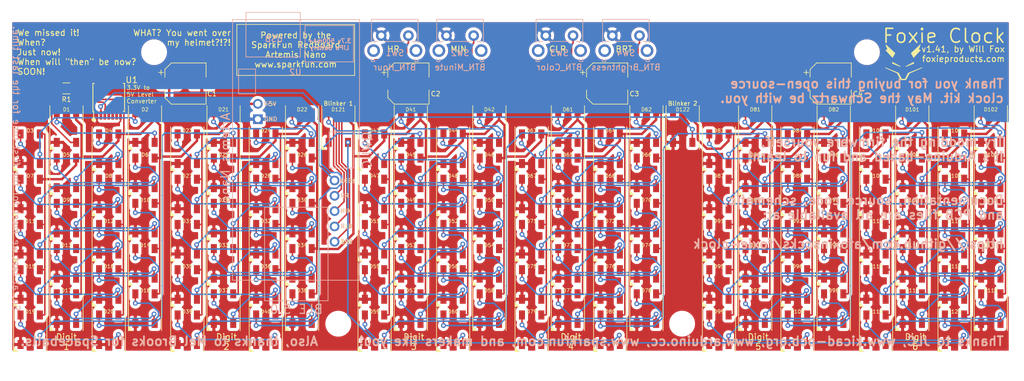
<source format=kicad_pcb>
(kicad_pcb (version 20171130) (host pcbnew "(5.1.6-0-10_14)")
  (title_block (title "Foxie Clock") (date 2020-07-27) (rev 1.41) (comment 2 "Foxie Products") (comment 3 "Will Fox - will@foxieproducts.com") (comment 4 "Foxie Clock - Designed to run on a Sparkfun Artemis Redboard Nano"))
  (layers (0 F.Cu signal) (31 B.Cu signal) (34 B.Paste user) (35 F.Paste user) (36 B.SilkS user) (37 F.SilkS user) (38 B.Mask user) (39 F.Mask user) (44 Edge.Cuts user))
  (net 0 "")
  (net 1 GND)
  (net 2 +5V)
  (net 3 "Net-(D1-Pad2)")
  (net 4 "Net-(D1-Pad4)")
  (net 5 "Net-(D2-Pad2)")
  (net 6 "Net-(D3-Pad2)")
  (net 7 "Net-(D4-Pad2)")
  (net 8 "Net-(D5-Pad2)")
  (net 9 "Net-(D6-Pad2)")
  (net 10 "Net-(D7-Pad2)")
  (net 11 "Net-(D8-Pad2)")
  (net 12 "Net-(D10-Pad4)")
  (net 13 "Net-(D10-Pad2)")
  (net 14 "Net-(D11-Pad2)")
  (net 15 "Net-(D12-Pad2)")
  (net 16 "Net-(D13-Pad2)")
  (net 17 "Net-(D14-Pad2)")
  (net 18 "Net-(D15-Pad2)")
  (net 19 "Net-(D16-Pad2)")
  (net 20 "Net-(D17-Pad2)")
  (net 21 "Net-(D18-Pad2)")
  (net 22 "Net-(D19-Pad2)")
  (net 23 "Net-(D20-Pad2)")
  (net 24 "Net-(D21-Pad2)")
  (net 25 "Net-(D22-Pad2)")
  (net 26 "Net-(D23-Pad2)")
  (net 27 "Net-(D24-Pad2)")
  (net 28 "Net-(D25-Pad2)")
  (net 29 "Net-(D26-Pad2)")
  (net 30 "Net-(D27-Pad2)")
  (net 31 "Net-(D28-Pad2)")
  (net 32 "Net-(D29-Pad2)")
  (net 33 "Net-(D30-Pad2)")
  (net 34 "Net-(D31-Pad2)")
  (net 35 "Net-(D32-Pad2)")
  (net 36 "Net-(D33-Pad2)")
  (net 37 "Net-(D34-Pad2)")
  (net 38 "Net-(D35-Pad2)")
  (net 39 "Net-(D36-Pad2)")
  (net 40 "Net-(D37-Pad2)")
  (net 41 "Net-(D38-Pad2)")
  (net 42 "Net-(D39-Pad2)")
  (net 43 "Net-(D40-Pad2)")
  (net 44 "Net-(D41-Pad2)")
  (net 45 "Net-(D42-Pad2)")
  (net 46 "Net-(D43-Pad2)")
  (net 47 "Net-(D44-Pad2)")
  (net 48 "Net-(D45-Pad2)")
  (net 49 "Net-(D46-Pad2)")
  (net 50 "Net-(D47-Pad2)")
  (net 51 "Net-(D48-Pad2)")
  (net 52 "Net-(D49-Pad2)")
  (net 53 "Net-(D50-Pad2)")
  (net 54 "Net-(D51-Pad2)")
  (net 55 "Net-(D52-Pad2)")
  (net 56 "Net-(D53-Pad2)")
  (net 57 "Net-(D54-Pad2)")
  (net 58 "Net-(D55-Pad2)")
  (net 59 "Net-(D56-Pad2)")
  (net 60 "Net-(D57-Pad2)")
  (net 61 "Net-(D58-Pad2)")
  (net 62 "Net-(D59-Pad2)")
  (net 63 "Net-(D60-Pad2)")
  (net 64 "Net-(D61-Pad2)")
  (net 65 "Net-(D62-Pad2)")
  (net 66 "Net-(D63-Pad2)")
  (net 67 "Net-(D64-Pad2)")
  (net 68 "Net-(D65-Pad2)")
  (net 69 "Net-(D66-Pad2)")
  (net 70 "Net-(D67-Pad2)")
  (net 71 "Net-(D68-Pad2)")
  (net 72 "Net-(D69-Pad2)")
  (net 73 "Net-(D70-Pad2)")
  (net 74 "Net-(D71-Pad2)")
  (net 75 "Net-(D72-Pad2)")
  (net 76 "Net-(D73-Pad2)")
  (net 77 "Net-(D74-Pad2)")
  (net 78 "Net-(D75-Pad2)")
  (net 79 "Net-(D76-Pad2)")
  (net 80 "Net-(D77-Pad2)")
  (net 81 "Net-(D78-Pad2)")
  (net 82 "Net-(D79-Pad2)")
  (net 83 "Net-(D80-Pad2)")
  (net 84 "Net-(D81-Pad2)")
  (net 85 "Net-(D82-Pad2)")
  (net 86 "Net-(D83-Pad2)")
  (net 87 "Net-(D84-Pad2)")
  (net 88 "Net-(D85-Pad2)")
  (net 89 "Net-(D86-Pad2)")
  (net 90 "Net-(D87-Pad2)")
  (net 91 "Net-(D88-Pad2)")
  (net 92 "Net-(D89-Pad2)")
  (net 93 "Net-(D90-Pad2)")
  (net 94 "Net-(D91-Pad2)")
  (net 95 "Net-(D92-Pad2)")
  (net 96 "Net-(D93-Pad2)")
  (net 97 "Net-(D94-Pad2)")
  (net 98 "Net-(D95-Pad2)")
  (net 99 "Net-(D96-Pad2)")
  (net 100 "Net-(D97-Pad2)")
  (net 101 "Net-(D98-Pad2)")
  (net 102 "Net-(D100-Pad4)")
  (net 103 "Net-(D100-Pad2)")
  (net 104 "Net-(D101-Pad2)")
  (net 105 "Net-(D102-Pad2)")
  (net 106 "Net-(D103-Pad2)")
  (net 107 "Net-(D104-Pad2)")
  (net 108 "Net-(D105-Pad2)")
  (net 109 "Net-(D106-Pad2)")
  (net 110 "Net-(D107-Pad2)")
  (net 111 "Net-(D108-Pad2)")
  (net 112 "Net-(D109-Pad2)")
  (net 113 "Net-(D110-Pad2)")
  (net 114 "Net-(D111-Pad2)")
  (net 115 "Net-(D112-Pad2)")
  (net 116 "Net-(D113-Pad2)")
  (net 117 "Net-(D114-Pad2)")
  (net 118 "Net-(D115-Pad2)")
  (net 119 "Net-(D116-Pad2)")
  (net 120 "Net-(D117-Pad2)")
  (net 121 "Net-(D118-Pad2)")
  (net 122 "Net-(D119-Pad2)")
  (net 123 "Net-(D120-Pad2)")
  (net 124 "Net-(D121-Pad2)")
  (net 125 "Net-(R1-Pad1)")
  (net 126 /BTN_Hour)
  (net 127 /BTN_Minute)
  (net 128 /BTN_Color)
  (net 129 /BTN_Brightness)
  (net 130 "Net-(U1-Pad2)")
  (module foxie_clock_nano:LED_WS2812B_PLCC4_5.0x5.0mm_P3.2mm (layer F.Cu) (at 77.4 -44.1 270)
    (fp_text reference D101 (at -3 0) (layer F.SilkS) (effects (font (size 0.6 0.6) (thickness 0.09))))
    (fp_text value WS2812B)
    (pad 1 smd rect (at -2.45 -1.6 270) (size 1.5 1) (layers F.Cu F.Paste F.Mask) (net 2 +5V))
    (pad 2 smd rect (at -2.45 1.6 270) (size 1.5 1) (layers F.Cu F.Paste F.Mask) (net 104 "Net-(D101-Pad2)"))
    (pad 4 smd rect (at 2.45 -1.6 270) (size 1.5 1) (layers F.Cu F.Paste F.Mask) (net 103 "Net-(D100-Pad2)"))
    (pad 3 smd rect (at 2.45 1.6 270) (size 1.5 1) (layers F.Cu F.Paste F.Mask) (net 1 GND))
  )
  (module Capacitor_SMD:CP_Elec_6.3x7.7 (layer F.Cu) (at 26.9 -51.4)
    (fp_text reference C3 (at 4.5 1.7) (layer F.SilkS) (effects (font (size 0.8 0.8) (thickness 0.12))))
    (fp_text value 220uF)
    (pad 2 smd roundrect (at 2.7 0) (size 3.5 1.6) (layers F.Cu F.Paste F.Mask) (roundrect_rratio 0.15625) (net 1 GND))
    (pad 1 smd roundrect (at -2.7 0) (size 3.5 1.6) (layers F.Cu F.Paste F.Mask) (roundrect_rratio 0.15625) (net 2 +5V))
  )
  (module foxie_clock_nano:Artemis-Nano (layer B.Cu) (at -24.6 -42.8 180)
    (fp_text reference U2 (at 0.1 10.5 180) (layer B.SilkS) (effects (justify mirror)))
    (fp_text value Artemis-Nano)
    (fp_text user "Artemis Nano" (at 11.7 -3.75 270) (layer B.SilkS) (effects (font (size 1.5 1.5) (thickness 0.2)) (justify mirror)))
    (pad 21 thru_hole circle (at 6.32 5.24 180) (size 1.6 1.6) (drill 1) (layers *.Cu *.Mask) (net 2 +5V))
    (pad 20 thru_hole rect (at 6.32 2.7 180) (size 1.6 1.6) (drill 1) (layers *.Cu *.Mask) (net 1 GND))
    (pad 7 thru_hole circle (at -6.38 -17.62 180) (size 1.6 1.6) (drill 1) (layers *.Cu *.Mask) (net 129 /BTN_Brightness))
    (pad 6 thru_hole circle (at -6.38 -15.08 180) (size 1.6 1.6) (drill 1) (layers *.Cu *.Mask) (net 128 /BTN_Color))
    (pad 5 thru_hole circle (at -6.38 -12.54 180) (size 1.6 1.6) (drill 1) (layers *.Cu *.Mask) (net 127 /BTN_Minute))
    (pad 4 thru_hole circle (at -6.38 -10 180) (size 1.6 1.6) (drill 1) (layers *.Cu *.Mask) (net 126 /BTN_Hour))
    (pad 3 thru_hole circle (at -6.38 -7.46 180) (size 1.6 1.6) (drill 1) (layers *.Cu *.Mask) (net 130 "Net-(U1-Pad2)"))
  )
  (module foxie_clock_nano:LED_WS2812B_PLCC4_5.0x5.0mm_P3.2mm (layer F.Cu) (at 39.4 -44.1 270)
    (fp_text reference D122 (at -3 0) (layer F.SilkS) (effects (font (size 0.6 0.6) (thickness 0.09))))
    (fp_text value WS2812B)
    (pad 1 smd rect (at -2.45 -1.6 270) (size 1.5 1) (layers F.Cu F.Paste F.Mask) (net 2 +5V))
    (pad 2 smd rect (at -2.45 1.6 270) (size 1.5 1) (layers F.Cu F.Paste F.Mask))
    (pad 4 smd rect (at 2.45 -1.6 270) (size 1.5 1) (layers F.Cu F.Paste F.Mask) (net 124 "Net-(D121-Pad2)"))
    (pad 3 smd rect (at 2.45 1.6 270) (size 1.5 1) (layers F.Cu F.Paste F.Mask) (net 1 GND))
  )
  (module foxie_clock_nano:LED_WS2812B_PLCC4_5.0x5.0mm_P3.2mm (layer F.Cu) (at -17.6 -44.1 270)
    (fp_text reference D121 (at -3 0) (layer F.SilkS) (effects (font (size 0.6 0.6) (thickness 0.09))))
    (fp_text value WS2812B)
    (pad 1 smd rect (at -2.45 -1.6 270) (size 1.5 1) (layers F.Cu F.Paste F.Mask) (net 2 +5V))
    (pad 2 smd rect (at -2.45 1.6 270) (size 1.5 1) (layers F.Cu F.Paste F.Mask) (net 124 "Net-(D121-Pad2)"))
    (pad 4 smd rect (at 2.45 -1.6 270) (size 1.5 1) (layers F.Cu F.Paste F.Mask) (net 123 "Net-(D120-Pad2)"))
    (pad 3 smd rect (at 2.45 1.6 270) (size 1.5 1) (layers F.Cu F.Paste F.Mask) (net 1 GND))
  )
  (module foxie_clock_nano:LED_WS2812B_PLCC4_5.0x5.0mm_P3.2mm (layer F.Cu) (at 84.4 -10.6 270)
    (fp_text reference D120 (at -3 0) (layer F.SilkS) (effects (font (size 0.6 0.6) (thickness 0.09))))
    (fp_text value WS2812B)
    (pad 1 smd rect (at -2.45 -1.6 270) (size 1.5 1) (layers F.Cu F.Paste F.Mask) (net 2 +5V))
    (pad 2 smd rect (at -2.45 1.6 270) (size 1.5 1) (layers F.Cu F.Paste F.Mask) (net 123 "Net-(D120-Pad2)"))
    (pad 4 smd rect (at 2.45 -1.6 270) (size 1.5 1) (layers F.Cu F.Paste F.Mask) (net 122 "Net-(D119-Pad2)"))
    (pad 3 smd rect (at 2.45 1.6 270) (size 1.5 1) (layers F.Cu F.Paste F.Mask) (net 1 GND))
  )
  (module foxie_clock_nano:LED_WS2812B_PLCC4_5.0x5.0mm_P3.2mm (layer F.Cu) (at 71.4 -10.6 270)
    (fp_text reference D119 (at -3 0) (layer F.SilkS) (effects (font (size 0.6 0.6) (thickness 0.09))))
    (fp_text value WS2812B)
    (pad 1 smd rect (at -2.45 -1.6 270) (size 1.5 1) (layers F.Cu F.Paste F.Mask) (net 2 +5V))
    (pad 2 smd rect (at -2.45 1.6 270) (size 1.5 1) (layers F.Cu F.Paste F.Mask) (net 122 "Net-(D119-Pad2)"))
    (pad 4 smd rect (at 2.45 -1.6 270) (size 1.5 1) (layers F.Cu F.Paste F.Mask) (net 121 "Net-(D118-Pad2)"))
    (pad 3 smd rect (at 2.45 1.6 270) (size 1.5 1) (layers F.Cu F.Paste F.Mask) (net 1 GND))
  )
  (module foxie_clock_nano:LED_WS2812B_PLCC4_5.0x5.0mm_P3.2mm (layer F.Cu) (at 90.4 -14.1 270)
    (fp_text reference D118 (at -3 0) (layer F.SilkS) (effects (font (size 0.6 0.6) (thickness 0.09))))
    (fp_text value WS2812B)
    (pad 1 smd rect (at -2.45 -1.6 270) (size 1.5 1) (layers F.Cu F.Paste F.Mask) (net 2 +5V))
    (pad 2 smd rect (at -2.45 1.6 270) (size 1.5 1) (layers F.Cu F.Paste F.Mask) (net 121 "Net-(D118-Pad2)"))
    (pad 4 smd rect (at 2.45 -1.6 270) (size 1.5 1) (layers F.Cu F.Paste F.Mask) (net 120 "Net-(D117-Pad2)"))
    (pad 3 smd rect (at 2.45 1.6 270) (size 1.5 1) (layers F.Cu F.Paste F.Mask) (net 1 GND))
  )
  (module foxie_clock_nano:LED_WS2812B_PLCC4_5.0x5.0mm_P3.2mm (layer F.Cu) (at 77.4 -14.1 270)
    (fp_text reference D117 (at -3 0) (layer F.SilkS) (effects (font (size 0.6 0.6) (thickness 0.09))))
    (fp_text value WS2812B)
    (pad 1 smd rect (at -2.45 -1.6 270) (size 1.5 1) (layers F.Cu F.Paste F.Mask) (net 2 +5V))
    (pad 2 smd rect (at -2.45 1.6 270) (size 1.5 1) (layers F.Cu F.Paste F.Mask) (net 120 "Net-(D117-Pad2)"))
    (pad 4 smd rect (at 2.45 -1.6 270) (size 1.5 1) (layers F.Cu F.Paste F.Mask) (net 119 "Net-(D116-Pad2)"))
    (pad 3 smd rect (at 2.45 1.6 270) (size 1.5 1) (layers F.Cu F.Paste F.Mask) (net 1 GND))
  )
  (module foxie_clock_nano:LED_WS2812B_PLCC4_5.0x5.0mm_P3.2mm (layer F.Cu) (at 84.4 -18.1 270)
    (fp_text reference D116 (at -3 0) (layer F.SilkS) (effects (font (size 0.6 0.6) (thickness 0.09))))
    (fp_text value WS2812B)
    (pad 1 smd rect (at -2.45 -1.6 270) (size 1.5 1) (layers F.Cu F.Paste F.Mask) (net 2 +5V))
    (pad 2 smd rect (at -2.45 1.6 270) (size 1.5 1) (layers F.Cu F.Paste F.Mask) (net 119 "Net-(D116-Pad2)"))
    (pad 4 smd rect (at 2.45 -1.6 270) (size 1.5 1) (layers F.Cu F.Paste F.Mask) (net 118 "Net-(D115-Pad2)"))
    (pad 3 smd rect (at 2.45 1.6 270) (size 1.5 1) (layers F.Cu F.Paste F.Mask) (net 1 GND))
  )
  (module foxie_clock_nano:LED_WS2812B_PLCC4_5.0x5.0mm_P3.2mm (layer F.Cu) (at 71.4 -18.1 270)
    (fp_text reference D115 (at -3 0) (layer F.SilkS) (effects (font (size 0.6 0.6) (thickness 0.09))))
    (fp_text value WS2812B)
    (pad 1 smd rect (at -2.45 -1.6 270) (size 1.5 1) (layers F.Cu F.Paste F.Mask) (net 2 +5V))
    (pad 2 smd rect (at -2.45 1.6 270) (size 1.5 1) (layers F.Cu F.Paste F.Mask) (net 118 "Net-(D115-Pad2)"))
    (pad 4 smd rect (at 2.45 -1.6 270) (size 1.5 1) (layers F.Cu F.Paste F.Mask) (net 117 "Net-(D114-Pad2)"))
    (pad 3 smd rect (at 2.45 1.6 270) (size 1.5 1) (layers F.Cu F.Paste F.Mask) (net 1 GND))
  )
  (module foxie_clock_nano:LED_WS2812B_PLCC4_5.0x5.0mm_P3.2mm (layer F.Cu) (at 90.4 -21.6 270)
    (fp_text reference D114 (at -3 0) (layer F.SilkS) (effects (font (size 0.6 0.6) (thickness 0.09))))
    (fp_text value WS2812B)
    (pad 1 smd rect (at -2.45 -1.6 270) (size 1.5 1) (layers F.Cu F.Paste F.Mask) (net 2 +5V))
    (pad 2 smd rect (at -2.45 1.6 270) (size 1.5 1) (layers F.Cu F.Paste F.Mask) (net 117 "Net-(D114-Pad2)"))
    (pad 4 smd rect (at 2.45 -1.6 270) (size 1.5 1) (layers F.Cu F.Paste F.Mask) (net 116 "Net-(D113-Pad2)"))
    (pad 3 smd rect (at 2.45 1.6 270) (size 1.5 1) (layers F.Cu F.Paste F.Mask) (net 1 GND))
  )
  (module foxie_clock_nano:LED_WS2812B_PLCC4_5.0x5.0mm_P3.2mm (layer F.Cu) (at 77.4 -21.6 270)
    (fp_text reference D113 (at -3 0) (layer F.SilkS) (effects (font (size 0.6 0.6) (thickness 0.09))))
    (fp_text value WS2812B)
    (pad 1 smd rect (at -2.45 -1.6 270) (size 1.5 1) (layers F.Cu F.Paste F.Mask) (net 2 +5V))
    (pad 2 smd rect (at -2.45 1.6 270) (size 1.5 1) (layers F.Cu F.Paste F.Mask) (net 116 "Net-(D113-Pad2)"))
    (pad 4 smd rect (at 2.45 -1.6 270) (size 1.5 1) (layers F.Cu F.Paste F.Mask) (net 115 "Net-(D112-Pad2)"))
    (pad 3 smd rect (at 2.45 1.6 270) (size 1.5 1) (layers F.Cu F.Paste F.Mask) (net 1 GND))
  )
  (module foxie_clock_nano:LED_WS2812B_PLCC4_5.0x5.0mm_P3.2mm (layer F.Cu) (at 84.4 -25.6 270)
    (fp_text reference D112 (at -3 0) (layer F.SilkS) (effects (font (size 0.6 0.6) (thickness 0.09))))
    (fp_text value WS2812B)
    (pad 1 smd rect (at -2.45 -1.6 270) (size 1.5 1) (layers F.Cu F.Paste F.Mask) (net 2 +5V))
    (pad 2 smd rect (at -2.45 1.6 270) (size 1.5 1) (layers F.Cu F.Paste F.Mask) (net 115 "Net-(D112-Pad2)"))
    (pad 4 smd rect (at 2.45 -1.6 270) (size 1.5 1) (layers F.Cu F.Paste F.Mask) (net 114 "Net-(D111-Pad2)"))
    (pad 3 smd rect (at 2.45 1.6 270) (size 1.5 1) (layers F.Cu F.Paste F.Mask) (net 1 GND))
  )
  (module foxie_clock_nano:LED_WS2812B_PLCC4_5.0x5.0mm_P3.2mm (layer F.Cu) (at 71.4 -25.6 270)
    (fp_text reference D111 (at -3 0) (layer F.SilkS) (effects (font (size 0.6 0.6) (thickness 0.09))))
    (fp_text value WS2812B)
    (pad 1 smd rect (at -2.45 -1.6 270) (size 1.5 1) (layers F.Cu F.Paste F.Mask) (net 2 +5V))
    (pad 2 smd rect (at -2.45 1.6 270) (size 1.5 1) (layers F.Cu F.Paste F.Mask) (net 114 "Net-(D111-Pad2)"))
    (pad 4 smd rect (at 2.45 -1.6 270) (size 1.5 1) (layers F.Cu F.Paste F.Mask) (net 113 "Net-(D110-Pad2)"))
    (pad 3 smd rect (at 2.45 1.6 270) (size 1.5 1) (layers F.Cu F.Paste F.Mask) (net 1 GND))
  )
  (module foxie_clock_nano:LED_WS2812B_PLCC4_5.0x5.0mm_P3.2mm (layer F.Cu) (at 90.4 -29.1 270)
    (fp_text reference D110 (at -3 0) (layer F.SilkS) (effects (font (size 0.6 0.6) (thickness 0.09))))
    (fp_text value WS2812B)
    (pad 1 smd rect (at -2.45 -1.6 270) (size 1.5 1) (layers F.Cu F.Paste F.Mask) (net 2 +5V))
    (pad 2 smd rect (at -2.45 1.6 270) (size 1.5 1) (layers F.Cu F.Paste F.Mask) (net 113 "Net-(D110-Pad2)"))
    (pad 4 smd rect (at 2.45 -1.6 270) (size 1.5 1) (layers F.Cu F.Paste F.Mask) (net 112 "Net-(D109-Pad2)"))
    (pad 3 smd rect (at 2.45 1.6 270) (size 1.5 1) (layers F.Cu F.Paste F.Mask) (net 1 GND))
  )
  (module foxie_clock_nano:LED_WS2812B_PLCC4_5.0x5.0mm_P3.2mm (layer F.Cu) (at 77.4 -29.1 270)
    (fp_text reference D109 (at -3 0) (layer F.SilkS) (effects (font (size 0.6 0.6) (thickness 0.09))))
    (fp_text value WS2812B)
    (pad 1 smd rect (at -2.45 -1.6 270) (size 1.5 1) (layers F.Cu F.Paste F.Mask) (net 2 +5V))
    (pad 2 smd rect (at -2.45 1.6 270) (size 1.5 1) (layers F.Cu F.Paste F.Mask) (net 112 "Net-(D109-Pad2)"))
    (pad 4 smd rect (at 2.45 -1.6 270) (size 1.5 1) (layers F.Cu F.Paste F.Mask) (net 111 "Net-(D108-Pad2)"))
    (pad 3 smd rect (at 2.45 1.6 270) (size 1.5 1) (layers F.Cu F.Paste F.Mask) (net 1 GND))
  )
  (module foxie_clock_nano:LED_WS2812B_PLCC4_5.0x5.0mm_P3.2mm (layer F.Cu) (at 84.4 -33.1 270)
    (fp_text reference D108 (at -3 0) (layer F.SilkS) (effects (font (size 0.6 0.6) (thickness 0.09))))
    (fp_text value WS2812B)
    (pad 1 smd rect (at -2.45 -1.6 270) (size 1.5 1) (layers F.Cu F.Paste F.Mask) (net 2 +5V))
    (pad 2 smd rect (at -2.45 1.6 270) (size 1.5 1) (layers F.Cu F.Paste F.Mask) (net 111 "Net-(D108-Pad2)"))
    (pad 4 smd rect (at 2.45 -1.6 270) (size 1.5 1) (layers F.Cu F.Paste F.Mask) (net 110 "Net-(D107-Pad2)"))
    (pad 3 smd rect (at 2.45 1.6 270) (size 1.5 1) (layers F.Cu F.Paste F.Mask) (net 1 GND))
  )
  (module foxie_clock_nano:LED_WS2812B_PLCC4_5.0x5.0mm_P3.2mm (layer F.Cu) (at 71.4 -33.1 270)
    (fp_text reference D107 (at -3 0) (layer F.SilkS) (effects (font (size 0.6 0.6) (thickness 0.09))))
    (fp_text value WS2812B)
    (pad 1 smd rect (at -2.45 -1.6 270) (size 1.5 1) (layers F.Cu F.Paste F.Mask) (net 2 +5V))
    (pad 2 smd rect (at -2.45 1.6 270) (size 1.5 1) (layers F.Cu F.Paste F.Mask) (net 110 "Net-(D107-Pad2)"))
    (pad 4 smd rect (at 2.45 -1.6 270) (size 1.5 1) (layers F.Cu F.Paste F.Mask) (net 109 "Net-(D106-Pad2)"))
    (pad 3 smd rect (at 2.45 1.6 270) (size 1.5 1) (layers F.Cu F.Paste F.Mask) (net 1 GND))
  )
  (module foxie_clock_nano:LED_WS2812B_PLCC4_5.0x5.0mm_P3.2mm (layer F.Cu) (at 90.4 -36.6 270)
    (fp_text reference D106 (at -3 0) (layer F.SilkS) (effects (font (size 0.6 0.6) (thickness 0.09))))
    (fp_text value WS2812B)
    (pad 1 smd rect (at -2.45 -1.6 270) (size 1.5 1) (layers F.Cu F.Paste F.Mask) (net 2 +5V))
    (pad 2 smd rect (at -2.45 1.6 270) (size 1.5 1) (layers F.Cu F.Paste F.Mask) (net 109 "Net-(D106-Pad2)"))
    (pad 4 smd rect (at 2.45 -1.6 270) (size 1.5 1) (layers F.Cu F.Paste F.Mask) (net 108 "Net-(D105-Pad2)"))
    (pad 3 smd rect (at 2.45 1.6 270) (size 1.5 1) (layers F.Cu F.Paste F.Mask) (net 1 GND))
  )
  (module foxie_clock_nano:LED_WS2812B_PLCC4_5.0x5.0mm_P3.2mm (layer F.Cu) (at 77.4 -36.6 270)
    (fp_text reference D105 (at -3 0) (layer F.SilkS) (effects (font (size 0.6 0.6) (thickness 0.09))))
    (fp_text value WS2812B)
    (pad 1 smd rect (at -2.45 -1.6 270) (size 1.5 1) (layers F.Cu F.Paste F.Mask) (net 2 +5V))
    (pad 2 smd rect (at -2.45 1.6 270) (size 1.5 1) (layers F.Cu F.Paste F.Mask) (net 108 "Net-(D105-Pad2)"))
    (pad 4 smd rect (at 2.45 -1.6 270) (size 1.5 1) (layers F.Cu F.Paste F.Mask) (net 107 "Net-(D104-Pad2)"))
    (pad 3 smd rect (at 2.45 1.6 270) (size 1.5 1) (layers F.Cu F.Paste F.Mask) (net 1 GND))
  )
  (module foxie_clock_nano:LED_WS2812B_PLCC4_5.0x5.0mm_P3.2mm (layer F.Cu) (at 84.4 -40.6 270)
    (fp_text reference D104 (at -3 0) (layer F.SilkS) (effects (font (size 0.6 0.6) (thickness 0.09))))
    (fp_text value WS2812B)
    (pad 1 smd rect (at -2.45 -1.6 270) (size 1.5 1) (layers F.Cu F.Paste F.Mask) (net 2 +5V))
    (pad 2 smd rect (at -2.45 1.6 270) (size 1.5 1) (layers F.Cu F.Paste F.Mask) (net 107 "Net-(D104-Pad2)"))
    (pad 4 smd rect (at 2.45 -1.6 270) (size 1.5 1) (layers F.Cu F.Paste F.Mask) (net 106 "Net-(D103-Pad2)"))
    (pad 3 smd rect (at 2.45 1.6 270) (size 1.5 1) (layers F.Cu F.Paste F.Mask) (net 1 GND))
  )
  (module foxie_clock_nano:LED_WS2812B_PLCC4_5.0x5.0mm_P3.2mm (layer F.Cu) (at 71.4 -40.6 270)
    (fp_text reference D103 (at -3 0) (layer F.SilkS) (effects (font (size 0.6 0.6) (thickness 0.09))))
    (fp_text value WS2812B)
    (pad 1 smd rect (at -2.45 -1.6 270) (size 1.5 1) (layers F.Cu F.Paste F.Mask) (net 2 +5V))
    (pad 2 smd rect (at -2.45 1.6 270) (size 1.5 1) (layers F.Cu F.Paste F.Mask) (net 106 "Net-(D103-Pad2)"))
    (pad 4 smd rect (at 2.45 -1.6 270) (size 1.5 1) (layers F.Cu F.Paste F.Mask) (net 105 "Net-(D102-Pad2)"))
    (pad 3 smd rect (at 2.45 1.6 270) (size 1.5 1) (layers F.Cu F.Paste F.Mask) (net 1 GND))
  )
  (module foxie_clock_nano:LED_WS2812B_PLCC4_5.0x5.0mm_P3.2mm (layer F.Cu) (at 90.4 -44.1 270)
    (fp_text reference D102 (at -3 0) (layer F.SilkS) (effects (font (size 0.6 0.6) (thickness 0.09))))
    (fp_text value WS2812B)
    (pad 1 smd rect (at -2.45 -1.6 270) (size 1.5 1) (layers F.Cu F.Paste F.Mask) (net 2 +5V))
    (pad 2 smd rect (at -2.45 1.6 270) (size 1.5 1) (layers F.Cu F.Paste F.Mask) (net 105 "Net-(D102-Pad2)"))
    (pad 4 smd rect (at 2.45 -1.6 270) (size 1.5 1) (layers F.Cu F.Paste F.Mask) (net 104 "Net-(D101-Pad2)"))
    (pad 3 smd rect (at 2.45 1.6 270) (size 1.5 1) (layers F.Cu F.Paste F.Mask) (net 1 GND))
  )
  (module foxie_clock_nano:LED_WS2812B_PLCC4_5.0x5.0mm_P3.2mm (layer F.Cu) (at 58.4 -10.6 270)
    (fp_text reference D100 (at -3 0) (layer F.SilkS) (effects (font (size 0.6 0.6) (thickness 0.09))))
    (fp_text value WS2812B)
    (pad 1 smd rect (at -2.45 -1.6 270) (size 1.5 1) (layers F.Cu F.Paste F.Mask) (net 2 +5V))
    (pad 2 smd rect (at -2.45 1.6 270) (size 1.5 1) (layers F.Cu F.Paste F.Mask) (net 103 "Net-(D100-Pad2)"))
    (pad 4 smd rect (at 2.45 -1.6 270) (size 1.5 1) (layers F.Cu F.Paste F.Mask) (net 102 "Net-(D100-Pad4)"))
    (pad 3 smd rect (at 2.45 1.6 270) (size 1.5 1) (layers F.Cu F.Paste F.Mask) (net 1 GND))
  )
  (module foxie_clock_nano:LED_WS2812B_PLCC4_5.0x5.0mm_P3.2mm (layer F.Cu) (at 45.4 -10.6 270)
    (fp_text reference D99 (at -3 0) (layer F.SilkS) (effects (font (size 0.6 0.6) (thickness 0.09))))
    (fp_text value WS2812B)
    (pad 1 smd rect (at -2.45 -1.6 270) (size 1.5 1) (layers F.Cu F.Paste F.Mask) (net 2 +5V))
    (pad 2 smd rect (at -2.45 1.6 270) (size 1.5 1) (layers F.Cu F.Paste F.Mask) (net 102 "Net-(D100-Pad4)"))
    (pad 4 smd rect (at 2.45 -1.6 270) (size 1.5 1) (layers F.Cu F.Paste F.Mask) (net 101 "Net-(D98-Pad2)"))
    (pad 3 smd rect (at 2.45 1.6 270) (size 1.5 1) (layers F.Cu F.Paste F.Mask) (net 1 GND))
  )
  (module foxie_clock_nano:LED_WS2812B_PLCC4_5.0x5.0mm_P3.2mm (layer F.Cu) (at 64.4 -14.1 270)
    (fp_text reference D98 (at -3 0) (layer F.SilkS) (effects (font (size 0.6 0.6) (thickness 0.09))))
    (fp_text value WS2812B)
    (pad 1 smd rect (at -2.45 -1.6 270) (size 1.5 1) (layers F.Cu F.Paste F.Mask) (net 2 +5V))
    (pad 2 smd rect (at -2.45 1.6 270) (size 1.5 1) (layers F.Cu F.Paste F.Mask) (net 101 "Net-(D98-Pad2)"))
    (pad 4 smd rect (at 2.45 -1.6 270) (size 1.5 1) (layers F.Cu F.Paste F.Mask) (net 100 "Net-(D97-Pad2)"))
    (pad 3 smd rect (at 2.45 1.6 270) (size 1.5 1) (layers F.Cu F.Paste F.Mask) (net 1 GND))
  )
  (module foxie_clock_nano:LED_WS2812B_PLCC4_5.0x5.0mm_P3.2mm (layer F.Cu) (at 51.4 -14.1 270)
    (fp_text reference D97 (at -3 0) (layer F.SilkS) (effects (font (size 0.6 0.6) (thickness 0.09))))
    (fp_text value WS2812B)
    (pad 1 smd rect (at -2.45 -1.6 270) (size 1.5 1) (layers F.Cu F.Paste F.Mask) (net 2 +5V))
    (pad 2 smd rect (at -2.45 1.6 270) (size 1.5 1) (layers F.Cu F.Paste F.Mask) (net 100 "Net-(D97-Pad2)"))
    (pad 4 smd rect (at 2.45 -1.6 270) (size 1.5 1) (layers F.Cu F.Paste F.Mask) (net 99 "Net-(D96-Pad2)"))
    (pad 3 smd rect (at 2.45 1.6 270) (size 1.5 1) (layers F.Cu F.Paste F.Mask) (net 1 GND))
  )
  (module foxie_clock_nano:LED_WS2812B_PLCC4_5.0x5.0mm_P3.2mm (layer F.Cu) (at 58.4 -18.1 270)
    (fp_text reference D96 (at -3 0) (layer F.SilkS) (effects (font (size 0.6 0.6) (thickness 0.09))))
    (fp_text value WS2812B)
    (pad 1 smd rect (at -2.45 -1.6 270) (size 1.5 1) (layers F.Cu F.Paste F.Mask) (net 2 +5V))
    (pad 2 smd rect (at -2.45 1.6 270) (size 1.5 1) (layers F.Cu F.Paste F.Mask) (net 99 "Net-(D96-Pad2)"))
    (pad 4 smd rect (at 2.45 -1.6 270) (size 1.5 1) (layers F.Cu F.Paste F.Mask) (net 98 "Net-(D95-Pad2)"))
    (pad 3 smd rect (at 2.45 1.6 270) (size 1.5 1) (layers F.Cu F.Paste F.Mask) (net 1 GND))
  )
  (module foxie_clock_nano:LED_WS2812B_PLCC4_5.0x5.0mm_P3.2mm (layer F.Cu) (at 45.4 -18.1 270)
    (fp_text reference D95 (at -3 0) (layer F.SilkS) (effects (font (size 0.6 0.6) (thickness 0.09))))
    (fp_text value WS2812B)
    (pad 1 smd rect (at -2.45 -1.6 270) (size 1.5 1) (layers F.Cu F.Paste F.Mask) (net 2 +5V))
    (pad 2 smd rect (at -2.45 1.6 270) (size 1.5 1) (layers F.Cu F.Paste F.Mask) (net 98 "Net-(D95-Pad2)"))
    (pad 4 smd rect (at 2.45 -1.6 270) (size 1.5 1) (layers F.Cu F.Paste F.Mask) (net 97 "Net-(D94-Pad2)"))
    (pad 3 smd rect (at 2.45 1.6 270) (size 1.5 1) (layers F.Cu F.Paste F.Mask) (net 1 GND))
  )
  (module foxie_clock_nano:LED_WS2812B_PLCC4_5.0x5.0mm_P3.2mm (layer F.Cu) (at 64.4 -21.6 270)
    (fp_text reference D94 (at -3 0) (layer F.SilkS) (effects (font (size 0.6 0.6) (thickness 0.09))))
    (fp_text value WS2812B)
    (pad 1 smd rect (at -2.45 -1.6 270) (size 1.5 1) (layers F.Cu F.Paste F.Mask) (net 2 +5V))
    (pad 2 smd rect (at -2.45 1.6 270) (size 1.5 1) (layers F.Cu F.Paste F.Mask) (net 97 "Net-(D94-Pad2)"))
    (pad 4 smd rect (at 2.45 -1.6 270) (size 1.5 1) (layers F.Cu F.Paste F.Mask) (net 96 "Net-(D93-Pad2)"))
    (pad 3 smd rect (at 2.45 1.6 270) (size 1.5 1) (layers F.Cu F.Paste F.Mask) (net 1 GND))
  )
  (module foxie_clock_nano:LED_WS2812B_PLCC4_5.0x5.0mm_P3.2mm (layer F.Cu) (at 51.4 -21.6 270)
    (fp_text reference D93 (at -3 0) (layer F.SilkS) (effects (font (size 0.6 0.6) (thickness 0.09))))
    (fp_text value WS2812B)
    (pad 1 smd rect (at -2.45 -1.6 270) (size 1.5 1) (layers F.Cu F.Paste F.Mask) (net 2 +5V))
    (pad 2 smd rect (at -2.45 1.6 270) (size 1.5 1) (layers F.Cu F.Paste F.Mask) (net 96 "Net-(D93-Pad2)"))
    (pad 4 smd rect (at 2.45 -1.6 270) (size 1.5 1) (layers F.Cu F.Paste F.Mask) (net 95 "Net-(D92-Pad2)"))
    (pad 3 smd rect (at 2.45 1.6 270) (size 1.5 1) (layers F.Cu F.Paste F.Mask) (net 1 GND))
  )
  (module foxie_clock_nano:LED_WS2812B_PLCC4_5.0x5.0mm_P3.2mm (layer F.Cu) (at 58.4 -25.6 270)
    (fp_text reference D92 (at -3 0) (layer F.SilkS) (effects (font (size 0.6 0.6) (thickness 0.09))))
    (fp_text value WS2812B)
    (pad 1 smd rect (at -2.45 -1.6 270) (size 1.5 1) (layers F.Cu F.Paste F.Mask) (net 2 +5V))
    (pad 2 smd rect (at -2.45 1.6 270) (size 1.5 1) (layers F.Cu F.Paste F.Mask) (net 95 "Net-(D92-Pad2)"))
    (pad 4 smd rect (at 2.45 -1.6 270) (size 1.5 1) (layers F.Cu F.Paste F.Mask) (net 94 "Net-(D91-Pad2)"))
    (pad 3 smd rect (at 2.45 1.6 270) (size 1.5 1) (layers F.Cu F.Paste F.Mask) (net 1 GND))
  )
  (module foxie_clock_nano:LED_WS2812B_PLCC4_5.0x5.0mm_P3.2mm (layer F.Cu) (at 45.4 -25.6 270)
    (fp_text reference D91 (at -3 0) (layer F.SilkS) (effects (font (size 0.6 0.6) (thickness 0.09))))
    (fp_text value WS2812B)
    (pad 1 smd rect (at -2.45 -1.6 270) (size 1.5 1) (layers F.Cu F.Paste F.Mask) (net 2 +5V))
    (pad 2 smd rect (at -2.45 1.6 270) (size 1.5 1) (layers F.Cu F.Paste F.Mask) (net 94 "Net-(D91-Pad2)"))
    (pad 4 smd rect (at 2.45 -1.6 270) (size 1.5 1) (layers F.Cu F.Paste F.Mask) (net 93 "Net-(D90-Pad2)"))
    (pad 3 smd rect (at 2.45 1.6 270) (size 1.5 1) (layers F.Cu F.Paste F.Mask) (net 1 GND))
  )
  (module foxie_clock_nano:LED_WS2812B_PLCC4_5.0x5.0mm_P3.2mm (layer F.Cu) (at 64.4 -29.1 270)
    (fp_text reference D90 (at -3 0) (layer F.SilkS) (effects (font (size 0.6 0.6) (thickness 0.09))))
    (fp_text value WS2812B)
    (pad 1 smd rect (at -2.45 -1.6 270) (size 1.5 1) (layers F.Cu F.Paste F.Mask) (net 2 +5V))
    (pad 2 smd rect (at -2.45 1.6 270) (size 1.5 1) (layers F.Cu F.Paste F.Mask) (net 93 "Net-(D90-Pad2)"))
    (pad 4 smd rect (at 2.45 -1.6 270) (size 1.5 1) (layers F.Cu F.Paste F.Mask) (net 92 "Net-(D89-Pad2)"))
    (pad 3 smd rect (at 2.45 1.6 270) (size 1.5 1) (layers F.Cu F.Paste F.Mask) (net 1 GND))
  )
  (module foxie_clock_nano:LED_WS2812B_PLCC4_5.0x5.0mm_P3.2mm (layer F.Cu) (at 51.4 -29.1 270)
    (fp_text reference D89 (at -3 0) (layer F.SilkS) (effects (font (size 0.6 0.6) (thickness 0.09))))
    (fp_text value WS2812B)
    (pad 1 smd rect (at -2.45 -1.6 270) (size 1.5 1) (layers F.Cu F.Paste F.Mask) (net 2 +5V))
    (pad 2 smd rect (at -2.45 1.6 270) (size 1.5 1) (layers F.Cu F.Paste F.Mask) (net 92 "Net-(D89-Pad2)"))
    (pad 4 smd rect (at 2.45 -1.6 270) (size 1.5 1) (layers F.Cu F.Paste F.Mask) (net 91 "Net-(D88-Pad2)"))
    (pad 3 smd rect (at 2.45 1.6 270) (size 1.5 1) (layers F.Cu F.Paste F.Mask) (net 1 GND))
  )
  (module foxie_clock_nano:LED_WS2812B_PLCC4_5.0x5.0mm_P3.2mm (layer F.Cu) (at 58.4 -33.1 270)
    (fp_text reference D88 (at -3 0) (layer F.SilkS) (effects (font (size 0.6 0.6) (thickness 0.09))))
    (fp_text value WS2812B)
    (pad 1 smd rect (at -2.45 -1.6 270) (size 1.5 1) (layers F.Cu F.Paste F.Mask) (net 2 +5V))
    (pad 2 smd rect (at -2.45 1.6 270) (size 1.5 1) (layers F.Cu F.Paste F.Mask) (net 91 "Net-(D88-Pad2)"))
    (pad 4 smd rect (at 2.45 -1.6 270) (size 1.5 1) (layers F.Cu F.Paste F.Mask) (net 90 "Net-(D87-Pad2)"))
    (pad 3 smd rect (at 2.45 1.6 270) (size 1.5 1) (layers F.Cu F.Paste F.Mask) (net 1 GND))
  )
  (module foxie_clock_nano:LED_WS2812B_PLCC4_5.0x5.0mm_P3.2mm (layer F.Cu) (at 45.4 -33.1 270)
    (fp_text reference D87 (at -3 0) (layer F.SilkS) (effects (font (size 0.6 0.6) (thickness 0.09))))
    (fp_text value WS2812B)
    (pad 1 smd rect (at -2.45 -1.6 270) (size 1.5 1) (layers F.Cu F.Paste F.Mask) (net 2 +5V))
    (pad 2 smd rect (at -2.45 1.6 270) (size 1.5 1) (layers F.Cu F.Paste F.Mask) (net 90 "Net-(D87-Pad2)"))
    (pad 4 smd rect (at 2.45 -1.6 270) (size 1.5 1) (layers F.Cu F.Paste F.Mask) (net 89 "Net-(D86-Pad2)"))
    (pad 3 smd rect (at 2.45 1.6 270) (size 1.5 1) (layers F.Cu F.Paste F.Mask) (net 1 GND))
  )
  (module foxie_clock_nano:LED_WS2812B_PLCC4_5.0x5.0mm_P3.2mm (layer F.Cu) (at 64.4 -36.6 270)
    (fp_text reference D86 (at -3 0) (layer F.SilkS) (effects (font (size 0.6 0.6) (thickness 0.09))))
    (fp_text value WS2812B)
    (pad 1 smd rect (at -2.45 -1.6 270) (size 1.5 1) (layers F.Cu F.Paste F.Mask) (net 2 +5V))
    (pad 2 smd rect (at -2.45 1.6 270) (size 1.5 1) (layers F.Cu F.Paste F.Mask) (net 89 "Net-(D86-Pad2)"))
    (pad 4 smd rect (at 2.45 -1.6 270) (size 1.5 1) (layers F.Cu F.Paste F.Mask) (net 88 "Net-(D85-Pad2)"))
    (pad 3 smd rect (at 2.45 1.6 270) (size 1.5 1) (layers F.Cu F.Paste F.Mask) (net 1 GND))
  )
  (module foxie_clock_nano:LED_WS2812B_PLCC4_5.0x5.0mm_P3.2mm (layer F.Cu) (at 51.4 -36.6 270)
    (fp_text reference D85 (at -3 0) (layer F.SilkS) (effects (font (size 0.6 0.6) (thickness 0.09))))
    (fp_text value WS2812B)
    (pad 1 smd rect (at -2.45 -1.6 270) (size 1.5 1) (layers F.Cu F.Paste F.Mask) (net 2 +5V))
    (pad 2 smd rect (at -2.45 1.6 270) (size 1.5 1) (layers F.Cu F.Paste F.Mask) (net 88 "Net-(D85-Pad2)"))
    (pad 4 smd rect (at 2.45 -1.6 270) (size 1.5 1) (layers F.Cu F.Paste F.Mask) (net 87 "Net-(D84-Pad2)"))
    (pad 3 smd rect (at 2.45 1.6 270) (size 1.5 1) (layers F.Cu F.Paste F.Mask) (net 1 GND))
  )
  (module foxie_clock_nano:LED_WS2812B_PLCC4_5.0x5.0mm_P3.2mm (layer F.Cu) (at 58.4 -40.6 270)
    (fp_text reference D84 (at -3 0) (layer F.SilkS) (effects (font (size 0.6 0.6) (thickness 0.09))))
    (fp_text value WS2812B)
    (pad 1 smd rect (at -2.45 -1.6 270) (size 1.5 1) (layers F.Cu F.Paste F.Mask) (net 2 +5V))
    (pad 2 smd rect (at -2.45 1.6 270) (size 1.5 1) (layers F.Cu F.Paste F.Mask) (net 87 "Net-(D84-Pad2)"))
    (pad 4 smd rect (at 2.45 -1.6 270) (size 1.5 1) (layers F.Cu F.Paste F.Mask) (net 86 "Net-(D83-Pad2)"))
    (pad 3 smd rect (at 2.45 1.6 270) (size 1.5 1) (layers F.Cu F.Paste F.Mask) (net 1 GND))
  )
  (module foxie_clock_nano:LED_WS2812B_PLCC4_5.0x5.0mm_P3.2mm (layer F.Cu) (at 45.4 -40.6 270)
    (fp_text reference D83 (at -3 0) (layer F.SilkS) (effects (font (size 0.6 0.6) (thickness 0.09))))
    (fp_text value WS2812B)
    (pad 1 smd rect (at -2.45 -1.6 270) (size 1.5 1) (layers F.Cu F.Paste F.Mask) (net 2 +5V))
    (pad 2 smd rect (at -2.45 1.6 270) (size 1.5 1) (layers F.Cu F.Paste F.Mask) (net 86 "Net-(D83-Pad2)"))
    (pad 4 smd rect (at 2.45 -1.6 270) (size 1.5 1) (layers F.Cu F.Paste F.Mask) (net 85 "Net-(D82-Pad2)"))
    (pad 3 smd rect (at 2.45 1.6 270) (size 1.5 1) (layers F.Cu F.Paste F.Mask) (net 1 GND))
  )
  (module foxie_clock_nano:LED_WS2812B_PLCC4_5.0x5.0mm_P3.2mm (layer F.Cu) (at 64.4 -44.1 270)
    (fp_text reference D82 (at -3 0) (layer F.SilkS) (effects (font (size 0.6 0.6) (thickness 0.09))))
    (fp_text value WS2812B)
    (pad 1 smd rect (at -2.45 -1.6 270) (size 1.5 1) (layers F.Cu F.Paste F.Mask) (net 2 +5V))
    (pad 2 smd rect (at -2.45 1.6 270) (size 1.5 1) (layers F.Cu F.Paste F.Mask) (net 85 "Net-(D82-Pad2)"))
    (pad 4 smd rect (at 2.45 -1.6 270) (size 1.5 1) (layers F.Cu F.Paste F.Mask) (net 84 "Net-(D81-Pad2)"))
    (pad 3 smd rect (at 2.45 1.6 270) (size 1.5 1) (layers F.Cu F.Paste F.Mask) (net 1 GND))
  )
  (module foxie_clock_nano:LED_WS2812B_PLCC4_5.0x5.0mm_P3.2mm (layer F.Cu) (at 51.4 -44.1 270)
    (fp_text reference D81 (at -3 0) (layer F.SilkS) (effects (font (size 0.6 0.6) (thickness 0.09))))
    (fp_text value WS2812B)
    (pad 1 smd rect (at -2.45 -1.6 270) (size 1.5 1) (layers F.Cu F.Paste F.Mask) (net 2 +5V))
    (pad 2 smd rect (at -2.45 1.6 270) (size 1.5 1) (layers F.Cu F.Paste F.Mask) (net 84 "Net-(D81-Pad2)"))
    (pad 4 smd rect (at 2.45 -1.6 270) (size 1.5 1) (layers F.Cu F.Paste F.Mask) (net 83 "Net-(D80-Pad2)"))
    (pad 3 smd rect (at 2.45 1.6 270) (size 1.5 1) (layers F.Cu F.Paste F.Mask) (net 1 GND))
  )
  (module foxie_clock_nano:LED_WS2812B_PLCC4_5.0x5.0mm_P3.2mm (layer F.Cu) (at 27.4 -10.6 270)
    (fp_text reference D80 (at -3 0) (layer F.SilkS) (effects (font (size 0.6 0.6) (thickness 0.09))))
    (fp_text value WS2812B)
    (pad 1 smd rect (at -2.45 -1.6 270) (size 1.5 1) (layers F.Cu F.Paste F.Mask) (net 2 +5V))
    (pad 2 smd rect (at -2.45 1.6 270) (size 1.5 1) (layers F.Cu F.Paste F.Mask) (net 83 "Net-(D80-Pad2)"))
    (pad 4 smd rect (at 2.45 -1.6 270) (size 1.5 1) (layers F.Cu F.Paste F.Mask) (net 82 "Net-(D79-Pad2)"))
    (pad 3 smd rect (at 2.45 1.6 270) (size 1.5 1) (layers F.Cu F.Paste F.Mask) (net 1 GND))
  )
  (module foxie_clock_nano:LED_WS2812B_PLCC4_5.0x5.0mm_P3.2mm (layer F.Cu) (at 14.4 -10.6 270)
    (fp_text reference D79 (at -3 0) (layer F.SilkS) (effects (font (size 0.6 0.6) (thickness 0.09))))
    (fp_text value WS2812B)
    (pad 1 smd rect (at -2.45 -1.6 270) (size 1.5 1) (layers F.Cu F.Paste F.Mask) (net 2 +5V))
    (pad 2 smd rect (at -2.45 1.6 270) (size 1.5 1) (layers F.Cu F.Paste F.Mask) (net 82 "Net-(D79-Pad2)"))
    (pad 4 smd rect (at 2.45 -1.6 270) (size 1.5 1) (layers F.Cu F.Paste F.Mask) (net 81 "Net-(D78-Pad2)"))
    (pad 3 smd rect (at 2.45 1.6 270) (size 1.5 1) (layers F.Cu F.Paste F.Mask) (net 1 GND))
  )
  (module foxie_clock_nano:LED_WS2812B_PLCC4_5.0x5.0mm_P3.2mm (layer F.Cu) (at 33.4 -14.1 270)
    (fp_text reference D78 (at -3 0) (layer F.SilkS) (effects (font (size 0.6 0.6) (thickness 0.09))))
    (fp_text value WS2812B)
    (pad 1 smd rect (at -2.45 -1.6 270) (size 1.5 1) (layers F.Cu F.Paste F.Mask) (net 2 +5V))
    (pad 2 smd rect (at -2.45 1.6 270) (size 1.5 1) (layers F.Cu F.Paste F.Mask) (net 81 "Net-(D78-Pad2)"))
    (pad 4 smd rect (at 2.45 -1.6 270) (size 1.5 1) (layers F.Cu F.Paste F.Mask) (net 80 "Net-(D77-Pad2)"))
    (pad 3 smd rect (at 2.45 1.6 270) (size 1.5 1) (layers F.Cu F.Paste F.Mask) (net 1 GND))
  )
  (module foxie_clock_nano:LED_WS2812B_PLCC4_5.0x5.0mm_P3.2mm (layer F.Cu) (at 20.4 -14.1 270)
    (fp_text reference D77 (at -3 0) (layer F.SilkS) (effects (font (size 0.6 0.6) (thickness 0.09))))
    (fp_text value WS2812B)
    (pad 1 smd rect (at -2.45 -1.6 270) (size 1.5 1) (layers F.Cu F.Paste F.Mask) (net 2 +5V))
    (pad 2 smd rect (at -2.45 1.6 270) (size 1.5 1) (layers F.Cu F.Paste F.Mask) (net 80 "Net-(D77-Pad2)"))
    (pad 4 smd rect (at 2.45 -1.6 270) (size 1.5 1) (layers F.Cu F.Paste F.Mask) (net 79 "Net-(D76-Pad2)"))
    (pad 3 smd rect (at 2.45 1.6 270) (size 1.5 1) (layers F.Cu F.Paste F.Mask) (net 1 GND))
  )
  (module foxie_clock_nano:LED_WS2812B_PLCC4_5.0x5.0mm_P3.2mm (layer F.Cu) (at 27.4 -18.1 270)
    (fp_text reference D76 (at -3 0) (layer F.SilkS) (effects (font (size 0.6 0.6) (thickness 0.09))))
    (fp_text value WS2812B)
    (pad 1 smd rect (at -2.45 -1.6 270) (size 1.5 1) (layers F.Cu F.Paste F.Mask) (net 2 +5V))
    (pad 2 smd rect (at -2.45 1.6 270) (size 1.5 1) (layers F.Cu F.Paste F.Mask) (net 79 "Net-(D76-Pad2)"))
    (pad 4 smd rect (at 2.45 -1.6 270) (size 1.5 1) (layers F.Cu F.Paste F.Mask) (net 78 "Net-(D75-Pad2)"))
    (pad 3 smd rect (at 2.45 1.6 270) (size 1.5 1) (layers F.Cu F.Paste F.Mask) (net 1 GND))
  )
  (module foxie_clock_nano:LED_WS2812B_PLCC4_5.0x5.0mm_P3.2mm (layer F.Cu) (at 14.4 -18.1 270)
    (fp_text reference D75 (at -3 0) (layer F.SilkS) (effects (font (size 0.6 0.6) (thickness 0.09))))
    (fp_text value WS2812B)
    (pad 1 smd rect (at -2.45 -1.6 270) (size 1.5 1) (layers F.Cu F.Paste F.Mask) (net 2 +5V))
    (pad 2 smd rect (at -2.45 1.6 270) (size 1.5 1) (layers F.Cu F.Paste F.Mask) (net 78 "Net-(D75-Pad2)"))
    (pad 4 smd rect (at 2.45 -1.6 270) (size 1.5 1) (layers F.Cu F.Paste F.Mask) (net 77 "Net-(D74-Pad2)"))
    (pad 3 smd rect (at 2.45 1.6 270) (size 1.5 1) (layers F.Cu F.Paste F.Mask) (net 1 GND))
  )
  (module foxie_clock_nano:LED_WS2812B_PLCC4_5.0x5.0mm_P3.2mm (layer F.Cu) (at 33.4 -21.6 270)
    (fp_text reference D74 (at -3 0) (layer F.SilkS) (effects (font (size 0.6 0.6) (thickness 0.09))))
    (fp_text value WS2812B)
    (pad 1 smd rect (at -2.45 -1.6 270) (size 1.5 1) (layers F.Cu F.Paste F.Mask) (net 2 +5V))
    (pad 2 smd rect (at -2.45 1.6 270) (size 1.5 1) (layers F.Cu F.Paste F.Mask) (net 77 "Net-(D74-Pad2)"))
    (pad 4 smd rect (at 2.45 -1.6 270) (size 1.5 1) (layers F.Cu F.Paste F.Mask) (net 76 "Net-(D73-Pad2)"))
    (pad 3 smd rect (at 2.45 1.6 270) (size 1.5 1) (layers F.Cu F.Paste F.Mask) (net 1 GND))
  )
  (module foxie_clock_nano:LED_WS2812B_PLCC4_5.0x5.0mm_P3.2mm (layer F.Cu) (at 20.4 -21.6 270)
    (fp_text reference D73 (at -3 0) (layer F.SilkS) (effects (font (size 0.6 0.6) (thickness 0.09))))
    (fp_text value WS2812B)
    (pad 1 smd rect (at -2.45 -1.6 270) (size 1.5 1) (layers F.Cu F.Paste F.Mask) (net 2 +5V))
    (pad 2 smd rect (at -2.45 1.6 270) (size 1.5 1) (layers F.Cu F.Paste F.Mask) (net 76 "Net-(D73-Pad2)"))
    (pad 4 smd rect (at 2.45 -1.6 270) (size 1.5 1) (layers F.Cu F.Paste F.Mask) (net 75 "Net-(D72-Pad2)"))
    (pad 3 smd rect (at 2.45 1.6 270) (size 1.5 1) (layers F.Cu F.Paste F.Mask) (net 1 GND))
  )
  (module foxie_clock_nano:LED_WS2812B_PLCC4_5.0x5.0mm_P3.2mm (layer F.Cu) (at 27.4 -25.6 270)
    (fp_text reference D72 (at -3 0) (layer F.SilkS) (effects (font (size 0.6 0.6) (thickness 0.09))))
    (fp_text value WS2812B)
    (pad 1 smd rect (at -2.45 -1.6 270) (size 1.5 1) (layers F.Cu F.Paste F.Mask) (net 2 +5V))
    (pad 2 smd rect (at -2.45 1.6 270) (size 1.5 1) (layers F.Cu F.Paste F.Mask) (net 75 "Net-(D72-Pad2)"))
    (pad 4 smd rect (at 2.45 -1.6 270) (size 1.5 1) (layers F.Cu F.Paste F.Mask) (net 74 "Net-(D71-Pad2)"))
    (pad 3 smd rect (at 2.45 1.6 270) (size 1.5 1) (layers F.Cu F.Paste F.Mask) (net 1 GND))
  )
  (module foxie_clock_nano:LED_WS2812B_PLCC4_5.0x5.0mm_P3.2mm (layer F.Cu) (at 14.4 -25.6 270)
    (fp_text reference D71 (at -3 0) (layer F.SilkS) (effects (font (size 0.6 0.6) (thickness 0.09))))
    (fp_text value WS2812B)
    (pad 1 smd rect (at -2.45 -1.6 270) (size 1.5 1) (layers F.Cu F.Paste F.Mask) (net 2 +5V))
    (pad 2 smd rect (at -2.45 1.6 270) (size 1.5 1) (layers F.Cu F.Paste F.Mask) (net 74 "Net-(D71-Pad2)"))
    (pad 4 smd rect (at 2.45 -1.6 270) (size 1.5 1) (layers F.Cu F.Paste F.Mask) (net 73 "Net-(D70-Pad2)"))
    (pad 3 smd rect (at 2.45 1.6 270) (size 1.5 1) (layers F.Cu F.Paste F.Mask) (net 1 GND))
  )
  (module foxie_clock_nano:LED_WS2812B_PLCC4_5.0x5.0mm_P3.2mm (layer F.Cu) (at 33.4 -29.1 270)
    (fp_text reference D70 (at -3 0) (layer F.SilkS) (effects (font (size 0.6 0.6) (thickness 0.09))))
    (fp_text value WS2812B)
    (pad 1 smd rect (at -2.45 -1.6 270) (size 1.5 1) (layers F.Cu F.Paste F.Mask) (net 2 +5V))
    (pad 2 smd rect (at -2.45 1.6 270) (size 1.5 1) (layers F.Cu F.Paste F.Mask) (net 73 "Net-(D70-Pad2)"))
    (pad 4 smd rect (at 2.45 -1.6 270) (size 1.5 1) (layers F.Cu F.Paste F.Mask) (net 72 "Net-(D69-Pad2)"))
    (pad 3 smd rect (at 2.45 1.6 270) (size 1.5 1) (layers F.Cu F.Paste F.Mask) (net 1 GND))
  )
  (module foxie_clock_nano:LED_WS2812B_PLCC4_5.0x5.0mm_P3.2mm (layer F.Cu) (at 20.4 -29.1 270)
    (fp_text reference D69 (at -3 0) (layer F.SilkS) (effects (font (size 0.6 0.6) (thickness 0.09))))
    (fp_text value WS2812B)
    (pad 1 smd rect (at -2.45 -1.6 270) (size 1.5 1) (layers F.Cu F.Paste F.Mask) (net 2 +5V))
    (pad 2 smd rect (at -2.45 1.6 270) (size 1.5 1) (layers F.Cu F.Paste F.Mask) (net 72 "Net-(D69-Pad2)"))
    (pad 4 smd rect (at 2.45 -1.6 270) (size 1.5 1) (layers F.Cu F.Paste F.Mask) (net 71 "Net-(D68-Pad2)"))
    (pad 3 smd rect (at 2.45 1.6 270) (size 1.5 1) (layers F.Cu F.Paste F.Mask) (net 1 GND))
  )
  (module foxie_clock_nano:LED_WS2812B_PLCC4_5.0x5.0mm_P3.2mm (layer F.Cu) (at 27.4 -33.1 270)
    (fp_text reference D68 (at -3 0) (layer F.SilkS) (effects (font (size 0.6 0.6) (thickness 0.09))))
    (fp_text value WS2812B)
    (pad 1 smd rect (at -2.45 -1.6 270) (size 1.5 1) (layers F.Cu F.Paste F.Mask) (net 2 +5V))
    (pad 2 smd rect (at -2.45 1.6 270) (size 1.5 1) (layers F.Cu F.Paste F.Mask) (net 71 "Net-(D68-Pad2)"))
    (pad 4 smd rect (at 2.45 -1.6 270) (size 1.5 1) (layers F.Cu F.Paste F.Mask) (net 70 "Net-(D67-Pad2)"))
    (pad 3 smd rect (at 2.45 1.6 270) (size 1.5 1) (layers F.Cu F.Paste F.Mask) (net 1 GND))
  )
  (module foxie_clock_nano:LED_WS2812B_PLCC4_5.0x5.0mm_P3.2mm (layer F.Cu) (at 14.4 -33.1 270)
    (fp_text reference D67 (at -3 0) (layer F.SilkS) (effects (font (size 0.6 0.6) (thickness 0.09))))
    (fp_text value WS2812B)
    (pad 1 smd rect (at -2.45 -1.6 270) (size 1.5 1) (layers F.Cu F.Paste F.Mask) (net 2 +5V))
    (pad 2 smd rect (at -2.45 1.6 270) (size 1.5 1) (layers F.Cu F.Paste F.Mask) (net 70 "Net-(D67-Pad2)"))
    (pad 4 smd rect (at 2.45 -1.6 270) (size 1.5 1) (layers F.Cu F.Paste F.Mask) (net 69 "Net-(D66-Pad2)"))
    (pad 3 smd rect (at 2.45 1.6 270) (size 1.5 1) (layers F.Cu F.Paste F.Mask) (net 1 GND))
  )
  (module foxie_clock_nano:LED_WS2812B_PLCC4_5.0x5.0mm_P3.2mm (layer F.Cu) (at 33.4 -36.6 270)
    (fp_text reference D66 (at -3 0) (layer F.SilkS) (effects (font (size 0.6 0.6) (thickness 0.09))))
    (fp_text value WS2812B)
    (pad 1 smd rect (at -2.45 -1.6 270) (size 1.5 1) (layers F.Cu F.Paste F.Mask) (net 2 +5V))
    (pad 2 smd rect (at -2.45 1.6 270) (size 1.5 1) (layers F.Cu F.Paste F.Mask) (net 69 "Net-(D66-Pad2)"))
    (pad 4 smd rect (at 2.45 -1.6 270) (size 1.5 1) (layers F.Cu F.Paste F.Mask) (net 68 "Net-(D65-Pad2)"))
    (pad 3 smd rect (at 2.45 1.6 270) (size 1.5 1) (layers F.Cu F.Paste F.Mask) (net 1 GND))
  )
  (module foxie_clock_nano:LED_WS2812B_PLCC4_5.0x5.0mm_P3.2mm (layer F.Cu) (at 20.4 -36.6 270)
    (fp_text reference D65 (at -3 0) (layer F.SilkS) (effects (font (size 0.6 0.6) (thickness 0.09))))
    (fp_text value WS2812B)
    (pad 1 smd rect (at -2.45 -1.6 270) (size 1.5 1) (layers F.Cu F.Paste F.Mask) (net 2 +5V))
    (pad 2 smd rect (at -2.45 1.6 270) (size 1.5 1) (layers F.Cu F.Paste F.Mask) (net 68 "Net-(D65-Pad2)"))
    (pad 4 smd rect (at 2.45 -1.6 270) (size 1.5 1) (layers F.Cu F.Paste F.Mask) (net 67 "Net-(D64-Pad2)"))
    (pad 3 smd rect (at 2.45 1.6 270) (size 1.5 1) (layers F.Cu F.Paste F.Mask) (net 1 GND))
  )
  (module foxie_clock_nano:LED_WS2812B_PLCC4_5.0x5.0mm_P3.2mm (layer F.Cu) (at 27.4 -40.6 270)
    (fp_text reference D64 (at -3 0) (layer F.SilkS) (effects (font (size 0.6 0.6) (thickness 0.09))))
    (fp_text value WS2812B)
    (pad 1 smd rect (at -2.45 -1.6 270) (size 1.5 1) (layers F.Cu F.Paste F.Mask) (net 2 +5V))
    (pad 2 smd rect (at -2.45 1.6 270) (size 1.5 1) (layers F.Cu F.Paste F.Mask) (net 67 "Net-(D64-Pad2)"))
    (pad 4 smd rect (at 2.45 -1.6 270) (size 1.5 1) (layers F.Cu F.Paste F.Mask) (net 66 "Net-(D63-Pad2)"))
    (pad 3 smd rect (at 2.45 1.6 270) (size 1.5 1) (layers F.Cu F.Paste F.Mask) (net 1 GND))
  )
  (module foxie_clock_nano:LED_WS2812B_PLCC4_5.0x5.0mm_P3.2mm (layer F.Cu) (at 14.4 -40.6 270)
    (fp_text reference D63 (at -3 0) (layer F.SilkS) (effects (font (size 0.6 0.6) (thickness 0.09))))
    (fp_text value WS2812B)
    (pad 1 smd rect (at -2.45 -1.6 270) (size 1.5 1) (layers F.Cu F.Paste F.Mask) (net 2 +5V))
    (pad 2 smd rect (at -2.45 1.6 270) (size 1.5 1) (layers F.Cu F.Paste F.Mask) (net 66 "Net-(D63-Pad2)"))
    (pad 4 smd rect (at 2.45 -1.6 270) (size 1.5 1) (layers F.Cu F.Paste F.Mask) (net 65 "Net-(D62-Pad2)"))
    (pad 3 smd rect (at 2.45 1.6 270) (size 1.5 1) (layers F.Cu F.Paste F.Mask) (net 1 GND))
  )
  (module foxie_clock_nano:LED_WS2812B_PLCC4_5.0x5.0mm_P3.2mm (layer F.Cu) (at 33.4 -44.1 270)
    (fp_text reference D62 (at -3 0) (layer F.SilkS) (effects (font (size 0.6 0.6) (thickness 0.09))))
    (fp_text value WS2812B)
    (pad 1 smd rect (at -2.45 -1.6 270) (size 1.5 1) (layers F.Cu F.Paste F.Mask) (net 2 +5V))
    (pad 2 smd rect (at -2.45 1.6 270) (size 1.5 1) (layers F.Cu F.Paste F.Mask) (net 65 "Net-(D62-Pad2)"))
    (pad 4 smd rect (at 2.45 -1.6 270) (size 1.5 1) (layers F.Cu F.Paste F.Mask) (net 64 "Net-(D61-Pad2)"))
    (pad 3 smd rect (at 2.45 1.6 270) (size 1.5 1) (layers F.Cu F.Paste F.Mask) (net 1 GND))
  )
  (module foxie_clock_nano:LED_WS2812B_PLCC4_5.0x5.0mm_P3.2mm (layer F.Cu) (at 20.4 -44.1 270)
    (fp_text reference D61 (at -3 0) (layer F.SilkS) (effects (font (size 0.6 0.6) (thickness 0.09))))
    (fp_text value WS2812B)
    (pad 1 smd rect (at -2.45 -1.6 270) (size 1.5 1) (layers F.Cu F.Paste F.Mask) (net 2 +5V))
    (pad 2 smd rect (at -2.45 1.6 270) (size 1.5 1) (layers F.Cu F.Paste F.Mask) (net 64 "Net-(D61-Pad2)"))
    (pad 4 smd rect (at 2.45 -1.6 270) (size 1.5 1) (layers F.Cu F.Paste F.Mask) (net 63 "Net-(D60-Pad2)"))
    (pad 3 smd rect (at 2.45 1.6 270) (size 1.5 1) (layers F.Cu F.Paste F.Mask) (net 1 GND))
  )
  (module foxie_clock_nano:LED_WS2812B_PLCC4_5.0x5.0mm_P3.2mm (layer F.Cu) (at 1.4 -10.6 270)
    (fp_text reference D60 (at -3 0) (layer F.SilkS) (effects (font (size 0.6 0.6) (thickness 0.09))))
    (fp_text value WS2812B)
    (pad 1 smd rect (at -2.45 -1.6 270) (size 1.5 1) (layers F.Cu F.Paste F.Mask) (net 2 +5V))
    (pad 2 smd rect (at -2.45 1.6 270) (size 1.5 1) (layers F.Cu F.Paste F.Mask) (net 63 "Net-(D60-Pad2)"))
    (pad 4 smd rect (at 2.45 -1.6 270) (size 1.5 1) (layers F.Cu F.Paste F.Mask) (net 62 "Net-(D59-Pad2)"))
    (pad 3 smd rect (at 2.45 1.6 270) (size 1.5 1) (layers F.Cu F.Paste F.Mask) (net 1 GND))
  )
  (module foxie_clock_nano:LED_WS2812B_PLCC4_5.0x5.0mm_P3.2mm (layer F.Cu) (at -11.6 -10.6 270)
    (fp_text reference D59 (at -3 0) (layer F.SilkS) (effects (font (size 0.6 0.6) (thickness 0.09))))
    (fp_text value WS2812B)
    (pad 1 smd rect (at -2.45 -1.6 270) (size 1.5 1) (layers F.Cu F.Paste F.Mask) (net 2 +5V))
    (pad 2 smd rect (at -2.45 1.6 270) (size 1.5 1) (layers F.Cu F.Paste F.Mask) (net 62 "Net-(D59-Pad2)"))
    (pad 4 smd rect (at 2.45 -1.6 270) (size 1.5 1) (layers F.Cu F.Paste F.Mask) (net 61 "Net-(D58-Pad2)"))
    (pad 3 smd rect (at 2.45 1.6 270) (size 1.5 1) (layers F.Cu F.Paste F.Mask) (net 1 GND))
  )
  (module foxie_clock_nano:LED_WS2812B_PLCC4_5.0x5.0mm_P3.2mm (layer F.Cu) (at 7.4 -14.1 270)
    (fp_text reference D58 (at -3 0) (layer F.SilkS) (effects (font (size 0.6 0.6) (thickness 0.09))))
    (fp_text value WS2812B)
    (pad 1 smd rect (at -2.45 -1.6 270) (size 1.5 1) (layers F.Cu F.Paste F.Mask) (net 2 +5V))
    (pad 2 smd rect (at -2.45 1.6 270) (size 1.5 1) (layers F.Cu F.Paste F.Mask) (net 61 "Net-(D58-Pad2)"))
    (pad 4 smd rect (at 2.45 -1.6 270) (size 1.5 1) (layers F.Cu F.Paste F.Mask) (net 60 "Net-(D57-Pad2)"))
    (pad 3 smd rect (at 2.45 1.6 270) (size 1.5 1) (layers F.Cu F.Paste F.Mask) (net 1 GND))
  )
  (module foxie_clock_nano:LED_WS2812B_PLCC4_5.0x5.0mm_P3.2mm (layer F.Cu) (at -5.6 -14.1 270)
    (fp_text reference D57 (at -3 0) (layer F.SilkS) (effects (font (size 0.6 0.6) (thickness 0.09))))
    (fp_text value WS2812B)
    (pad 1 smd rect (at -2.45 -1.6 270) (size 1.5 1) (layers F.Cu F.Paste F.Mask) (net 2 +5V))
    (pad 2 smd rect (at -2.45 1.6 270) (size 1.5 1) (layers F.Cu F.Paste F.Mask) (net 60 "Net-(D57-Pad2)"))
    (pad 4 smd rect (at 2.45 -1.6 270) (size 1.5 1) (layers F.Cu F.Paste F.Mask) (net 59 "Net-(D56-Pad2)"))
    (pad 3 smd rect (at 2.45 1.6 270) (size 1.5 1) (layers F.Cu F.Paste F.Mask) (net 1 GND))
  )
  (module foxie_clock_nano:LED_WS2812B_PLCC4_5.0x5.0mm_P3.2mm (layer F.Cu) (at 1.4 -18.1 270)
    (fp_text reference D56 (at -3 0) (layer F.SilkS) (effects (font (size 0.6 0.6) (thickness 0.09))))
    (fp_text value WS2812B)
    (pad 1 smd rect (at -2.45 -1.6 270) (size 1.5 1) (layers F.Cu F.Paste F.Mask) (net 2 +5V))
    (pad 2 smd rect (at -2.45 1.6 270) (size 1.5 1) (layers F.Cu F.Paste F.Mask) (net 59 "Net-(D56-Pad2)"))
    (pad 4 smd rect (at 2.45 -1.6 270) (size 1.5 1) (layers F.Cu F.Paste F.Mask) (net 58 "Net-(D55-Pad2)"))
    (pad 3 smd rect (at 2.45 1.6 270) (size 1.5 1) (layers F.Cu F.Paste F.Mask) (net 1 GND))
  )
  (module foxie_clock_nano:LED_WS2812B_PLCC4_5.0x5.0mm_P3.2mm (layer F.Cu) (at -11.6 -18.1 270)
    (fp_text reference D55 (at -3 0) (layer F.SilkS) (effects (font (size 0.6 0.6) (thickness 0.09))))
    (fp_text value WS2812B)
    (pad 1 smd rect (at -2.45 -1.6 270) (size 1.5 1) (layers F.Cu F.Paste F.Mask) (net 2 +5V))
    (pad 2 smd rect (at -2.45 1.6 270) (size 1.5 1) (layers F.Cu F.Paste F.Mask) (net 58 "Net-(D55-Pad2)"))
    (pad 4 smd rect (at 2.45 -1.6 270) (size 1.5 1) (layers F.Cu F.Paste F.Mask) (net 57 "Net-(D54-Pad2)"))
    (pad 3 smd rect (at 2.45 1.6 270) (size 1.5 1) (layers F.Cu F.Paste F.Mask) (net 1 GND))
  )
  (module foxie_clock_nano:LED_WS2812B_PLCC4_5.0x5.0mm_P3.2mm (layer F.Cu) (at 7.4 -21.6 270)
    (fp_text reference D54 (at -3 0) (layer F.SilkS) (effects (font (size 0.6 0.6) (thickness 0.09))))
    (fp_text value WS2812B)
    (pad 1 smd rect (at -2.45 -1.6 270) (size 1.5 1) (layers F.Cu F.Paste F.Mask) (net 2 +5V))
    (pad 2 smd rect (at -2.45 1.6 270) (size 1.5 1) (layers F.Cu F.Paste F.Mask) (net 57 "Net-(D54-Pad2)"))
    (pad 4 smd rect (at 2.45 -1.6 270) (size 1.5 1) (layers F.Cu F.Paste F.Mask) (net 56 "Net-(D53-Pad2)"))
    (pad 3 smd rect (at 2.45 1.6 270) (size 1.5 1) (layers F.Cu F.Paste F.Mask) (net 1 GND))
  )
  (module foxie_clock_nano:LED_WS2812B_PLCC4_5.0x5.0mm_P3.2mm (layer F.Cu) (at -5.6 -21.6 270)
    (fp_text reference D53 (at -3 0) (layer F.SilkS) (effects (font (size 0.6 0.6) (thickness 0.09))))
    (fp_text value WS2812B)
    (pad 1 smd rect (at -2.45 -1.6 270) (size 1.5 1) (layers F.Cu F.Paste F.Mask) (net 2 +5V))
    (pad 2 smd rect (at -2.45 1.6 270) (size 1.5 1) (layers F.Cu F.Paste F.Mask) (net 56 "Net-(D53-Pad2)"))
    (pad 4 smd rect (at 2.45 -1.6 270) (size 1.5 1) (layers F.Cu F.Paste F.Mask) (net 55 "Net-(D52-Pad2)"))
    (pad 3 smd rect (at 2.45 1.6 270) (size 1.5 1) (layers F.Cu F.Paste F.Mask) (net 1 GND))
  )
  (module foxie_clock_nano:LED_WS2812B_PLCC4_5.0x5.0mm_P3.2mm (layer F.Cu) (at 1.4 -25.6 270)
    (fp_text reference D52 (at -3 0) (layer F.SilkS) (effects (font (size 0.6 0.6) (thickness 0.09))))
    (fp_text value WS2812B)
    (pad 1 smd rect (at -2.45 -1.6 270) (size 1.5 1) (layers F.Cu F.Paste F.Mask) (net 2 +5V))
    (pad 2 smd rect (at -2.45 1.6 270) (size 1.5 1) (layers F.Cu F.Paste F.Mask) (net 55 "Net-(D52-Pad2)"))
    (pad 4 smd rect (at 2.45 -1.6 270) (size 1.5 1) (layers F.Cu F.Paste F.Mask) (net 54 "Net-(D51-Pad2)"))
    (pad 3 smd rect (at 2.45 1.6 270) (size 1.5 1) (layers F.Cu F.Paste F.Mask) (net 1 GND))
  )
  (module foxie_clock_nano:LED_WS2812B_PLCC4_5.0x5.0mm_P3.2mm (layer F.Cu) (at -11.6 -25.6 270)
    (fp_text reference D51 (at -3 0) (layer F.SilkS) (effects (font (size 0.6 0.6) (thickness 0.09))))
    (fp_text value WS2812B)
    (pad 1 smd rect (at -2.45 -1.6 270) (size 1.5 1) (layers F.Cu F.Paste F.Mask) (net 2 +5V))
    (pad 2 smd rect (at -2.45 1.6 270) (size 1.5 1) (layers F.Cu F.Paste F.Mask) (net 54 "Net-(D51-Pad2)"))
    (pad 4 smd rect (at 2.45 -1.6 270) (size 1.5 1) (layers F.Cu F.Paste F.Mask) (net 53 "Net-(D50-Pad2)"))
    (pad 3 smd rect (at 2.45 1.6 270) (size 1.5 1) (layers F.Cu F.Paste F.Mask) (net 1 GND))
  )
  (module foxie_clock_nano:LED_WS2812B_PLCC4_5.0x5.0mm_P3.2mm (layer F.Cu) (at 7.4 -29.1 270)
    (fp_text reference D50 (at -3 0) (layer F.SilkS) (effects (font (size 0.6 0.6) (thickness 0.09))))
    (fp_text value WS2812B)
    (pad 1 smd rect (at -2.45 -1.6 270) (size 1.5 1) (layers F.Cu F.Paste F.Mask) (net 2 +5V))
    (pad 2 smd rect (at -2.45 1.6 270) (size 1.5 1) (layers F.Cu F.Paste F.Mask) (net 53 "Net-(D50-Pad2)"))
    (pad 4 smd rect (at 2.45 -1.6 270) (size 1.5 1) (layers F.Cu F.Paste F.Mask) (net 52 "Net-(D49-Pad2)"))
    (pad 3 smd rect (at 2.45 1.6 270) (size 1.5 1) (layers F.Cu F.Paste F.Mask) (net 1 GND))
  )
  (module foxie_clock_nano:LED_WS2812B_PLCC4_5.0x5.0mm_P3.2mm (layer F.Cu) (at -5.6 -29.1 270)
    (fp_text reference D49 (at -3 0) (layer F.SilkS) (effects (font (size 0.6 0.6) (thickness 0.09))))
    (fp_text value WS2812B)
    (pad 1 smd rect (at -2.45 -1.6 270) (size 1.5 1) (layers F.Cu F.Paste F.Mask) (net 2 +5V))
    (pad 2 smd rect (at -2.45 1.6 270) (size 1.5 1) (layers F.Cu F.Paste F.Mask) (net 52 "Net-(D49-Pad2)"))
    (pad 4 smd rect (at 2.45 -1.6 270) (size 1.5 1) (layers F.Cu F.Paste F.Mask) (net 51 "Net-(D48-Pad2)"))
    (pad 3 smd rect (at 2.45 1.6 270) (size 1.5 1) (layers F.Cu F.Paste F.Mask) (net 1 GND))
  )
  (module foxie_clock_nano:LED_WS2812B_PLCC4_5.0x5.0mm_P3.2mm (layer F.Cu) (at 1.4 -33.1 270)
    (fp_text reference D48 (at -3 0) (layer F.SilkS) (effects (font (size 0.6 0.6) (thickness 0.09))))
    (fp_text value WS2812B)
    (pad 1 smd rect (at -2.45 -1.6 270) (size 1.5 1) (layers F.Cu F.Paste F.Mask) (net 2 +5V))
    (pad 2 smd rect (at -2.45 1.6 270) (size 1.5 1) (layers F.Cu F.Paste F.Mask) (net 51 "Net-(D48-Pad2)"))
    (pad 4 smd rect (at 2.45 -1.6 270) (size 1.5 1) (layers F.Cu F.Paste F.Mask) (net 50 "Net-(D47-Pad2)"))
    (pad 3 smd rect (at 2.45 1.6 270) (size 1.5 1) (layers F.Cu F.Paste F.Mask) (net 1 GND))
  )
  (module foxie_clock_nano:LED_WS2812B_PLCC4_5.0x5.0mm_P3.2mm (layer F.Cu) (at -11.6 -33.1 270)
    (fp_text reference D47 (at -3 0) (layer F.SilkS) (effects (font (size 0.6 0.6) (thickness 0.09))))
    (fp_text value WS2812B)
    (pad 1 smd rect (at -2.45 -1.6 270) (size 1.5 1) (layers F.Cu F.Paste F.Mask) (net 2 +5V))
    (pad 2 smd rect (at -2.45 1.6 270) (size 1.5 1) (layers F.Cu F.Paste F.Mask) (net 50 "Net-(D47-Pad2)"))
    (pad 4 smd rect (at 2.45 -1.6 270) (size 1.5 1) (layers F.Cu F.Paste F.Mask) (net 49 "Net-(D46-Pad2)"))
    (pad 3 smd rect (at 2.45 1.6 270) (size 1.5 1) (layers F.Cu F.Paste F.Mask) (net 1 GND))
  )
  (module foxie_clock_nano:LED_WS2812B_PLCC4_5.0x5.0mm_P3.2mm (layer F.Cu) (at 7.4 -36.6 270)
    (fp_text reference D46 (at -3 0) (layer F.SilkS) (effects (font (size 0.6 0.6) (thickness 0.09))))
    (fp_text value WS2812B)
    (pad 1 smd rect (at -2.45 -1.6 270) (size 1.5 1) (layers F.Cu F.Paste F.Mask) (net 2 +5V))
    (pad 2 smd rect (at -2.45 1.6 270) (size 1.5 1) (layers F.Cu F.Paste F.Mask) (net 49 "Net-(D46-Pad2)"))
    (pad 4 smd rect (at 2.45 -1.6 270) (size 1.5 1) (layers F.Cu F.Paste F.Mask) (net 48 "Net-(D45-Pad2)"))
    (pad 3 smd rect (at 2.45 1.6 270) (size 1.5 1) (layers F.Cu F.Paste F.Mask) (net 1 GND))
  )
  (module foxie_clock_nano:LED_WS2812B_PLCC4_5.0x5.0mm_P3.2mm (layer F.Cu) (at -5.6 -36.6 270)
    (fp_text reference D45 (at -3 0) (layer F.SilkS) (effects (font (size 0.6 0.6) (thickness 0.09))))
    (fp_text value WS2812B)
    (pad 1 smd rect (at -2.45 -1.6 270) (size 1.5 1) (layers F.Cu F.Paste F.Mask) (net 2 +5V))
    (pad 2 smd rect (at -2.45 1.6 270) (size 1.5 1) (layers F.Cu F.Paste F.Mask) (net 48 "Net-(D45-Pad2)"))
    (pad 4 smd rect (at 2.45 -1.6 270) (size 1.5 1) (layers F.Cu F.Paste F.Mask) (net 47 "Net-(D44-Pad2)"))
    (pad 3 smd rect (at 2.45 1.6 270) (size 1.5 1) (layers F.Cu F.Paste F.Mask) (net 1 GND))
  )
  (module foxie_clock_nano:LED_WS2812B_PLCC4_5.0x5.0mm_P3.2mm (layer F.Cu) (at 1.4 -40.6 270)
    (fp_text reference D44 (at -3 0) (layer F.SilkS) (effects (font (size 0.6 0.6) (thickness 0.09))))
    (fp_text value WS2812B)
    (pad 1 smd rect (at -2.45 -1.6 270) (size 1.5 1) (layers F.Cu F.Paste F.Mask) (net 2 +5V))
    (pad 2 smd rect (at -2.45 1.6 270) (size 1.5 1) (layers F.Cu F.Paste F.Mask) (net 47 "Net-(D44-Pad2)"))
    (pad 4 smd rect (at 2.45 -1.6 270) (size 1.5 1) (layers F.Cu F.Paste F.Mask) (net 46 "Net-(D43-Pad2)"))
    (pad 3 smd rect (at 2.45 1.6 270) (size 1.5 1) (layers F.Cu F.Paste F.Mask) (net 1 GND))
  )
  (module foxie_clock_nano:LED_WS2812B_PLCC4_5.0x5.0mm_P3.2mm (layer F.Cu) (at -11.6 -40.6 270)
    (fp_text reference D43 (at -3 0) (layer F.SilkS) (effects (font (size 0.6 0.6) (thickness 0.09))))
    (fp_text value WS2812B)
    (pad 1 smd rect (at -2.45 -1.6 270) (size 1.5 1) (layers F.Cu F.Paste F.Mask) (net 2 +5V))
    (pad 2 smd rect (at -2.45 1.6 270) (size 1.5 1) (layers F.Cu F.Paste F.Mask) (net 46 "Net-(D43-Pad2)"))
    (pad 4 smd rect (at 2.45 -1.6 270) (size 1.5 1) (layers F.Cu F.Paste F.Mask) (net 45 "Net-(D42-Pad2)"))
    (pad 3 smd rect (at 2.45 1.6 270) (size 1.5 1) (layers F.Cu F.Paste F.Mask) (net 1 GND))
  )
  (module foxie_clock_nano:LED_WS2812B_PLCC4_5.0x5.0mm_P3.2mm (layer F.Cu) (at 7.4 -44.1 270)
    (fp_text reference D42 (at -3 0) (layer F.SilkS) (effects (font (size 0.6 0.6) (thickness 0.09))))
    (fp_text value WS2812B)
    (pad 1 smd rect (at -2.45 -1.6 270) (size 1.5 1) (layers F.Cu F.Paste F.Mask) (net 2 +5V))
    (pad 2 smd rect (at -2.45 1.6 270) (size 1.5 1) (layers F.Cu F.Paste F.Mask) (net 45 "Net-(D42-Pad2)"))
    (pad 4 smd rect (at 2.45 -1.6 270) (size 1.5 1) (layers F.Cu F.Paste F.Mask) (net 44 "Net-(D41-Pad2)"))
    (pad 3 smd rect (at 2.45 1.6 270) (size 1.5 1) (layers F.Cu F.Paste F.Mask) (net 1 GND))
  )
  (module foxie_clock_nano:LED_WS2812B_PLCC4_5.0x5.0mm_P3.2mm (layer F.Cu) (at -5.6 -44.1 270)
    (fp_text reference D41 (at -3 0) (layer F.SilkS) (effects (font (size 0.6 0.6) (thickness 0.09))))
    (fp_text value WS2812B)
    (pad 1 smd rect (at -2.45 -1.6 270) (size 1.5 1) (layers F.Cu F.Paste F.Mask) (net 2 +5V))
    (pad 2 smd rect (at -2.45 1.6 270) (size 1.5 1) (layers F.Cu F.Paste F.Mask) (net 44 "Net-(D41-Pad2)"))
    (pad 4 smd rect (at 2.45 -1.6 270) (size 1.5 1) (layers F.Cu F.Paste F.Mask) (net 43 "Net-(D40-Pad2)"))
    (pad 3 smd rect (at 2.45 1.6 270) (size 1.5 1) (layers F.Cu F.Paste F.Mask) (net 1 GND))
  )
  (module foxie_clock_nano:LED_WS2812B_PLCC4_5.0x5.0mm_P3.2mm (layer F.Cu) (at -29.6 -10.6 270)
    (fp_text reference D40 (at -3 0) (layer F.SilkS) (effects (font (size 0.6 0.6) (thickness 0.09))))
    (fp_text value WS2812B)
    (pad 1 smd rect (at -2.45 -1.6 270) (size 1.5 1) (layers F.Cu F.Paste F.Mask) (net 2 +5V))
    (pad 2 smd rect (at -2.45 1.6 270) (size 1.5 1) (layers F.Cu F.Paste F.Mask) (net 43 "Net-(D40-Pad2)"))
    (pad 4 smd rect (at 2.45 -1.6 270) (size 1.5 1) (layers F.Cu F.Paste F.Mask) (net 42 "Net-(D39-Pad2)"))
    (pad 3 smd rect (at 2.45 1.6 270) (size 1.5 1) (layers F.Cu F.Paste F.Mask) (net 1 GND))
  )
  (module foxie_clock_nano:LED_WS2812B_PLCC4_5.0x5.0mm_P3.2mm (layer F.Cu) (at -42.6 -10.6 270)
    (fp_text reference D39 (at -3 0) (layer F.SilkS) (effects (font (size 0.6 0.6) (thickness 0.09))))
    (fp_text value WS2812B)
    (pad 1 smd rect (at -2.45 -1.6 270) (size 1.5 1) (layers F.Cu F.Paste F.Mask) (net 2 +5V))
    (pad 2 smd rect (at -2.45 1.6 270) (size 1.5 1) (layers F.Cu F.Paste F.Mask) (net 42 "Net-(D39-Pad2)"))
    (pad 4 smd rect (at 2.45 -1.6 270) (size 1.5 1) (layers F.Cu F.Paste F.Mask) (net 41 "Net-(D38-Pad2)"))
    (pad 3 smd rect (at 2.45 1.6 270) (size 1.5 1) (layers F.Cu F.Paste F.Mask) (net 1 GND))
  )
  (module foxie_clock_nano:LED_WS2812B_PLCC4_5.0x5.0mm_P3.2mm (layer F.Cu) (at -23.6 -14.1 270)
    (fp_text reference D38 (at -3 0) (layer F.SilkS) (effects (font (size 0.6 0.6) (thickness 0.09))))
    (fp_text value WS2812B)
    (pad 1 smd rect (at -2.45 -1.6 270) (size 1.5 1) (layers F.Cu F.Paste F.Mask) (net 2 +5V))
    (pad 2 smd rect (at -2.45 1.6 270) (size 1.5 1) (layers F.Cu F.Paste F.Mask) (net 41 "Net-(D38-Pad2)"))
    (pad 4 smd rect (at 2.45 -1.6 270) (size 1.5 1) (layers F.Cu F.Paste F.Mask) (net 40 "Net-(D37-Pad2)"))
    (pad 3 smd rect (at 2.45 1.6 270) (size 1.5 1) (layers F.Cu F.Paste F.Mask) (net 1 GND))
  )
  (module foxie_clock_nano:LED_WS2812B_PLCC4_5.0x5.0mm_P3.2mm (layer F.Cu) (at -36.6 -14.1 270)
    (fp_text reference D37 (at -3 0) (layer F.SilkS) (effects (font (size 0.6 0.6) (thickness 0.09))))
    (fp_text value WS2812B)
    (pad 1 smd rect (at -2.45 -1.6 270) (size 1.5 1) (layers F.Cu F.Paste F.Mask) (net 2 +5V))
    (pad 2 smd rect (at -2.45 1.6 270) (size 1.5 1) (layers F.Cu F.Paste F.Mask) (net 40 "Net-(D37-Pad2)"))
    (pad 4 smd rect (at 2.45 -1.6 270) (size 1.5 1) (layers F.Cu F.Paste F.Mask) (net 39 "Net-(D36-Pad2)"))
    (pad 3 smd rect (at 2.45 1.6 270) (size 1.5 1) (layers F.Cu F.Paste F.Mask) (net 1 GND))
  )
  (module foxie_clock_nano:LED_WS2812B_PLCC4_5.0x5.0mm_P3.2mm (layer F.Cu) (at -29.6 -18.1 270)
    (fp_text reference D36 (at -3 0) (layer F.SilkS) (effects (font (size 0.6 0.6) (thickness 0.09))))
    (fp_text value WS2812B)
    (pad 1 smd rect (at -2.45 -1.6 270) (size 1.5 1) (layers F.Cu F.Paste F.Mask) (net 2 +5V))
    (pad 2 smd rect (at -2.45 1.6 270) (size 1.5 1) (layers F.Cu F.Paste F.Mask) (net 39 "Net-(D36-Pad2)"))
    (pad 4 smd rect (at 2.45 -1.6 270) (size 1.5 1) (layers F.Cu F.Paste F.Mask) (net 38 "Net-(D35-Pad2)"))
    (pad 3 smd rect (at 2.45 1.6 270) (size 1.5 1) (layers F.Cu F.Paste F.Mask) (net 1 GND))
  )
  (module foxie_clock_nano:LED_WS2812B_PLCC4_5.0x5.0mm_P3.2mm (layer F.Cu) (at -42.6 -18.1 270)
    (fp_text reference D35 (at -3 0) (layer F.SilkS) (effects (font (size 0.6 0.6) (thickness 0.09))))
    (fp_text value WS2812B)
    (pad 1 smd rect (at -2.45 -1.6 270) (size 1.5 1) (layers F.Cu F.Paste F.Mask) (net 2 +5V))
    (pad 2 smd rect (at -2.45 1.6 270) (size 1.5 1) (layers F.Cu F.Paste F.Mask) (net 38 "Net-(D35-Pad2)"))
    (pad 4 smd rect (at 2.45 -1.6 270) (size 1.5 1) (layers F.Cu F.Paste F.Mask) (net 37 "Net-(D34-Pad2)"))
    (pad 3 smd rect (at 2.45 1.6 270) (size 1.5 1) (layers F.Cu F.Paste F.Mask) (net 1 GND))
  )
  (module foxie_clock_nano:LED_WS2812B_PLCC4_5.0x5.0mm_P3.2mm (layer F.Cu) (at -23.6 -21.6 270)
    (fp_text reference D34 (at -3 0) (layer F.SilkS) (effects (font (size 0.6 0.6) (thickness 0.09))))
    (fp_text value WS2812B)
    (pad 1 smd rect (at -2.45 -1.6 270) (size 1.5 1) (layers F.Cu F.Paste F.Mask) (net 2 +5V))
    (pad 2 smd rect (at -2.45 1.6 270) (size 1.5 1) (layers F.Cu F.Paste F.Mask) (net 37 "Net-(D34-Pad2)"))
    (pad 4 smd rect (at 2.45 -1.6 270) (size 1.5 1) (layers F.Cu F.Paste F.Mask) (net 36 "Net-(D33-Pad2)"))
    (pad 3 smd rect (at 2.45 1.6 270) (size 1.5 1) (layers F.Cu F.Paste F.Mask) (net 1 GND))
  )
  (module foxie_clock_nano:LED_WS2812B_PLCC4_5.0x5.0mm_P3.2mm (layer F.Cu) (at -36.6 -21.6 270)
    (fp_text reference D33 (at -3 0) (layer F.SilkS) (effects (font (size 0.6 0.6) (thickness 0.09))))
    (fp_text value WS2812B)
    (pad 1 smd rect (at -2.45 -1.6 270) (size 1.5 1) (layers F.Cu F.Paste F.Mask) (net 2 +5V))
    (pad 2 smd rect (at -2.45 1.6 270) (size 1.5 1) (layers F.Cu F.Paste F.Mask) (net 36 "Net-(D33-Pad2)"))
    (pad 4 smd rect (at 2.45 -1.6 270) (size 1.5 1) (layers F.Cu F.Paste F.Mask) (net 35 "Net-(D32-Pad2)"))
    (pad 3 smd rect (at 2.45 1.6 270) (size 1.5 1) (layers F.Cu F.Paste F.Mask) (net 1 GND))
  )
  (module foxie_clock_nano:LED_WS2812B_PLCC4_5.0x5.0mm_P3.2mm (layer F.Cu) (at -29.6 -25.6 270)
    (fp_text reference D32 (at -3 0) (layer F.SilkS) (effects (font (size 0.6 0.6) (thickness 0.09))))
    (fp_text value WS2812B)
    (pad 1 smd rect (at -2.45 -1.6 270) (size 1.5 1) (layers F.Cu F.Paste F.Mask) (net 2 +5V))
    (pad 2 smd rect (at -2.45 1.6 270) (size 1.5 1) (layers F.Cu F.Paste F.Mask) (net 35 "Net-(D32-Pad2)"))
    (pad 4 smd rect (at 2.45 -1.6 270) (size 1.5 1) (layers F.Cu F.Paste F.Mask) (net 34 "Net-(D31-Pad2)"))
    (pad 3 smd rect (at 2.45 1.6 270) (size 1.5 1) (layers F.Cu F.Paste F.Mask) (net 1 GND))
  )
  (module foxie_clock_nano:LED_WS2812B_PLCC4_5.0x5.0mm_P3.2mm (layer F.Cu) (at -42.6 -25.6 270)
    (fp_text reference D31 (at -3 0) (layer F.SilkS) (effects (font (size 0.6 0.6) (thickness 0.09))))
    (fp_text value WS2812B)
    (pad 1 smd rect (at -2.45 -1.6 270) (size 1.5 1) (layers F.Cu F.Paste F.Mask) (net 2 +5V))
    (pad 2 smd rect (at -2.45 1.6 270) (size 1.5 1) (layers F.Cu F.Paste F.Mask) (net 34 "Net-(D31-Pad2)"))
    (pad 4 smd rect (at 2.45 -1.6 270) (size 1.5 1) (layers F.Cu F.Paste F.Mask) (net 33 "Net-(D30-Pad2)"))
    (pad 3 smd rect (at 2.45 1.6 270) (size 1.5 1) (layers F.Cu F.Paste F.Mask) (net 1 GND))
  )
  (module foxie_clock_nano:LED_WS2812B_PLCC4_5.0x5.0mm_P3.2mm (layer F.Cu) (at -23.6 -29.1 270)
    (fp_text reference D30 (at -3 0) (layer F.SilkS) (effects (font (size 0.6 0.6) (thickness 0.09))))
    (fp_text value WS2812B)
    (pad 1 smd rect (at -2.45 -1.6 270) (size 1.5 1) (layers F.Cu F.Paste F.Mask) (net 2 +5V))
    (pad 2 smd rect (at -2.45 1.6 270) (size 1.5 1) (layers F.Cu F.Paste F.Mask) (net 33 "Net-(D30-Pad2)"))
    (pad 4 smd rect (at 2.45 -1.6 270) (size 1.5 1) (layers F.Cu F.Paste F.Mask) (net 32 "Net-(D29-Pad2)"))
    (pad 3 smd rect (at 2.45 1.6 270) (size 1.5 1) (layers F.Cu F.Paste F.Mask) (net 1 GND))
  )
  (module foxie_clock_nano:LED_WS2812B_PLCC4_5.0x5.0mm_P3.2mm (layer F.Cu) (at -36.6 -29.1 270)
    (fp_text reference D29 (at -3 0) (layer F.SilkS) (effects (font (size 0.6 0.6) (thickness 0.09))))
    (fp_text value WS2812B)
    (pad 1 smd rect (at -2.45 -1.6 270) (size 1.5 1) (layers F.Cu F.Paste F.Mask) (net 2 +5V))
    (pad 2 smd rect (at -2.45 1.6 270) (size 1.5 1) (layers F.Cu F.Paste F.Mask) (net 32 "Net-(D29-Pad2)"))
    (pad 4 smd rect (at 2.45 -1.6 270) (size 1.5 1) (layers F.Cu F.Paste F.Mask) (net 31 "Net-(D28-Pad2)"))
    (pad 3 smd rect (at 2.45 1.6 270) (size 1.5 1) (layers F.Cu F.Paste F.Mask) (net 1 GND))
  )
  (module foxie_clock_nano:LED_WS2812B_PLCC4_5.0x5.0mm_P3.2mm (layer F.Cu) (at -29.6 -33.1 270)
    (fp_text reference D28 (at -3 0) (layer F.SilkS) (effects (font (size 0.6 0.6) (thickness 0.09))))
    (fp_text value WS2812B)
    (pad 1 smd rect (at -2.45 -1.6 270) (size 1.5 1) (layers F.Cu F.Paste F.Mask) (net 2 +5V))
    (pad 2 smd rect (at -2.45 1.6 270) (size 1.5 1) (layers F.Cu F.Paste F.Mask) (net 31 "Net-(D28-Pad2)"))
    (pad 4 smd rect (at 2.45 -1.6 270) (size 1.5 1) (layers F.Cu F.Paste F.Mask) (net 30 "Net-(D27-Pad2)"))
    (pad 3 smd rect (at 2.45 1.6 270) (size 1.5 1) (layers F.Cu F.Paste F.Mask) (net 1 GND))
  )
  (module foxie_clock_nano:LED_WS2812B_PLCC4_5.0x5.0mm_P3.2mm (layer F.Cu) (at -42.6 -33.1 270)
    (fp_text reference D27 (at -3 0) (layer F.SilkS) (effects (font (size 0.6 0.6) (thickness 0.09))))
    (fp_text value WS2812B)
    (pad 1 smd rect (at -2.45 -1.6 270) (size 1.5 1) (layers F.Cu F.Paste F.Mask) (net 2 +5V))
    (pad 2 smd rect (at -2.45 1.6 270) (size 1.5 1) (layers F.Cu F.Paste F.Mask) (net 30 "Net-(D27-Pad2)"))
    (pad 4 smd rect (at 2.45 -1.6 270) (size 1.5 1) (layers F.Cu F.Paste F.Mask) (net 29 "Net-(D26-Pad2)"))
    (pad 3 smd rect (at 2.45 1.6 270) (size 1.5 1) (layers F.Cu F.Paste F.Mask) (net 1 GND))
  )
  (module foxie_clock_nano:LED_WS2812B_PLCC4_5.0x5.0mm_P3.2mm (layer F.Cu) (at -23.6 -36.6 270)
    (fp_text reference D26 (at -3 0) (layer F.SilkS) (effects (font (size 0.6 0.6) (thickness 0.09))))
    (fp_text value WS2812B)
    (pad 1 smd rect (at -2.45 -1.6 270) (size 1.5 1) (layers F.Cu F.Paste F.Mask) (net 2 +5V))
    (pad 2 smd rect (at -2.45 1.6 270) (size 1.5 1) (layers F.Cu F.Paste F.Mask) (net 29 "Net-(D26-Pad2)"))
    (pad 4 smd rect (at 2.45 -1.6 270) (size 1.5 1) (layers F.Cu F.Paste F.Mask) (net 28 "Net-(D25-Pad2)"))
    (pad 3 smd rect (at 2.45 1.6 270) (size 1.5 1) (layers F.Cu F.Paste F.Mask) (net 1 GND))
  )
  (module foxie_clock_nano:LED_WS2812B_PLCC4_5.0x5.0mm_P3.2mm (layer F.Cu) (at -36.6 -36.6 270)
    (fp_text reference D25 (at -3 0) (layer F.SilkS) (effects (font (size 0.6 0.6) (thickness 0.09))))
    (fp_text value WS2812B)
    (pad 1 smd rect (at -2.45 -1.6 270) (size 1.5 1) (layers F.Cu F.Paste F.Mask) (net 2 +5V))
    (pad 2 smd rect (at -2.45 1.6 270) (size 1.5 1) (layers F.Cu F.Paste F.Mask) (net 28 "Net-(D25-Pad2)"))
    (pad 4 smd rect (at 2.45 -1.6 270) (size 1.5 1) (layers F.Cu F.Paste F.Mask) (net 27 "Net-(D24-Pad2)"))
    (pad 3 smd rect (at 2.45 1.6 270) (size 1.5 1) (layers F.Cu F.Paste F.Mask) (net 1 GND))
  )
  (module foxie_clock_nano:LED_WS2812B_PLCC4_5.0x5.0mm_P3.2mm (layer F.Cu) (at -29.6 -40.6 270)
    (fp_text reference D24 (at -3 0) (layer F.SilkS) (effects (font (size 0.6 0.6) (thickness 0.09))))
    (fp_text value WS2812B)
    (pad 1 smd rect (at -2.45 -1.6 270) (size 1.5 1) (layers F.Cu F.Paste F.Mask) (net 2 +5V))
    (pad 2 smd rect (at -2.45 1.6 270) (size 1.5 1) (layers F.Cu F.Paste F.Mask) (net 27 "Net-(D24-Pad2)"))
    (pad 4 smd rect (at 2.45 -1.6 270) (size 1.5 1) (layers F.Cu F.Paste F.Mask) (net 26 "Net-(D23-Pad2)"))
    (pad 3 smd rect (at 2.45 1.6 270) (size 1.5 1) (layers F.Cu F.Paste F.Mask) (net 1 GND))
  )
  (module foxie_clock_nano:LED_WS2812B_PLCC4_5.0x5.0mm_P3.2mm (layer F.Cu) (at -42.6 -40.6 270)
    (fp_text reference D23 (at -3 0) (layer F.SilkS) (effects (font (size 0.6 0.6) (thickness 0.09))))
    (fp_text value WS2812B)
    (pad 1 smd rect (at -2.45 -1.6 270) (size 1.5 1) (layers F.Cu F.Paste F.Mask) (net 2 +5V))
    (pad 2 smd rect (at -2.45 1.6 270) (size 1.5 1) (layers F.Cu F.Paste F.Mask) (net 26 "Net-(D23-Pad2)"))
    (pad 4 smd rect (at 2.45 -1.6 270) (size 1.5 1) (layers F.Cu F.Paste F.Mask) (net 25 "Net-(D22-Pad2)"))
    (pad 3 smd rect (at 2.45 1.6 270) (size 1.5 1) (layers F.Cu F.Paste F.Mask) (net 1 GND))
  )
  (module foxie_clock_nano:LED_WS2812B_PLCC4_5.0x5.0mm_P3.2mm (layer F.Cu) (at -23.6 -44.1 270)
    (fp_text reference D22 (at -3 0) (layer F.SilkS) (effects (font (size 0.6 0.6) (thickness 0.09))))
    (fp_text value WS2812B)
    (pad 1 smd rect (at -2.45 -1.6 270) (size 1.5 1) (layers F.Cu F.Paste F.Mask) (net 2 +5V))
    (pad 2 smd rect (at -2.45 1.6 270) (size 1.5 1) (layers F.Cu F.Paste F.Mask) (net 25 "Net-(D22-Pad2)"))
    (pad 4 smd rect (at 2.45 -1.6 270) (size 1.5 1) (layers F.Cu F.Paste F.Mask) (net 24 "Net-(D21-Pad2)"))
    (pad 3 smd rect (at 2.45 1.6 270) (size 1.5 1) (layers F.Cu F.Paste F.Mask) (net 1 GND))
  )
  (module foxie_clock_nano:LED_WS2812B_PLCC4_5.0x5.0mm_P3.2mm (layer F.Cu) (at -36.6 -44.1 270)
    (fp_text reference D21 (at -3 0) (layer F.SilkS) (effects (font (size 0.6 0.6) (thickness 0.09))))
    (fp_text value WS2812B)
    (pad 1 smd rect (at -2.45 -1.6 270) (size 1.5 1) (layers F.Cu F.Paste F.Mask) (net 2 +5V))
    (pad 2 smd rect (at -2.45 1.6 270) (size 1.5 1) (layers F.Cu F.Paste F.Mask) (net 24 "Net-(D21-Pad2)"))
    (pad 4 smd rect (at 2.45 -1.6 270) (size 1.5 1) (layers F.Cu F.Paste F.Mask) (net 23 "Net-(D20-Pad2)"))
    (pad 3 smd rect (at 2.45 1.6 270) (size 1.5 1) (layers F.Cu F.Paste F.Mask) (net 1 GND))
  )
  (module foxie_clock_nano:LED_WS2812B_PLCC4_5.0x5.0mm_P3.2mm (layer F.Cu) (at -55.6 -10.6 270)
    (fp_text reference D20 (at -3 0) (layer F.SilkS) (effects (font (size 0.6 0.6) (thickness 0.09))))
    (fp_text value WS2812B)
    (pad 1 smd rect (at -2.45 -1.6 270) (size 1.5 1) (layers F.Cu F.Paste F.Mask) (net 2 +5V))
    (pad 2 smd rect (at -2.45 1.6 270) (size 1.5 1) (layers F.Cu F.Paste F.Mask) (net 23 "Net-(D20-Pad2)"))
    (pad 4 smd rect (at 2.45 -1.6 270) (size 1.5 1) (layers F.Cu F.Paste F.Mask) (net 22 "Net-(D19-Pad2)"))
    (pad 3 smd rect (at 2.45 1.6 270) (size 1.5 1) (layers F.Cu F.Paste F.Mask) (net 1 GND))
  )
  (module foxie_clock_nano:LED_WS2812B_PLCC4_5.0x5.0mm_P3.2mm (layer F.Cu) (at -68.6 -10.6 270)
    (fp_text reference D19 (at -3 0) (layer F.SilkS) (effects (font (size 0.6 0.6) (thickness 0.09))))
    (fp_text value WS2812B)
    (pad 1 smd rect (at -2.45 -1.6 270) (size 1.5 1) (layers F.Cu F.Paste F.Mask) (net 2 +5V))
    (pad 2 smd rect (at -2.45 1.6 270) (size 1.5 1) (layers F.Cu F.Paste F.Mask) (net 22 "Net-(D19-Pad2)"))
    (pad 4 smd rect (at 2.45 -1.6 270) (size 1.5 1) (layers F.Cu F.Paste F.Mask) (net 21 "Net-(D18-Pad2)"))
    (pad 3 smd rect (at 2.45 1.6 270) (size 1.5 1) (layers F.Cu F.Paste F.Mask) (net 1 GND))
  )
  (module foxie_clock_nano:LED_WS2812B_PLCC4_5.0x5.0mm_P3.2mm (layer F.Cu) (at -49.6 -14.1 270)
    (fp_text reference D18 (at -3 0) (layer F.SilkS) (effects (font (size 0.6 0.6) (thickness 0.09))))
    (fp_text value WS2812B)
    (pad 1 smd rect (at -2.45 -1.6 270) (size 1.5 1) (layers F.Cu F.Paste F.Mask) (net 2 +5V))
    (pad 2 smd rect (at -2.45 1.6 270) (size 1.5 1) (layers F.Cu F.Paste F.Mask) (net 21 "Net-(D18-Pad2)"))
    (pad 4 smd rect (at 2.45 -1.6 270) (size 1.5 1) (layers F.Cu F.Paste F.Mask) (net 20 "Net-(D17-Pad2)"))
    (pad 3 smd rect (at 2.45 1.6 270) (size 1.5 1) (layers F.Cu F.Paste F.Mask) (net 1 GND))
  )
  (module foxie_clock_nano:LED_WS2812B_PLCC4_5.0x5.0mm_P3.2mm (layer F.Cu) (at -62.6 -14.1 270)
    (fp_text reference D17 (at -3 0) (layer F.SilkS) (effects (font (size 0.6 0.6) (thickness 0.09))))
    (fp_text value WS2812B)
    (pad 1 smd rect (at -2.45 -1.6 270) (size 1.5 1) (layers F.Cu F.Paste F.Mask) (net 2 +5V))
    (pad 2 smd rect (at -2.45 1.6 270) (size 1.5 1) (layers F.Cu F.Paste F.Mask) (net 20 "Net-(D17-Pad2)"))
    (pad 4 smd rect (at 2.45 -1.6 270) (size 1.5 1) (layers F.Cu F.Paste F.Mask) (net 19 "Net-(D16-Pad2)"))
    (pad 3 smd rect (at 2.45 1.6 270) (size 1.5 1) (layers F.Cu F.Paste F.Mask) (net 1 GND))
  )
  (module foxie_clock_nano:LED_WS2812B_PLCC4_5.0x5.0mm_P3.2mm (layer F.Cu) (at -55.6 -18.1 270)
    (fp_text reference D16 (at -3 0) (layer F.SilkS) (effects (font (size 0.6 0.6) (thickness 0.09))))
    (fp_text value WS2812B)
    (pad 1 smd rect (at -2.45 -1.6 270) (size 1.5 1) (layers F.Cu F.Paste F.Mask) (net 2 +5V))
    (pad 2 smd rect (at -2.45 1.6 270) (size 1.5 1) (layers F.Cu F.Paste F.Mask) (net 19 "Net-(D16-Pad2)"))
    (pad 4 smd rect (at 2.45 -1.6 270) (size 1.5 1) (layers F.Cu F.Paste F.Mask) (net 18 "Net-(D15-Pad2)"))
    (pad 3 smd rect (at 2.45 1.6 270) (size 1.5 1) (layers F.Cu F.Paste F.Mask) (net 1 GND))
  )
  (module foxie_clock_nano:LED_WS2812B_PLCC4_5.0x5.0mm_P3.2mm (layer F.Cu) (at -68.6 -18.1 270)
    (fp_text reference D15 (at -3 0) (layer F.SilkS) (effects (font (size 0.6 0.6) (thickness 0.09))))
    (fp_text value WS2812B)
    (pad 1 smd rect (at -2.45 -1.6 270) (size 1.5 1) (layers F.Cu F.Paste F.Mask) (net 2 +5V))
    (pad 2 smd rect (at -2.45 1.6 270) (size 1.5 1) (layers F.Cu F.Paste F.Mask) (net 18 "Net-(D15-Pad2)"))
    (pad 4 smd rect (at 2.45 -1.6 270) (size 1.5 1) (layers F.Cu F.Paste F.Mask) (net 17 "Net-(D14-Pad2)"))
    (pad 3 smd rect (at 2.45 1.6 270) (size 1.5 1) (layers F.Cu F.Paste F.Mask) (net 1 GND))
  )
  (module foxie_clock_nano:LED_WS2812B_PLCC4_5.0x5.0mm_P3.2mm (layer F.Cu) (at -49.6 -21.6 270)
    (fp_text reference D14 (at -3 0) (layer F.SilkS) (effects (font (size 0.6 0.6) (thickness 0.09))))
    (fp_text value WS2812B)
    (pad 1 smd rect (at -2.45 -1.6 270) (size 1.5 1) (layers F.Cu F.Paste F.Mask) (net 2 +5V))
    (pad 2 smd rect (at -2.45 1.6 270) (size 1.5 1) (layers F.Cu F.Paste F.Mask) (net 17 "Net-(D14-Pad2)"))
    (pad 4 smd rect (at 2.45 -1.6 270) (size 1.5 1) (layers F.Cu F.Paste F.Mask) (net 16 "Net-(D13-Pad2)"))
    (pad 3 smd rect (at 2.45 1.6 270) (size 1.5 1) (layers F.Cu F.Paste F.Mask) (net 1 GND))
  )
  (module foxie_clock_nano:LED_WS2812B_PLCC4_5.0x5.0mm_P3.2mm (layer F.Cu) (at -62.6 -21.6 270)
    (fp_text reference D13 (at -3 0) (layer F.SilkS) (effects (font (size 0.6 0.6) (thickness 0.09))))
    (fp_text value WS2812B)
    (pad 1 smd rect (at -2.45 -1.6 270) (size 1.5 1) (layers F.Cu F.Paste F.Mask) (net 2 +5V))
    (pad 2 smd rect (at -2.45 1.6 270) (size 1.5 1) (layers F.Cu F.Paste F.Mask) (net 16 "Net-(D13-Pad2)"))
    (pad 4 smd rect (at 2.45 -1.6 270) (size 1.5 1) (layers F.Cu F.Paste F.Mask) (net 15 "Net-(D12-Pad2)"))
    (pad 3 smd rect (at 2.45 1.6 270) (size 1.5 1) (layers F.Cu F.Paste F.Mask) (net 1 GND))
  )
  (module foxie_clock_nano:LED_WS2812B_PLCC4_5.0x5.0mm_P3.2mm (layer F.Cu) (at -55.6 -25.6 270)
    (fp_text reference D12 (at -3 0) (layer F.SilkS) (effects (font (size 0.6 0.6) (thickness 0.09))))
    (fp_text value WS2812B)
    (pad 1 smd rect (at -2.45 -1.6 270) (size 1.5 1) (layers F.Cu F.Paste F.Mask) (net 2 +5V))
    (pad 2 smd rect (at -2.45 1.6 270) (size 1.5 1) (layers F.Cu F.Paste F.Mask) (net 15 "Net-(D12-Pad2)"))
    (pad 4 smd rect (at 2.45 -1.6 270) (size 1.5 1) (layers F.Cu F.Paste F.Mask) (net 14 "Net-(D11-Pad2)"))
    (pad 3 smd rect (at 2.45 1.6 270) (size 1.5 1) (layers F.Cu F.Paste F.Mask) (net 1 GND))
  )
  (module foxie_clock_nano:LED_WS2812B_PLCC4_5.0x5.0mm_P3.2mm (layer F.Cu) (at -68.6 -25.6 270)
    (fp_text reference D11 (at -3 0) (layer F.SilkS) (effects (font (size 0.6 0.6) (thickness 0.09))))
    (fp_text value WS2812B)
    (pad 1 smd rect (at -2.45 -1.6 270) (size 1.5 1) (layers F.Cu F.Paste F.Mask) (net 2 +5V))
    (pad 2 smd rect (at -2.45 1.6 270) (size 1.5 1) (layers F.Cu F.Paste F.Mask) (net 14 "Net-(D11-Pad2)"))
    (pad 4 smd rect (at 2.45 -1.6 270) (size 1.5 1) (layers F.Cu F.Paste F.Mask) (net 13 "Net-(D10-Pad2)"))
    (pad 3 smd rect (at 2.45 1.6 270) (size 1.5 1) (layers F.Cu F.Paste F.Mask) (net 1 GND))
  )
  (module foxie_clock_nano:LED_WS2812B_PLCC4_5.0x5.0mm_P3.2mm (layer F.Cu) (at -49.6 -29.1 270)
    (fp_text reference D10 (at -3 0) (layer F.SilkS) (effects (font (size 0.6 0.6) (thickness 0.09))))
    (fp_text value WS2812B)
    (pad 1 smd rect (at -2.45 -1.6 270) (size 1.5 1) (layers F.Cu F.Paste F.Mask) (net 2 +5V))
    (pad 2 smd rect (at -2.45 1.6 270) (size 1.5 1) (layers F.Cu F.Paste F.Mask) (net 13 "Net-(D10-Pad2)"))
    (pad 4 smd rect (at 2.45 -1.6 270) (size 1.5 1) (layers F.Cu F.Paste F.Mask) (net 12 "Net-(D10-Pad4)"))
    (pad 3 smd rect (at 2.45 1.6 270) (size 1.5 1) (layers F.Cu F.Paste F.Mask) (net 1 GND))
  )
  (module foxie_clock_nano:LED_WS2812B_PLCC4_5.0x5.0mm_P3.2mm (layer F.Cu) (at -62.6 -29.1 270)
    (fp_text reference D9 (at -3 0) (layer F.SilkS) (effects (font (size 0.6 0.6) (thickness 0.09))))
    (fp_text value WS2812B)
    (pad 1 smd rect (at -2.45 -1.6 270) (size 1.5 1) (layers F.Cu F.Paste F.Mask) (net 2 +5V))
    (pad 2 smd rect (at -2.45 1.6 270) (size 1.5 1) (layers F.Cu F.Paste F.Mask) (net 12 "Net-(D10-Pad4)"))
    (pad 4 smd rect (at 2.45 -1.6 270) (size 1.5 1) (layers F.Cu F.Paste F.Mask) (net 11 "Net-(D8-Pad2)"))
    (pad 3 smd rect (at 2.45 1.6 270) (size 1.5 1) (layers F.Cu F.Paste F.Mask) (net 1 GND))
  )
  (module foxie_clock_nano:LED_WS2812B_PLCC4_5.0x5.0mm_P3.2mm (layer F.Cu) (at -55.6 -33.1 270)
    (fp_text reference D8 (at -3 0) (layer F.SilkS) (effects (font (size 0.6 0.6) (thickness 0.09))))
    (fp_text value WS2812B)
    (pad 1 smd rect (at -2.45 -1.6 270) (size 1.5 1) (layers F.Cu F.Paste F.Mask) (net 2 +5V))
    (pad 2 smd rect (at -2.45 1.6 270) (size 1.5 1) (layers F.Cu F.Paste F.Mask) (net 11 "Net-(D8-Pad2)"))
    (pad 4 smd rect (at 2.45 -1.6 270) (size 1.5 1) (layers F.Cu F.Paste F.Mask) (net 10 "Net-(D7-Pad2)"))
    (pad 3 smd rect (at 2.45 1.6 270) (size 1.5 1) (layers F.Cu F.Paste F.Mask) (net 1 GND))
  )
  (module foxie_clock_nano:LED_WS2812B_PLCC4_5.0x5.0mm_P3.2mm (layer F.Cu) (at -68.6 -33.1 270)
    (fp_text reference D7 (at -3 0) (layer F.SilkS) (effects (font (size 0.6 0.6) (thickness 0.09))))
    (fp_text value WS2812B)
    (pad 1 smd rect (at -2.45 -1.6 270) (size 1.5 1) (layers F.Cu F.Paste F.Mask) (net 2 +5V))
    (pad 2 smd rect (at -2.45 1.6 270) (size 1.5 1) (layers F.Cu F.Paste F.Mask) (net 10 "Net-(D7-Pad2)"))
    (pad 4 smd rect (at 2.45 -1.6 270) (size 1.5 1) (layers F.Cu F.Paste F.Mask) (net 9 "Net-(D6-Pad2)"))
    (pad 3 smd rect (at 2.45 1.6 270) (size 1.5 1) (layers F.Cu F.Paste F.Mask) (net 1 GND))
  )
  (module foxie_clock_nano:LED_WS2812B_PLCC4_5.0x5.0mm_P3.2mm (layer F.Cu) (at -49.6 -36.6 270)
    (fp_text reference D6 (at -3 0) (layer F.SilkS) (effects (font (size 0.6 0.6) (thickness 0.09))))
    (fp_text value WS2812B)
    (pad 1 smd rect (at -2.45 -1.6 270) (size 1.5 1) (layers F.Cu F.Paste F.Mask) (net 2 +5V))
    (pad 2 smd rect (at -2.45 1.6 270) (size 1.5 1) (layers F.Cu F.Paste F.Mask) (net 9 "Net-(D6-Pad2)"))
    (pad 4 smd rect (at 2.45 -1.6 270) (size 1.5 1) (layers F.Cu F.Paste F.Mask) (net 8 "Net-(D5-Pad2)"))
    (pad 3 smd rect (at 2.45 1.6 270) (size 1.5 1) (layers F.Cu F.Paste F.Mask) (net 1 GND))
  )
  (module foxie_clock_nano:LED_WS2812B_PLCC4_5.0x5.0mm_P3.2mm (layer F.Cu) (at -62.6 -36.6 270)
    (fp_text reference D5 (at -3 0) (layer F.SilkS) (effects (font (size 0.6 0.6) (thickness 0.09))))
    (fp_text value WS2812B)
    (pad 1 smd rect (at -2.45 -1.6 270) (size 1.5 1) (layers F.Cu F.Paste F.Mask) (net 2 +5V))
    (pad 2 smd rect (at -2.45 1.6 270) (size 1.5 1) (layers F.Cu F.Paste F.Mask) (net 8 "Net-(D5-Pad2)"))
    (pad 4 smd rect (at 2.45 -1.6 270) (size 1.5 1) (layers F.Cu F.Paste F.Mask) (net 7 "Net-(D4-Pad2)"))
    (pad 3 smd rect (at 2.45 1.6 270) (size 1.5 1) (layers F.Cu F.Paste F.Mask) (net 1 GND))
  )
  (module foxie_clock_nano:LED_WS2812B_PLCC4_5.0x5.0mm_P3.2mm (layer F.Cu) (at -55.6 -40.6 270)
    (fp_text reference D4 (at -3 0) (layer F.SilkS) (effects (font (size 0.6 0.6) (thickness 0.09))))
    (fp_text value WS2812B)
    (pad 1 smd rect (at -2.45 -1.6 270) (size 1.5 1) (layers F.Cu F.Paste F.Mask) (net 2 +5V))
    (pad 2 smd rect (at -2.45 1.6 270) (size 1.5 1) (layers F.Cu F.Paste F.Mask) (net 7 "Net-(D4-Pad2)"))
    (pad 4 smd rect (at 2.45 -1.6 270) (size 1.5 1) (layers F.Cu F.Paste F.Mask) (net 6 "Net-(D3-Pad2)"))
    (pad 3 smd rect (at 2.45 1.6 270) (size 1.5 1) (layers F.Cu F.Paste F.Mask) (net 1 GND))
  )
  (module foxie_clock_nano:LED_WS2812B_PLCC4_5.0x5.0mm_P3.2mm (layer F.Cu) (at -68.6 -40.6 270)
    (fp_text reference D3 (at -3 0) (layer F.SilkS) (effects (font (size 0.6 0.6) (thickness 0.09))))
    (fp_text value WS2812B)
    (pad 1 smd rect (at -2.45 -1.6 270) (size 1.5 1) (layers F.Cu F.Paste F.Mask) (net 2 +5V))
    (pad 2 smd rect (at -2.45 1.6 270) (size 1.5 1) (layers F.Cu F.Paste F.Mask) (net 6 "Net-(D3-Pad2)"))
    (pad 4 smd rect (at 2.45 -1.6 270) (size 1.5 1) (layers F.Cu F.Paste F.Mask) (net 5 "Net-(D2-Pad2)"))
    (pad 3 smd rect (at 2.45 1.6 270) (size 1.5 1) (layers F.Cu F.Paste F.Mask) (net 1 GND))
  )
  (module foxie_clock_nano:LED_WS2812B_PLCC4_5.0x5.0mm_P3.2mm (layer F.Cu) (at -49.6 -44.1 270)
    (fp_text reference D2 (at -3 0) (layer F.SilkS) (effects (font (size 0.6 0.6) (thickness 0.09))))
    (fp_text value WS2812B)
    (pad 1 smd rect (at -2.45 -1.6 270) (size 1.5 1) (layers F.Cu F.Paste F.Mask) (net 2 +5V))
    (pad 2 smd rect (at -2.45 1.6 270) (size 1.5 1) (layers F.Cu F.Paste F.Mask) (net 5 "Net-(D2-Pad2)"))
    (pad 4 smd rect (at 2.45 -1.6 270) (size 1.5 1) (layers F.Cu F.Paste F.Mask) (net 3 "Net-(D1-Pad2)"))
    (pad 3 smd rect (at 2.45 1.6 270) (size 1.5 1) (layers F.Cu F.Paste F.Mask) (net 1 GND))
  )
  (module foxie_clock_nano:LED_WS2812B_PLCC4_5.0x5.0mm_P3.2mm (layer F.Cu) (at -62.6 -44.1 270)
    (fp_text reference D1 (at -3 0) (layer F.SilkS) (effects (font (size 0.6 0.6) (thickness 0.09))))
    (fp_text value WS2812B)
    (pad 1 smd rect (at -2.45 -1.6 270) (size 1.5 1) (layers F.Cu F.Paste F.Mask) (net 2 +5V))
    (pad 2 smd rect (at -2.45 1.6 270) (size 1.5 1) (layers F.Cu F.Paste F.Mask) (net 3 "Net-(D1-Pad2)"))
    (pad 4 smd rect (at 2.45 -1.6 270) (size 1.5 1) (layers F.Cu F.Paste F.Mask) (net 4 "Net-(D1-Pad4)"))
    (pad 3 smd rect (at 2.45 1.6 270) (size 1.5 1) (layers F.Cu F.Paste F.Mask) (net 1 GND))
  )
  (module Package_SO:TSSOP-14_4.4x5mm_P0.65mm (layer F.Cu) (at -55.6 -49.1 90)
    (fp_text reference U1 (at 2.9 3.8) (layer F.SilkS))
    (fp_text value SN74AHCT125N)
    (pad 14 smd rect (at 2.95 -1.95 90) (size 1.45 0.45) (layers F.Cu F.Paste F.Mask) (net 2 +5V))
    (pad 13 smd rect (at 2.95 -1.3 90) (size 1.45 0.45) (layers F.Cu F.Paste F.Mask))
    (pad 12 smd rect (at 2.95 -0.65 90) (size 1.45 0.45) (layers F.Cu F.Paste F.Mask))
    (pad 11 smd rect (at 2.95 0 90) (size 1.45 0.45) (layers F.Cu F.Paste F.Mask))
    (pad 10 smd rect (at 2.95 0.65 90) (size 1.45 0.45) (layers F.Cu F.Paste F.Mask))
    (pad 9 smd rect (at 2.95 1.3 90) (size 1.45 0.45) (layers F.Cu F.Paste F.Mask))
    (pad 8 smd rect (at 2.95 1.95 90) (size 1.45 0.45) (layers F.Cu F.Paste F.Mask))
    (pad 7 smd rect (at -2.95 1.95 90) (size 1.45 0.45) (layers F.Cu F.Paste F.Mask) (net 1 GND))
    (pad 6 smd rect (at -2.95 1.3 90) (size 1.45 0.45) (layers F.Cu F.Paste F.Mask))
    (pad 5 smd rect (at -2.95 0.65 90) (size 1.45 0.45) (layers F.Cu F.Paste F.Mask))
    (pad 4 smd rect (at -2.95 0 90) (size 1.45 0.45) (layers F.Cu F.Paste F.Mask))
    (pad 3 smd rect (at -2.95 -0.65 90) (size 1.45 0.45) (layers F.Cu F.Paste F.Mask) (net 125 "Net-(R1-Pad1)"))
    (pad 2 smd rect (at -2.95 -1.3 90) (size 1.45 0.45) (layers F.Cu F.Paste F.Mask) (net 130 "Net-(U1-Pad2)"))
    (pad 1 smd rect (at -2.95 -1.95 90) (size 1.45 0.45) (layers F.Cu F.Paste F.Mask) (net 1 GND))
  )
  (module Button_Switch_THT:SW_Tactile_SPST_Angled_PTS645Vx58-2LFS (layer B.Cu) (at 32.25 -59.35 180)
    (fp_text reference SW4 (at 2.25 -2.88) (layer B.SilkS) (effects (justify mirror)))
    (fp_text value BTN_Brightness (at 2.25 -5.25) (layer B.SilkS) (effects (justify mirror)))
    (pad "" thru_hole circle (at -1.25 -2.49 180) (size 2.1 2.1) (drill 1.3) (layers *.Cu *.Mask))
    (pad 1 thru_hole circle (at 0 0 180) (size 1.75 1.75) (drill 0.99) (layers *.Cu *.Mask) (net 129 /BTN_Brightness))
    (pad 2 thru_hole circle (at 4.5 0 180) (size 1.75 1.75) (drill 0.99) (layers *.Cu *.Mask) (net 1 GND))
    (pad "" thru_hole circle (at 5.76 -2.49 180) (size 2.1 2.1) (drill 1.3) (layers *.Cu *.Mask))
  )
  (module Button_Switch_THT:SW_Tactile_SPST_Angled_PTS645Vx58-2LFS (layer B.Cu) (at 21.25 -59.35 180)
    (fp_text reference SW3 (at 2.25 -2.88) (layer B.SilkS) (effects (justify mirror)))
    (fp_text value BTN_Color (at 2.25 -5.25) (layer B.SilkS) (effects (justify mirror)))
    (pad "" thru_hole circle (at -1.25 -2.49 180) (size 2.1 2.1) (drill 1.3) (layers *.Cu *.Mask))
    (pad 1 thru_hole circle (at 0 0 180) (size 1.75 1.75) (drill 0.99) (layers *.Cu *.Mask) (net 128 /BTN_Color))
    (pad 2 thru_hole circle (at 4.5 0 180) (size 1.75 1.75) (drill 0.99) (layers *.Cu *.Mask) (net 1 GND))
    (pad "" thru_hole circle (at 5.76 -2.49 180) (size 2.1 2.1) (drill 1.3) (layers *.Cu *.Mask))
  )
  (module Button_Switch_THT:SW_Tactile_SPST_Angled_PTS645Vx58-2LFS (layer B.Cu) (at 4.8 -59.35 180)
    (fp_text reference SW2 (at 2.25 -2.88) (layer B.SilkS) (effects (justify mirror)))
    (fp_text value BTN_Minute (at 2.25 -5.25) (layer B.SilkS) (effects (justify mirror)))
    (pad "" thru_hole circle (at -1.25 -2.49 180) (size 2.1 2.1) (drill 1.3) (layers *.Cu *.Mask))
    (pad 1 thru_hole circle (at 0 0 180) (size 1.75 1.75) (drill 0.99) (layers *.Cu *.Mask) (net 127 /BTN_Minute))
    (pad 2 thru_hole circle (at 4.5 0 180) (size 1.75 1.75) (drill 0.99) (layers *.Cu *.Mask) (net 1 GND))
    (pad "" thru_hole circle (at 5.76 -2.49 180) (size 2.1 2.1) (drill 1.3) (layers *.Cu *.Mask))
  )
  (module Button_Switch_THT:SW_Tactile_SPST_Angled_PTS645Vx58-2LFS (layer B.Cu) (at -6 -59.35 180)
    (fp_text reference SW1 (at 2.25 -2.88) (layer B.SilkS) (effects (justify mirror)))
    (fp_text value BTN_Hour (at 2.25 -5.25) (layer B.SilkS) (effects (justify mirror)))
    (pad "" thru_hole circle (at -1.25 -2.49 180) (size 2.1 2.1) (drill 1.3) (layers *.Cu *.Mask))
    (pad 1 thru_hole circle (at 0 0 180) (size 1.75 1.75) (drill 0.99) (layers *.Cu *.Mask) (net 126 /BTN_Hour))
    (pad 2 thru_hole circle (at 4.5 0 180) (size 1.75 1.75) (drill 0.99) (layers *.Cu *.Mask) (net 1 GND))
    (pad "" thru_hole circle (at 5.76 -2.49 180) (size 2.1 2.1) (drill 1.3) (layers *.Cu *.Mask))
  )
  (module Resistor_SMD:R_1206_3216Metric (layer F.Cu) (at -62.6 -50.6 180)
    (fp_text reference R1 (at 0 -1.82) (layer F.SilkS) (effects (font (size 0.8 0.8) (thickness 0.12))))
    (fp_text value 470)
    (pad 2 smd roundrect (at 1.4 0 180) (size 1.25 1.75) (layers F.Cu F.Paste F.Mask) (roundrect_rratio 0.2) (net 4 "Net-(D1-Pad4)"))
    (pad 1 smd roundrect (at -1.4 0 180) (size 1.25 1.75) (layers F.Cu F.Paste F.Mask) (roundrect_rratio 0.2) (net 125 "Net-(R1-Pad1)"))
  )
  (module Capacitor_SMD:CP_Elec_6.3x7.7 (layer F.Cu) (at 63.9 -51.4)
    (fp_text reference C4 (at 4.5 1.7) (layer F.SilkS) (effects (font (size 0.8 0.8) (thickness 0.12))))
    (fp_text value 220uF)
    (pad 2 smd roundrect (at 2.7 0) (size 3.5 1.6) (layers F.Cu F.Paste F.Mask) (roundrect_rratio 0.15625) (net 1 GND))
    (pad 1 smd roundrect (at -2.7 0) (size 3.5 1.6) (layers F.Cu F.Paste F.Mask) (roundrect_rratio 0.15625) (net 2 +5V))
  )
  (module Capacitor_SMD:CP_Elec_6.3x7.7 (layer F.Cu) (at -6 -51.4)
    (fp_text reference C2 (at 4.5 1.7) (layer F.SilkS) (effects (font (size 0.8 0.8) (thickness 0.12))))
    (fp_text value 220uF)
    (pad 2 smd roundrect (at 2.7 0) (size 3.5 1.6) (layers F.Cu F.Paste F.Mask) (roundrect_rratio 0.15625) (net 1 GND))
    (pad 1 smd roundrect (at -2.7 0) (size 3.5 1.6) (layers F.Cu F.Paste F.Mask) (roundrect_rratio 0.15625) (net 2 +5V))
  )
  (module Capacitor_SMD:CP_Elec_6.3x7.7 (layer F.Cu) (at -42.9 -51.4)
    (fp_text reference C1 (at 4.4 1.7) (layer F.SilkS) (effects (font (size 0.8 0.8) (thickness 0.12))))
    (fp_text value 220uF)
    (pad 2 smd roundrect (at 2.7 0) (size 3.5 1.6) (layers F.Cu F.Paste F.Mask) (roundrect_rratio 0.15625) (net 1 GND))
    (pad 1 smd roundrect (at -2.7 0) (size 3.5 1.6) (layers F.Cu F.Paste F.Mask) (roundrect_rratio 0.15625) (net 2 +5V))
  )
  (gr_text "So, at last we meet for the first time for the last time." (at -70.9 -37.3 270) (layer B.SilkS) (effects (font (size 1.1 1.1) (thickness 0.16)) (justify mirror)))
  (gr_text "WHAT? You went over\nmy helmet?!?!" (at -35.3 -59) (layer F.SilkS) (effects (font (size 1 1)) (justify right)))
  (gr_text "We missed it!\nWhen?\nJust now!\nWhen will \"then\" be now?\nSOON!" (at -70.8 -56.6) (layer F.SilkS) (effects (font (size 1 1)) (justify left)))
  (gr_text "Thanks to JLC, www.kicad-pcb.org, www.arduino.cc, www.sparkfun.com, and makers like you!      Also, thanks to Mel Brooks for Spaceballs." (at -70.4 -8.7) (layer B.SilkS) (effects (font (size 1.5 1.5) (thickness 0.3)) (justify right mirror)))
  (gr_text "BLE 5.0" (at -24.55 -14) (layer B.SilkS) (effects (font (size 1.5 1.5) (thickness 0.2)) (justify mirror)))
  (gr_text QWIIC (at -12.85 -40.35 90) (layer B.SilkS) (effects (font (size 1.5 1.5) (thickness 0.2)) (justify mirror)))
  (gr_text "3.7v 500mA+\nLiPo Battery" (at -19.05 -57.9) (layer B.SilkS) (effects (font (size 0.7 0.7)) (justify mirror)))
  (gr_text USB (at -28.25 -58.8) (layer B.SilkS) (effects (font (size 1 1)) (justify mirror)))
  (gr_text GND (at -29.9 -45.5) (layer F.SilkS) (effects (font (size 0.7 0.7) (thickness 0.1)) (justify left)))
  (gr_text +5V (at -30.05 -48.05) (layer F.SilkS) (effects (font (size 0.7 0.7) (thickness 0.1)) (justify left)))
  (gr_text BRT (at -17.3 -25.15) (layer F.SilkS) (effects (font (size 0.7 0.7) (thickness 0.1)) (justify left)))
  (gr_text CLR (at -17.3 -27.75) (layer F.SilkS) (effects (font (size 0.7 0.7) (thickness 0.1)) (justify left)))
  (gr_text MIN (at -16.35 -30.3) (layer F.SilkS) (effects (font (size 0.7 0.7) (thickness 0.1))))
  (gr_text HR (at -16.55 -32.8) (layer F.SilkS) (effects (font (size 0.7 0.7) (thickness 0.1))))
  (gr_text LEDs (at -17.25 -35.3) (layer F.SilkS) (effects (font (size 0.7 0.7) (thickness 0.1)) (justify left)))
  (gr_text "3.3V to \n5V Level\nConverter" (at -52.7 -49.6) (layer F.SilkS) (effects (font (size 0.7 0.7) (thickness 0.1)) (justify left)))
  (gr_text GND (at -27.65 -45.5) (layer B.SilkS) (effects (font (size 0.7 0.7) (thickness 0.1)) (justify left mirror)))
  (gr_text +5V (at -27.75 -48.05) (layer B.SilkS) (effects (font (size 0.7 0.7) (thickness 0.1)) (justify left mirror)))
  (gr_text BRT (at -16.2 -25.15) (layer B.SilkS) (effects (font (size 0.7 0.7) (thickness 0.1)) (justify mirror)))
  (gr_text CLR (at -15.2 -27.75) (layer B.SilkS) (effects (font (size 0.7 0.7) (thickness 0.1)) (justify left mirror)))
  (gr_text MIN (at -15.35 -30.3) (layer B.SilkS) (effects (font (size 0.7 0.7) (thickness 0.1)) (justify left mirror)))
  (gr_text HR (at -15.75 -32.8) (layer B.SilkS) (effects (font (size 0.7 0.7) (thickness 0.1)) (justify left mirror)))
  (gr_text LEDs (at -14.75 -35.3) (layer B.SilkS) (effects (font (size 0.7 0.7) (thickness 0.1)) (justify left mirror)))
  (gr_text "Thank you for buying this open-source \nclock kit. May the Schwartz be with you.\n\n\nTry modding the firmware yourself,\nit's Arduino-based and fun to learn!\n\n\nDocumentation, source code, schematic, \nand PCB files are all available at:\n\nhttps://github.com/afoxinsocks/foxie-clock" (at 92.7 -38.1) (layer B.SilkS) (effects (font (size 1.5 1.5) (thickness 0.3)) (justify left mirror)))
  (gr_line (start -14.9 -61.2) (end -14.9 -52.75) (layer F.SilkS) (width 0.12))
  (gr_line (start -14.9 -52.75) (end -34.4 -52.75) (layer F.SilkS) (width 0.12))
  (gr_text "Digit\n6" (at 77.9 -8.6) (layer F.SilkS) (effects (font (size 1 1))))
  (gr_text "Digit\n5" (at 51.9 -8.6) (layer F.SilkS) (effects (font (size 1 1))))
  (gr_text "Digit\n4" (at 20.9 -8.6) (layer F.SilkS) (effects (font (size 1 1))))
  (gr_text "Digit\n3" (at -5.1 -8.6) (layer F.SilkS) (effects (font (size 1 1))))
  (gr_text "Digit\n2" (at -36.1 -8.6) (layer F.SilkS) (effects (font (size 1 1))))
  (gr_text "Digit\n1" (at -62.6 -8.6) (layer F.SilkS) (effects (font (size 1 1))))
  (gr_line (start -34.4 -52.75) (end -34.4 -61.2) (layer F.SilkS) (width 0.12))
  (gr_line (start -34.4 -61.2) (end -14.9 -61.2) (layer F.SilkS) (width 0.12))
  (gr_text "Powered by the\nSparkFun RedBoard\nArtemis Nano\nwww.sparkfun.com" (at -24.65 -57) (layer F.SilkS) (effects (font (size 1 1))))
  (gr_text "Blinker 2" (at 39.4 -48.1) (layer F.SilkS) (effects (font (size 0.7 0.7) (thickness 0.12))))
  (gr_text "Blinker 1" (at -17.6 -48.1) (layer F.SilkS) (effects (font (size 0.7 0.7) (thickness 0.12))))
  (gr_text BRT (at 29.7 -57.1) (layer F.SilkS) (effects (font (size 1 1))))
  (gr_text CLR (at 18.7 -57.1) (layer F.SilkS) (effects (font (size 1 1))))
  (gr_text MIN (at 2.3 -57.1) (layer F.SilkS) (effects (font (size 1 1))))
  (gr_text HR (at -8.5 -57.1) (layer F.SilkS) (effects (font (size 1 1))))
  (gr_text "Foxie Clock" (at 93 -59.3) (layer F.SilkS) (effects (font (size 2.32 2.32) (thickness 0.25)) (justify right)))
  (gr_poly (pts (xy 76.33 -54.23) (xy 77.63 -54.73) (xy 77.63 -54.93)) (layer F.SilkS) (width 0.1))
  (gr_poly (pts (xy 77.23 -56.43) (xy 77.63 -55.73) (xy 78.73 -56.93) (xy 78.43 -57.03) (xy 78.73 -57.83)) (layer F.SilkS) (width 0.1))
  (gr_poly (pts (xy 74.53 -56.43) (xy 74.13 -55.73) (xy 73.03 -56.93) (xy 73.33 -57.03) (xy 73.03 -57.83)) (layer F.SilkS) (width 0.1))
  (gr_poly (pts (xy 75.43 -54.23) (xy 74.13 -54.73) (xy 74.13 -54.93)) (layer F.SilkS) (width 0.1))
  (gr_poly (pts (xy 76.93 -53.13) (xy 76.33 -52.03) (xy 75.53 -52.03) (xy 74.93 -53.13) (xy 72.93 -54.03) (xy 75.13 -53.13) (xy 75.63 -52.13) (xy 76.23 -52.13) (xy 76.73 -53.13) (xy 79.03 -54.03)) (layer F.SilkS) (width 0.1))
  (gr_text "v1.41, by Will Fox\nfoxieproducts.com\n" (at 92.8 -56.3) (layer F.SilkS) (effects (font (size 1 1)) (justify right)))
  (segment (start -30.92 -45.5) (end -30.9 -45.5) (width 0.25) (layer B.Cu) (net 1))
  (segment (start -53.65 -45.175) (end -54.425 -44.4) (width 0.25) (layer F.Cu) (net 1))
  (segment (start -53.65 -46.15) (end -53.65 -45.175) (width 0.25) (layer F.Cu) (net 1))
  (segment (start -56.775 -44.4) (end -57.55 -45.175) (width 0.25) (layer F.Cu) (net 1))
  (segment (start -57.55 -45.175) (end -57.55 -46.15) (width 0.25) (layer F.Cu) (net 1))
  (segment (start -54.425 -44.4) (end -56.775 -44.4) (width 0.25) (layer F.Cu) (net 1))
  (segment (start -47.174999 -31.625001) (end -47.25 -31.55) (width 0.25) (layer F.Cu) (net 2))
  (segment (start -47.174999 -38.974999) (end -47.174999 -31.625001) (width 0.25) (layer F.Cu) (net 2))
  (segment (start -47.25 -39.05) (end -47.174999 -38.974999) (width 0.25) (layer F.Cu) (net 2))
  (segment (start -47.174999 -24.125001) (end -47.25 -24.05) (width 0.25) (layer F.Cu) (net 2))
  (segment (start -47.174999 -31.474999) (end -47.174999 -24.125001) (width 0.25) (layer F.Cu) (net 2))
  (segment (start -47.25 -31.55) (end -47.174999 -31.474999) (width 0.25) (layer F.Cu) (net 2))
  (segment (start -48 -31.55) (end -47.25 -31.55) (width 0.25) (layer F.Cu) (net 2))
  (segment (start -47.25 -16.55) (end -48 -16.55) (width 0.25) (layer F.Cu) (net 2))
  (segment (start -47.174999 -23.974999) (end -47.174999 -16.625001) (width 0.25) (layer F.Cu) (net 2))
  (segment (start -47.174999 -16.625001) (end -47.25 -16.55) (width 0.25) (layer F.Cu) (net 2))
  (segment (start -47.25 -24.05) (end -47.174999 -23.974999) (width 0.25) (layer F.Cu) (net 2))
  (segment (start -48 -24.05) (end -47.25 -24.05) (width 0.25) (layer F.Cu) (net 2))
  (segment (start -53.174999 -20.474999) (end -53.25 -20.55) (width 0.25) (layer F.Cu) (net 2))
  (segment (start -53.174999 -13.125001) (end -53.174999 -20.474999) (width 0.25) (layer F.Cu) (net 2))
  (segment (start -53.25 -13.05) (end -53.174999 -13.125001) (width 0.25) (layer F.Cu) (net 2))
  (segment (start -54 -13.05) (end -53.25 -13.05) (width 0.25) (layer F.Cu) (net 2))
  (segment (start -53.174999 -20.625001) (end -53.174999 -27.974999) (width 0.25) (layer F.Cu) (net 2))
  (segment (start -53.174999 -27.974999) (end -53.25 -28.05) (width 0.25) (layer F.Cu) (net 2))
  (segment (start -53.25 -20.55) (end -53.174999 -20.625001) (width 0.25) (layer F.Cu) (net 2))
  (segment (start -54 -20.55) (end -53.25 -20.55) (width 0.25) (layer F.Cu) (net 2))
  (segment (start -53.174999 -35.474999) (end -53.25 -35.55) (width 0.25) (layer F.Cu) (net 2))
  (segment (start -53.174999 -28.125001) (end -53.174999 -35.474999) (width 0.25) (layer F.Cu) (net 2))
  (segment (start -53.25 -28.05) (end -53.174999 -28.125001) (width 0.25) (layer F.Cu) (net 2))
  (segment (start -54 -28.05) (end -53.25 -28.05) (width 0.25) (layer F.Cu) (net 2))
  (segment (start -66.174999 -35.625001) (end -66.25 -35.55) (width 0.25) (layer F.Cu) (net 2))
  (segment (start -66.174999 -42.974999) (end -66.174999 -35.625001) (width 0.25) (layer F.Cu) (net 2))
  (segment (start -66.25 -43.05) (end -66.174999 -42.974999) (width 0.25) (layer F.Cu) (net 2))
  (segment (start -66.174999 -28.125001) (end -66.25 -28.05) (width 0.25) (layer F.Cu) (net 2))
  (segment (start -66.174999 -35.474999) (end -66.174999 -28.125001) (width 0.25) (layer F.Cu) (net 2))
  (segment (start -66.25 -35.55) (end -66.174999 -35.474999) (width 0.25) (layer F.Cu) (net 2))
  (segment (start -66.174999 -20.625001) (end -66.25 -20.55) (width 0.25) (layer F.Cu) (net 2))
  (segment (start -66.174999 -27.974999) (end -66.174999 -20.625001) (width 0.25) (layer F.Cu) (net 2))
  (segment (start -66.25 -28.05) (end -66.174999 -27.974999) (width 0.25) (layer F.Cu) (net 2))
  (segment (start -67 -28.05) (end -66.25 -28.05) (width 0.25) (layer F.Cu) (net 2))
  (segment (start -66.174999 -13.125001) (end -66.25 -13.05) (width 0.25) (layer F.Cu) (net 2))
  (segment (start -66.174999 -20.474999) (end -66.174999 -13.125001) (width 0.25) (layer F.Cu) (net 2))
  (segment (start -66.25 -20.55) (end -66.174999 -20.474999) (width 0.25) (layer F.Cu) (net 2))
  (segment (start -66.25 -13.05) (end -67 -13.05) (width 0.25) (layer F.Cu) (net 2))
  (segment (start -67 -20.55) (end -66.25 -20.55) (width 0.25) (layer F.Cu) (net 2))
  (segment (start -60.174999 -16.625001) (end -60.174999 -23.974999) (width 0.25) (layer F.Cu) (net 2))
  (segment (start -60.25 -16.55) (end -60.174999 -16.625001) (width 0.25) (layer F.Cu) (net 2))
  (segment (start -60.174999 -23.974999) (end -60.25 -24.05) (width 0.25) (layer F.Cu) (net 2))
  (segment (start -61 -16.55) (end -60.25 -16.55) (width 0.25) (layer F.Cu) (net 2))
  (segment (start -60.174999 -31.474999) (end -60.25 -31.55) (width 0.25) (layer F.Cu) (net 2))
  (segment (start -60.174999 -24.125001) (end -60.174999 -31.474999) (width 0.25) (layer F.Cu) (net 2))
  (segment (start -60.25 -24.05) (end -60.174999 -24.125001) (width 0.25) (layer F.Cu) (net 2))
  (segment (start -61 -24.05) (end -60.25 -24.05) (width 0.25) (layer F.Cu) (net 2))
  (segment (start -60.174999 -38.974999) (end -60.25 -39.05) (width 0.25) (layer F.Cu) (net 2))
  (segment (start -60.174999 -31.625001) (end -60.174999 -38.974999) (width 0.25) (layer F.Cu) (net 2))
  (segment (start -60.25 -31.55) (end -60.174999 -31.625001) (width 0.25) (layer F.Cu) (net 2))
  (segment (start -61 -31.55) (end -60.25 -31.55) (width 0.25) (layer F.Cu) (net 2))
  (segment (start -66.25 -43.05) (end -67 -43.05) (width 0.25) (layer F.Cu) (net 2))
  (segment (start -60.25 -39.05) (end -61 -39.05) (width 0.25) (layer F.Cu) (net 2))
  (segment (start -47.25 -39.05) (end -48 -39.05) (width 0.25) (layer F.Cu) (net 2))
  (segment (start -34.174999 -31.625001) (end -34.25 -31.55) (width 0.25) (layer F.Cu) (net 2))
  (segment (start -34.174999 -38.974999) (end -34.174999 -31.625001) (width 0.25) (layer F.Cu) (net 2))
  (segment (start -34.25 -39.05) (end -34.174999 -38.974999) (width 0.25) (layer F.Cu) (net 2))
  (segment (start -34.174999 -24.125001) (end -34.25 -24.05) (width 0.25) (layer F.Cu) (net 2))
  (segment (start -34.174999 -31.474999) (end -34.174999 -24.125001) (width 0.25) (layer F.Cu) (net 2))
  (segment (start -34.25 -31.55) (end -34.174999 -31.474999) (width 0.25) (layer F.Cu) (net 2))
  (segment (start -35 -31.55) (end -34.25 -31.55) (width 0.25) (layer F.Cu) (net 2))
  (segment (start -34.174999 -16.625001) (end -34.25 -16.55) (width 0.25) (layer F.Cu) (net 2))
  (segment (start -34.174999 -23.974999) (end -34.174999 -16.625001) (width 0.25) (layer F.Cu) (net 2))
  (segment (start -34.25 -16.55) (end -35 -16.55) (width 0.25) (layer F.Cu) (net 2))
  (segment (start -34.25 -24.05) (end -34.174999 -23.974999) (width 0.25) (layer F.Cu) (net 2))
  (segment (start -35 -24.05) (end -34.25 -24.05) (width 0.25) (layer F.Cu) (net 2))
  (segment (start -40.174999 -13.125001) (end -40.174999 -20.474999) (width 0.25) (layer F.Cu) (net 2))
  (segment (start -40.174999 -20.474999) (end -40.25 -20.55) (width 0.25) (layer F.Cu) (net 2))
  (segment (start -40.25 -13.05) (end -40.174999 -13.125001) (width 0.25) (layer F.Cu) (net 2))
  (segment (start -41 -13.05) (end -40.25 -13.05) (width 0.25) (layer F.Cu) (net 2))
  (segment (start -40.174999 -27.974999) (end -40.25 -28.05) (width 0.25) (layer F.Cu) (net 2))
  (segment (start -40.174999 -20.625001) (end -40.174999 -27.974999) (width 0.25) (layer F.Cu) (net 2))
  (segment (start -40.25 -20.55) (end -40.174999 -20.625001) (width 0.25) (layer F.Cu) (net 2))
  (segment (start -41 -20.55) (end -40.25 -20.55) (width 0.25) (layer F.Cu) (net 2))
  (segment (start -40.25 -28.05) (end -40.174999 -28.125001) (width 0.25) (layer F.Cu) (net 2))
  (segment (start -40.174999 -35.474999) (end -40.25 -35.55) (width 0.25) (layer F.Cu) (net 2))
  (segment (start -40.174999 -28.125001) (end -40.174999 -35.474999) (width 0.25) (layer F.Cu) (net 2))
  (segment (start -41 -28.05) (end -40.25 -28.05) (width 0.25) (layer F.Cu) (net 2))
  (segment (start -40.25 -43.05) (end -41 -43.05) (width 0.25) (layer F.Cu) (net 2))
  (segment (start -40.174999 -35.625001) (end -40.174999 -42.974999) (width 0.25) (layer F.Cu) (net 2))
  (segment (start -40.25 -35.55) (end -40.174999 -35.625001) (width 0.25) (layer F.Cu) (net 2))
  (segment (start -40.174999 -42.974999) (end -40.25 -43.05) (width 0.25) (layer F.Cu) (net 2))
  (segment (start -41 -35.55) (end -40.25 -35.55) (width 0.25) (layer F.Cu) (net 2))
  (segment (start -34.25 -39.05) (end -35 -39.05) (width 0.25) (layer F.Cu) (net 2))
  (segment (start -27.174999 -42.974999) (end -27.174999 -35.625001) (width 0.25) (layer F.Cu) (net 2))
  (segment (start -27.174999 -35.625001) (end -27.25 -35.55) (width 0.25) (layer F.Cu) (net 2))
  (segment (start -27.25 -43.05) (end -27.174999 -42.974999) (width 0.25) (layer F.Cu) (net 2))
  (segment (start -27.174999 -28.125001) (end -27.25 -28.05) (width 0.25) (layer F.Cu) (net 2))
  (segment (start -27.174999 -35.474999) (end -27.174999 -28.125001) (width 0.25) (layer F.Cu) (net 2))
  (segment (start -27.25 -35.55) (end -27.174999 -35.474999) (width 0.25) (layer F.Cu) (net 2))
  (segment (start -28 -35.55) (end -27.25 -35.55) (width 0.25) (layer F.Cu) (net 2))
  (segment (start -27.174999 -20.625001) (end -27.25 -20.55) (width 0.25) (layer F.Cu) (net 2))
  (segment (start -27.174999 -27.974999) (end -27.174999 -20.625001) (width 0.25) (layer F.Cu) (net 2))
  (segment (start -27.25 -28.05) (end -27.174999 -27.974999) (width 0.25) (layer F.Cu) (net 2))
  (segment (start -28 -28.05) (end -27.25 -28.05) (width 0.25) (layer F.Cu) (net 2))
  (segment (start -27.25 -13.05) (end -28 -13.05) (width 0.25) (layer F.Cu) (net 2))
  (segment (start -27.174999 -13.125001) (end -27.25 -13.05) (width 0.25) (layer F.Cu) (net 2))
  (segment (start -27.174999 -20.474999) (end -27.174999 -13.125001) (width 0.25) (layer F.Cu) (net 2))
  (segment (start -27.25 -20.55) (end -27.174999 -20.474999) (width 0.25) (layer F.Cu) (net 2))
  (segment (start -28 -20.55) (end -27.25 -20.55) (width 0.25) (layer F.Cu) (net 2))
  (segment (start -21.25 -16.55) (end -21.174999 -16.625001) (width 0.25) (layer F.Cu) (net 2))
  (segment (start -21.174999 -23.974999) (end -21.25 -24.05) (width 0.25) (layer F.Cu) (net 2))
  (segment (start -21.174999 -16.625001) (end -21.174999 -23.974999) (width 0.25) (layer F.Cu) (net 2))
  (segment (start -22 -16.55) (end -21.25 -16.55) (width 0.25) (layer F.Cu) (net 2))
  (segment (start -27.25 -43.05) (end -28 -43.05) (width 0.25) (layer F.Cu) (net 2))
  (segment (start -9.174999 -42.974999) (end -9.174999 -35.625001) (width 0.25) (layer F.Cu) (net 2))
  (segment (start -9.174999 -35.625001) (end -9.25 -35.55) (width 0.25) (layer F.Cu) (net 2))
  (segment (start -9.25 -43.05) (end -9.174999 -42.974999) (width 0.25) (layer F.Cu) (net 2))
  (segment (start -10 -43.05) (end -9.25 -43.05) (width 0.25) (layer F.Cu) (net 2))
  (segment (start -9.174999 -28.125001) (end -9.25 -28.05) (width 0.25) (layer F.Cu) (net 2))
  (segment (start -9.174999 -35.474999) (end -9.174999 -28.125001) (width 0.25) (layer F.Cu) (net 2))
  (segment (start -9.25 -35.55) (end -9.174999 -35.474999) (width 0.25) (layer F.Cu) (net 2))
  (segment (start -10 -35.55) (end -9.25 -35.55) (width 0.25) (layer F.Cu) (net 2))
  (segment (start -9.174999 -20.625001) (end -9.25 -20.55) (width 0.25) (layer F.Cu) (net 2))
  (segment (start -9.25 -28.05) (end -9.174999 -27.974999) (width 0.25) (layer F.Cu) (net 2))
  (segment (start -9.174999 -27.974999) (end -9.174999 -20.625001) (width 0.25) (layer F.Cu) (net 2))
  (segment (start -10 -28.05) (end -9.25 -28.05) (width 0.25) (layer F.Cu) (net 2))
  (segment (start -9.25 -13.05) (end -10 -13.05) (width 0.25) (layer F.Cu) (net 2))
  (segment (start -9.174999 -13.125001) (end -9.25 -13.05) (width 0.25) (layer F.Cu) (net 2))
  (segment (start -9.174999 -20.474999) (end -9.174999 -13.125001) (width 0.25) (layer F.Cu) (net 2))
  (segment (start -9.25 -20.55) (end -9.174999 -20.474999) (width 0.25) (layer F.Cu) (net 2))
  (segment (start -10 -20.55) (end -9.25 -20.55) (width 0.25) (layer F.Cu) (net 2))
  (segment (start -3.174999 -23.974999) (end -3.25 -24.05) (width 0.25) (layer F.Cu) (net 2))
  (segment (start -3.174999 -16.625001) (end -3.174999 -23.974999) (width 0.25) (layer F.Cu) (net 2))
  (segment (start -3.25 -16.55) (end -3.174999 -16.625001) (width 0.25) (layer F.Cu) (net 2))
  (segment (start -4 -16.55) (end -3.25 -16.55) (width 0.25) (layer F.Cu) (net 2))
  (segment (start -3.174999 -31.474999) (end -3.25 -31.55) (width 0.25) (layer F.Cu) (net 2))
  (segment (start -3.25 -24.05) (end -3.174999 -24.125001) (width 0.25) (layer F.Cu) (net 2))
  (segment (start -3.174999 -24.125001) (end -3.174999 -31.474999) (width 0.25) (layer F.Cu) (net 2))
  (segment (start -4 -24.05) (end -3.25 -24.05) (width 0.25) (layer F.Cu) (net 2))
  (segment (start -3.174999 -38.974999) (end -3.25 -39.05) (width 0.25) (layer F.Cu) (net 2))
  (segment (start -3.174999 -31.625001) (end -3.174999 -38.974999) (width 0.25) (layer F.Cu) (net 2))
  (segment (start -3.25 -31.55) (end -3.174999 -31.625001) (width 0.25) (layer F.Cu) (net 2))
  (segment (start -4 -31.55) (end -3.25 -31.55) (width 0.25) (layer F.Cu) (net 2))
  (segment (start -3.25 -39.05) (end -4 -39.05) (width 0.25) (layer F.Cu) (net 2))
  (segment (start 3.825001 -35.625001) (end 3.75 -35.55) (width 0.25) (layer F.Cu) (net 2))
  (segment (start 3.825001 -42.974999) (end 3.825001 -35.625001) (width 0.25) (layer F.Cu) (net 2))
  (segment (start 3.75 -43.05) (end 3.825001 -42.974999) (width 0.25) (layer F.Cu) (net 2))
  (segment (start 3.825001 -28.125001) (end 3.75 -28.05) (width 0.25) (layer F.Cu) (net 2))
  (segment (start 3.75 -35.55) (end 3.825001 -35.474999) (width 0.25) (layer F.Cu) (net 2))
  (segment (start 3.825001 -35.474999) (end 3.825001 -28.125001) (width 0.25) (layer F.Cu) (net 2))
  (segment (start 3 -35.55) (end 3.75 -35.55) (width 0.25) (layer F.Cu) (net 2))
  (segment (start 3.825001 -20.625001) (end 3.75 -20.55) (width 0.25) (layer F.Cu) (net 2))
  (segment (start 3.825001 -27.974999) (end 3.825001 -20.625001) (width 0.25) (layer F.Cu) (net 2))
  (segment (start 3.75 -28.05) (end 3.825001 -27.974999) (width 0.25) (layer F.Cu) (net 2))
  (segment (start 3 -28.05) (end 3.75 -28.05) (width 0.25) (layer F.Cu) (net 2))
  (segment (start 3.825001 -13.125001) (end 3.75 -13.05) (width 0.25) (layer F.Cu) (net 2))
  (segment (start 3.825001 -20.474999) (end 3.825001 -13.125001) (width 0.25) (layer F.Cu) (net 2))
  (segment (start 3.75 -20.55) (end 3.825001 -20.474999) (width 0.25) (layer F.Cu) (net 2))
  (segment (start 3.75 -13.05) (end 3 -13.05) (width 0.25) (layer F.Cu) (net 2))
  (segment (start 3 -20.55) (end 3.75 -20.55) (width 0.25) (layer F.Cu) (net 2))
  (segment (start 9.825001 -16.625001) (end 9.825001 -23.974999) (width 0.25) (layer F.Cu) (net 2))
  (segment (start 9.825001 -23.974999) (end 9.75 -24.05) (width 0.25) (layer F.Cu) (net 2))
  (segment (start 9.75 -16.55) (end 9.825001 -16.625001) (width 0.25) (layer F.Cu) (net 2))
  (segment (start 9 -16.55) (end 9.75 -16.55) (width 0.25) (layer F.Cu) (net 2))
  (segment (start 9.825001 -31.474999) (end 9.75 -31.55) (width 0.25) (layer F.Cu) (net 2))
  (segment (start 9.825001 -24.125001) (end 9.825001 -31.474999) (width 0.25) (layer F.Cu) (net 2))
  (segment (start 9.75 -24.05) (end 9.825001 -24.125001) (width 0.25) (layer F.Cu) (net 2))
  (segment (start 9 -24.05) (end 9.75 -24.05) (width 0.25) (layer F.Cu) (net 2))
  (segment (start 9.825001 -31.625001) (end 9.825001 -38.974999) (width 0.25) (layer F.Cu) (net 2))
  (segment (start 9.825001 -38.974999) (end 9.75 -39.05) (width 0.25) (layer F.Cu) (net 2))
  (segment (start 9.75 -31.55) (end 9.825001 -31.625001) (width 0.25) (layer F.Cu) (net 2))
  (segment (start 9 -31.55) (end 9.75 -31.55) (width 0.25) (layer F.Cu) (net 2))
  (segment (start 9.75 -39.05) (end 9 -39.05) (width 0.25) (layer F.Cu) (net 2))
  (segment (start 16.825001 -42.974999) (end 16.825001 -35.625001) (width 0.25) (layer F.Cu) (net 2))
  (segment (start 16.825001 -35.625001) (end 16.75 -35.55) (width 0.25) (layer F.Cu) (net 2))
  (segment (start 16.75 -43.05) (end 16.825001 -42.974999) (width 0.25) (layer F.Cu) (net 2))
  (segment (start 16.825001 -28.125001) (end 16.75 -28.05) (width 0.25) (layer F.Cu) (net 2))
  (segment (start 16.825001 -35.474999) (end 16.825001 -28.125001) (width 0.25) (layer F.Cu) (net 2))
  (segment (start 16.75 -35.55) (end 16.825001 -35.474999) (width 0.25) (layer F.Cu) (net 2))
  (segment (start 16 -35.55) (end 16.75 -35.55) (width 0.25) (layer F.Cu) (net 2))
  (segment (start 16.825001 -20.625001) (end 16.75 -20.55) (width 0.25) (layer F.Cu) (net 2))
  (segment (start 16.75 -28.05) (end 16.825001 -27.974999) (width 0.25) (layer F.Cu) (net 2))
  (segment (start 16.825001 -27.974999) (end 16.825001 -20.625001) (width 0.25) (layer F.Cu) (net 2))
  (segment (start 16 -28.05) (end 16.75 -28.05) (width 0.25) (layer F.Cu) (net 2))
  (segment (start 16.825001 -20.474999) (end 16.825001 -13.125001) (width 0.25) (layer F.Cu) (net 2))
  (segment (start 16.75 -13.05) (end 16 -13.05) (width 0.25) (layer F.Cu) (net 2))
  (segment (start 16.75 -20.55) (end 16.825001 -20.474999) (width 0.25) (layer F.Cu) (net 2))
  (segment (start 16.825001 -13.125001) (end 16.75 -13.05) (width 0.25) (layer F.Cu) (net 2))
  (segment (start 16 -20.55) (end 16.75 -20.55) (width 0.25) (layer F.Cu) (net 2))
  (segment (start 22.825001 -16.625001) (end 22.825001 -23.974999) (width 0.25) (layer F.Cu) (net 2))
  (segment (start 22.75 -16.55) (end 22.825001 -16.625001) (width 0.25) (layer F.Cu) (net 2))
  (segment (start 22.825001 -23.974999) (end 22.75 -24.05) (width 0.25) (layer F.Cu) (net 2))
  (segment (start 22 -16.55) (end 22.75 -16.55) (width 0.25) (layer F.Cu) (net 2))
  (segment (start 22.825001 -24.125001) (end 22.825001 -31.474999) (width 0.25) (layer F.Cu) (net 2))
  (segment (start 22.75 -24.05) (end 22.825001 -24.125001) (width 0.25) (layer F.Cu) (net 2))
  (segment (start 22.825001 -31.474999) (end 22.75 -31.55) (width 0.25) (layer F.Cu) (net 2))
  (segment (start 22 -24.05) (end 22.75 -24.05) (width 0.25) (layer F.Cu) (net 2))
  (segment (start 22.825001 -38.974999) (end 22.75 -39.05) (width 0.25) (layer F.Cu) (net 2))
  (segment (start 22.825001 -31.625001) (end 22.825001 -38.974999) (width 0.25) (layer F.Cu) (net 2))
  (segment (start 22.75 -31.55) (end 22.825001 -31.625001) (width 0.25) (layer F.Cu) (net 2))
  (segment (start 22 -31.55) (end 22.75 -31.55) (width 0.25) (layer F.Cu) (net 2))
  (segment (start 22.75 -39.05) (end 22 -39.05) (width 0.25) (layer F.Cu) (net 2))
  (segment (start 29.75 -43.05) (end 29.825001 -42.974999) (width 0.25) (layer F.Cu) (net 2))
  (segment (start 29.825001 -35.625001) (end 29.75 -35.55) (width 0.25) (layer F.Cu) (net 2))
  (segment (start 29.825001 -42.974999) (end 29.825001 -35.625001) (width 0.25) (layer F.Cu) (net 2))
  (segment (start 29.825001 -35.474999) (end 29.825001 -28.125001) (width 0.25) (layer F.Cu) (net 2))
  (segment (start 29.825001 -28.125001) (end 29.75 -28.05) (width 0.25) (layer F.Cu) (net 2))
  (segment (start 29.75 -35.55) (end 29.825001 -35.474999) (width 0.25) (layer F.Cu) (net 2))
  (segment (start 29 -35.55) (end 29.75 -35.55) (width 0.25) (layer F.Cu) (net 2))
  (segment (start 29.825001 -20.625001) (end 29.75 -20.55) (width 0.25) (layer F.Cu) (net 2))
  (segment (start 29.825001 -27.974999) (end 29.825001 -20.625001) (width 0.25) (layer F.Cu) (net 2))
  (segment (start 29.75 -28.05) (end 29.825001 -27.974999) (width 0.25) (layer F.Cu) (net 2))
  (segment (start 29 -28.05) (end 29.75 -28.05) (width 0.25) (layer F.Cu) (net 2))
  (segment (start 29.75 -13.05) (end 29 -13.05) (width 0.25) (layer F.Cu) (net 2))
  (segment (start 29.825001 -13.125001) (end 29.75 -13.05) (width 0.25) (layer F.Cu) (net 2))
  (segment (start 29.825001 -20.474999) (end 29.825001 -13.125001) (width 0.25) (layer F.Cu) (net 2))
  (segment (start 29.75 -20.55) (end 29.825001 -20.474999) (width 0.25) (layer F.Cu) (net 2))
  (segment (start 29 -20.55) (end 29.75 -20.55) (width 0.25) (layer F.Cu) (net 2))
  (segment (start 35.825001 -23.974999) (end 35.75 -24.05) (width 0.25) (layer F.Cu) (net 2))
  (segment (start 35.825001 -16.625001) (end 35.825001 -23.974999) (width 0.25) (layer F.Cu) (net 2))
  (segment (start 35.75 -16.55) (end 35.825001 -16.625001) (width 0.25) (layer F.Cu) (net 2))
  (segment (start 35 -16.55) (end 35.75 -16.55) (width 0.25) (layer F.Cu) (net 2))
  (segment (start 35.825001 -31.474999) (end 35.75 -31.55) (width 0.25) (layer F.Cu) (net 2))
  (segment (start 35.825001 -24.125001) (end 35.825001 -31.474999) (width 0.25) (layer F.Cu) (net 2))
  (segment (start 35.75 -24.05) (end 35.825001 -24.125001) (width 0.25) (layer F.Cu) (net 2))
  (segment (start 35 -24.05) (end 35.75 -24.05) (width 0.25) (layer F.Cu) (net 2))
  (segment (start 35.825001 -31.625001) (end 35.825001 -38.974999) (width 0.25) (layer F.Cu) (net 2))
  (segment (start 35.75 -31.55) (end 35.825001 -31.625001) (width 0.25) (layer F.Cu) (net 2))
  (segment (start 35.825001 -38.974999) (end 35.75 -39.05) (width 0.25) (layer F.Cu) (net 2))
  (segment (start 35 -31.55) (end 35.75 -31.55) (width 0.25) (layer F.Cu) (net 2))
  (segment (start 35.825001 -46.474999) (end 35.75 -46.55) (width 0.25) (layer F.Cu) (net 2))
  (segment (start 35.75 -46.55) (end 35 -46.55) (width 0.25) (layer F.Cu) (net 2))
  (segment (start 35.825001 -39.125001) (end 35.825001 -46.474999) (width 0.25) (layer F.Cu) (net 2))
  (segment (start 35.75 -39.05) (end 35.825001 -39.125001) (width 0.25) (layer F.Cu) (net 2))
  (segment (start 35 -39.05) (end 35.75 -39.05) (width 0.25) (layer F.Cu) (net 2))
  (segment (start 47.825001 -35.625001) (end 47.75 -35.55) (width 0.25) (layer F.Cu) (net 2))
  (segment (start 47.825001 -42.974999) (end 47.825001 -35.625001) (width 0.25) (layer F.Cu) (net 2))
  (segment (start 47.75 -43.05) (end 47.825001 -42.974999) (width 0.25) (layer F.Cu) (net 2))
  (segment (start 47 -43.05) (end 47.75 -43.05) (width 0.25) (layer F.Cu) (net 2))
  (segment (start 47.825001 -28.125001) (end 47.75 -28.05) (width 0.25) (layer F.Cu) (net 2))
  (segment (start 47.825001 -35.474999) (end 47.825001 -28.125001) (width 0.25) (layer F.Cu) (net 2))
  (segment (start 47.75 -35.55) (end 47.825001 -35.474999) (width 0.25) (layer F.Cu) (net 2))
  (segment (start 47 -35.55) (end 47.75 -35.55) (width 0.25) (layer F.Cu) (net 2))
  (segment (start 47.825001 -27.974999) (end 47.825001 -20.625001) (width 0.25) (layer F.Cu) (net 2))
  (segment (start 47.75 -28.05) (end 47.825001 -27.974999) (width 0.25) (layer F.Cu) (net 2))
  (segment (start 47.825001 -20.625001) (end 47.75 -20.55) (width 0.25) (layer F.Cu) (net 2))
  (segment (start 47 -28.05) (end 47.75 -28.05) (width 0.25) (layer F.Cu) (net 2))
  (segment (start 47.825001 -20.474999) (end 47.825001 -13.125001) (width 0.25) (layer F.Cu) (net 2))
  (segment (start 47.75 -13.05) (end 47 -13.05) (width 0.25) (layer F.Cu) (net 2))
  (segment (start 47.825001 -13.125001) (end 47.75 -13.05) (width 0.25) (layer F.Cu) (net 2))
  (segment (start 47.75 -20.55) (end 47.825001 -20.474999) (width 0.25) (layer F.Cu) (net 2))
  (segment (start 47 -20.55) (end 47.75 -20.55) (width 0.25) (layer F.Cu) (net 2))
  (segment (start 53.825001 -23.974999) (end 53.75 -24.05) (width 0.25) (layer F.Cu) (net 2))
  (segment (start 53.825001 -16.625001) (end 53.825001 -23.974999) (width 0.25) (layer F.Cu) (net 2))
  (segment (start 53.75 -16.55) (end 53.825001 -16.625001) (width 0.25) (layer F.Cu) (net 2))
  (segment (start 53 -16.55) (end 53.75 -16.55) (width 0.25) (layer F.Cu) (net 2))
  (segment (start 53.825001 -31.474999) (end 53.75 -31.55) (width 0.25) (layer F.Cu) (net 2))
  (segment (start 53.825001 -24.125001) (end 53.825001 -31.474999) (width 0.25) (layer F.Cu) (net 2))
  (segment (start 53.75 -24.05) (end 53.825001 -24.125001) (width 0.25) (layer F.Cu) (net 2))
  (segment (start 53 -24.05) (end 53.75 -24.05) (width 0.25) (layer F.Cu) (net 2))
  (segment (start 53.825001 -38.974999) (end 53.75 -39.05) (width 0.25) (layer F.Cu) (net 2))
  (segment (start 53.75 -31.55) (end 53.825001 -31.625001) (width 0.25) (layer F.Cu) (net 2))
  (segment (start 53.825001 -31.625001) (end 53.825001 -38.974999) (width 0.25) (layer F.Cu) (net 2))
  (segment (start 53 -31.55) (end 53.75 -31.55) (width 0.25) (layer F.Cu) (net 2))
  (segment (start 53.75 -39.05) (end 53 -39.05) (width 0.25) (layer F.Cu) (net 2))
  (segment (start 60.75 -43.05) (end 60.825001 -42.974999) (width 0.25) (layer F.Cu) (net 2))
  (segment (start 60.825001 -35.625001) (end 60.75 -35.55) (width 0.25) (layer F.Cu) (net 2))
  (segment (start 60.825001 -42.974999) (end 60.825001 -35.625001) (width 0.25) (layer F.Cu) (net 2))
  (segment (start 60.825001 -28.125001) (end 60.75 -28.05) (width 0.25) (layer F.Cu) (net 2))
  (segment (start 60.825001 -35.474999) (end 60.825001 -28.125001) (width 0.25) (layer F.Cu) (net 2))
  (segment (start 60.75 -35.55) (end 60.825001 -35.474999) (width 0.25) (layer F.Cu) (net 2))
  (segment (start 60 -35.55) (end 60.75 -35.55) (width 0.25) (layer F.Cu) (net 2))
  (segment (start 60.825001 -20.625001) (end 60.75 -20.55) (width 0.25) (layer F.Cu) (net 2))
  (segment (start 60.825001 -27.974999) (end 60.825001 -20.625001) (width 0.25) (layer F.Cu) (net 2))
  (segment (start 60.75 -28.05) (end 60.825001 -27.974999) (width 0.25) (layer F.Cu) (net 2))
  (segment (start 60 -28.05) (end 60.75 -28.05) (width 0.25) (layer F.Cu) (net 2))
  (segment (start 60.825001 -13.125001) (end 60.75 -13.05) (width 0.25) (layer F.Cu) (net 2))
  (segment (start 60.75 -13.05) (end 60 -13.05) (width 0.25) (layer F.Cu) (net 2))
  (segment (start 60.825001 -20.474999) (end 60.825001 -13.125001) (width 0.25) (layer F.Cu) (net 2))
  (segment (start 60.75 -20.55) (end 60.825001 -20.474999) (width 0.25) (layer F.Cu) (net 2))
  (segment (start 60 -20.55) (end 60.75 -20.55) (width 0.25) (layer F.Cu) (net 2))
  (segment (start 66.825001 -23.974999) (end 66.75 -24.05) (width 0.25) (layer F.Cu) (net 2))
  (segment (start 66.825001 -16.625001) (end 66.825001 -23.974999) (width 0.25) (layer F.Cu) (net 2))
  (segment (start 66.75 -16.55) (end 66.825001 -16.625001) (width 0.25) (layer F.Cu) (net 2))
  (segment (start 66 -16.55) (end 66.75 -16.55) (width 0.25) (layer F.Cu) (net 2))
  (segment (start 66.825001 -31.474999) (end 66.75 -31.55) (width 0.25) (layer F.Cu) (net 2))
  (segment (start 66.825001 -24.125001) (end 66.825001 -31.474999) (width 0.25) (layer F.Cu) (net 2))
  (segment (start 66.75 -24.05) (end 66.825001 -24.125001) (width 0.25) (layer F.Cu) (net 2))
  (segment (start 66 -24.05) (end 66.75 -24.05) (width 0.25) (layer F.Cu) (net 2))
  (segment (start 66.825001 -38.974999) (end 66.75 -39.05) (width 0.25) (layer F.Cu) (net 2))
  (segment (start 66.825001 -31.625001) (end 66.825001 -38.974999) (width 0.25) (layer F.Cu) (net 2))
  (segment (start 66.75 -31.55) (end 66.825001 -31.625001) (width 0.25) (layer F.Cu) (net 2))
  (segment (start 66 -31.55) (end 66.75 -31.55) (width 0.25) (layer F.Cu) (net 2))
  (segment (start 66.75 -39.05) (end 66 -39.05) (width 0.25) (layer F.Cu) (net 2))
  (segment (start 73.825001 -42.974999) (end 73.825001 -35.625001) (width 0.25) (layer F.Cu) (net 2))
  (segment (start 73.825001 -35.625001) (end 73.75 -35.55) (width 0.25) (layer F.Cu) (net 2))
  (segment (start 73.75 -43.05) (end 73.825001 -42.974999) (width 0.25) (layer F.Cu) (net 2))
  (segment (start 73.825001 -28.125001) (end 73.75 -28.05) (width 0.25) (layer F.Cu) (net 2))
  (segment (start 73.825001 -35.474999) (end 73.825001 -28.125001) (width 0.25) (layer F.Cu) (net 2))
  (segment (start 73.75 -35.55) (end 73.825001 -35.474999) (width 0.25) (layer F.Cu) (net 2))
  (segment (start 73 -35.55) (end 73.75 -35.55) (width 0.25) (layer F.Cu) (net 2))
  (segment (start 73.825001 -20.625001) (end 73.75 -20.55) (width 0.25) (layer F.Cu) (net 2))
  (segment (start 73.75 -28.05) (end 73.825001 -27.974999) (width 0.25) (layer F.Cu) (net 2))
  (segment (start 73.825001 -27.974999) (end 73.825001 -20.625001) (width 0.25) (layer F.Cu) (net 2))
  (segment (start 73 -28.05) (end 73.75 -28.05) (width 0.25) (layer F.Cu) (net 2))
  (segment (start 73.75 -13.05) (end 73 -13.05) (width 0.25) (layer F.Cu) (net 2))
  (segment (start 73.825001 -13.125001) (end 73.75 -13.05) (width 0.25) (layer F.Cu) (net 2))
  (segment (start 73.825001 -20.474999) (end 73.825001 -13.125001) (width 0.25) (layer F.Cu) (net 2))
  (segment (start 73.75 -20.55) (end 73.825001 -20.474999) (width 0.25) (layer F.Cu) (net 2))
  (segment (start 73 -20.55) (end 73.75 -20.55) (width 0.25) (layer F.Cu) (net 2))
  (segment (start 79.825001 -23.974999) (end 79.75 -24.05) (width 0.25) (layer F.Cu) (net 2))
  (segment (start 79.825001 -16.625001) (end 79.825001 -23.974999) (width 0.25) (layer F.Cu) (net 2))
  (segment (start 79.75 -16.55) (end 79.825001 -16.625001) (width 0.25) (layer F.Cu) (net 2))
  (segment (start 79 -16.55) (end 79.75 -16.55) (width 0.25) (layer F.Cu) (net 2))
  (segment (start 79.825001 -31.474999) (end 79.75 -31.55) (width 0.25) (layer F.Cu) (net 2))
  (segment (start 79.75 -24.05) (end 79.825001 -24.125001) (width 0.25) (layer F.Cu) (net 2))
  (segment (start 79.825001 -24.125001) (end 79.825001 -31.474999) (width 0.25) (layer F.Cu) (net 2))
  (segment (start 79 -24.05) (end 79.75 -24.05) (width 0.25) (layer F.Cu) (net 2))
  (segment (start 79.825001 -38.974999) (end 79.75 -39.05) (width 0.25) (layer F.Cu) (net 2))
  (segment (start 79.825001 -31.625001) (end 79.825001 -38.974999) (width 0.25) (layer F.Cu) (net 2))
  (segment (start 79.75 -31.55) (end 79.825001 -31.625001) (width 0.25) (layer F.Cu) (net 2))
  (segment (start 79 -31.55) (end 79.75 -31.55) (width 0.25) (layer F.Cu) (net 2))
  (segment (start 73.75 -43.05) (end 73 -43.05) (width 0.25) (layer F.Cu) (net 2))
  (segment (start 29.75 -43.05) (end 29 -43.05) (width 0.25) (layer F.Cu) (net 2))
  (segment (start 79.75 -39.05) (end 79 -39.05) (width 0.25) (layer F.Cu) (net 2))
  (segment (start 86.825001 -42.974999) (end 86.825001 -35.625001) (width 0.25) (layer F.Cu) (net 2))
  (segment (start 86.825001 -35.625001) (end 86.75 -35.55) (width 0.25) (layer F.Cu) (net 2))
  (segment (start 86.75 -43.05) (end 86.825001 -42.974999) (width 0.25) (layer F.Cu) (net 2))
  (segment (start 86.75 -43.05) (end 86 -43.05) (width 0.25) (layer F.Cu) (net 2))
  (segment (start 86.825001 -28.125001) (end 86.75 -28.05) (width 0.25) (layer F.Cu) (net 2))
  (segment (start 86.825001 -35.474999) (end 86.825001 -28.125001) (width 0.25) (layer F.Cu) (net 2))
  (segment (start 86.75 -35.55) (end 86.825001 -35.474999) (width 0.25) (layer F.Cu) (net 2))
  (segment (start 86 -35.55) (end 86.75 -35.55) (width 0.25) (layer F.Cu) (net 2))
  (segment (start 86.825001 -20.625001) (end 86.75 -20.55) (width 0.25) (layer F.Cu) (net 2))
  (segment (start 86.825001 -27.974999) (end 86.825001 -20.625001) (width 0.25) (layer F.Cu) (net 2))
  (segment (start 86.75 -28.05) (end 86.825001 -27.974999) (width 0.25) (layer F.Cu) (net 2))
  (segment (start 86 -28.05) (end 86.75 -28.05) (width 0.25) (layer F.Cu) (net 2))
  (segment (start 86.75 -13.05) (end 86 -13.05) (width 0.25) (layer F.Cu) (net 2))
  (segment (start 86.825001 -20.474999) (end 86.825001 -13.125001) (width 0.25) (layer F.Cu) (net 2))
  (segment (start 86.825001 -13.125001) (end 86.75 -13.05) (width 0.25) (layer F.Cu) (net 2))
  (segment (start 86.75 -20.55) (end 86.825001 -20.474999) (width 0.25) (layer F.Cu) (net 2))
  (segment (start 86 -20.55) (end 86.75 -20.55) (width 0.25) (layer F.Cu) (net 2))
  (segment (start 92.825001 -23.974999) (end 92.75 -24.05) (width 0.25) (layer F.Cu) (net 2))
  (segment (start 92.825001 -16.625001) (end 92.825001 -23.974999) (width 0.25) (layer F.Cu) (net 2))
  (segment (start 92.75 -16.55) (end 92.825001 -16.625001) (width 0.25) (layer F.Cu) (net 2))
  (segment (start 92 -16.55) (end 92.75 -16.55) (width 0.25) (layer F.Cu) (net 2))
  (segment (start 92.825001 -31.474999) (end 92.75 -31.55) (width 0.25) (layer F.Cu) (net 2))
  (segment (start 92.825001 -24.125001) (end 92.825001 -31.474999) (width 0.25) (layer F.Cu) (net 2))
  (segment (start 92.75 -24.05) (end 92.825001 -24.125001) (width 0.25) (layer F.Cu) (net 2))
  (segment (start 92 -24.05) (end 92.75 -24.05) (width 0.25) (layer F.Cu) (net 2))
  (segment (start 92.825001 -38.974999) (end 92.75 -39.05) (width 0.25) (layer F.Cu) (net 2))
  (segment (start 92.825001 -31.625001) (end 92.825001 -38.974999) (width 0.25) (layer F.Cu) (net 2))
  (segment (start 92.75 -31.55) (end 92.825001 -31.625001) (width 0.25) (layer F.Cu) (net 2))
  (segment (start 92 -31.55) (end 92.75 -31.55) (width 0.25) (layer F.Cu) (net 2))
  (segment (start 92.75 -46.55) (end 92 -46.55) (width 0.25) (layer F.Cu) (net 2))
  (segment (start 92.825001 -46.474999) (end 92.75 -46.55) (width 0.25) (layer F.Cu) (net 2))
  (segment (start 92.75 -39.05) (end 92.825001 -39.125001) (width 0.25) (layer F.Cu) (net 2))
  (segment (start 92.825001 -39.125001) (end 92.825001 -46.474999) (width 0.25) (layer F.Cu) (net 2))
  (segment (start 92 -39.05) (end 92.75 -39.05) (width 0.25) (layer F.Cu) (net 2))
  (segment (start 3.75 -43.05) (end 3 -43.05) (width 0.25) (layer F.Cu) (net 2))
  (segment (start 16.75 -43.05) (end 16 -43.05) (width 0.25) (layer F.Cu) (net 2))
  (segment (start 60.75 -43.05) (end 60 -43.05) (width 0.25) (layer F.Cu) (net 2))
  (segment (start -66.25 -35.55) (end -67 -35.55) (width 0.25) (layer F.Cu) (net 2))
  (segment (start -53.25 -43.05) (end -54 -43.05) (width 0.25) (layer F.Cu) (net 2))
  (segment (start -53.174999 -42.974999) (end -53.25 -43.05) (width 0.25) (layer F.Cu) (net 2))
  (segment (start -53.174999 -35.625001) (end -53.174999 -42.974999) (width 0.25) (layer F.Cu) (net 2))
  (segment (start -53.25 -35.55) (end -53.174999 -35.625001) (width 0.25) (layer F.Cu) (net 2))
  (segment (start -54 -35.55) (end -53.25 -35.55) (width 0.25) (layer F.Cu) (net 2))
  (segment (start -53.099999 -48.136409) (end -53.738601 -48.775011) (width 0.25) (layer F.Cu) (net 2))
  (segment (start -53.099999 -43.049999) (end -53.099999 -48.136409) (width 0.25) (layer F.Cu) (net 2))
  (segment (start -53.174999 -42.974999) (end -53.099999 -43.049999) (width 0.25) (layer F.Cu) (net 2))
  (segment (start -57.55 -52.05) (end -57.55 -49.125011) (width 0.25) (layer F.Cu) (net 2))
  (segment (start -57.2 -48.775011) (end -53.738601 -48.775011) (width 0.25) (layer F.Cu) (net 2))
  (segment (start -57.55 -49.125011) (end -57.2 -48.775011) (width 0.25) (layer F.Cu) (net 2))
  (segment (start -22 -24.05) (end -21.1 -24.05) (width 0.4) (layer F.Cu) (net 2))
  (segment (start -6.35 -43.05) (end -4 -45.4) (width 0.4) (layer F.Cu) (net 2))
  (segment (start -10 -43.05) (end -6.35 -43.05) (width 0.4) (layer F.Cu) (net 2))
  (segment (start -3.1 -39.05) (end -2.85 -39.3) (width 0.4) (layer F.Cu) (net 2))
  (segment (start -4 -39.05) (end -3.1 -39.05) (width 0.4) (layer F.Cu) (net 2))
  (segment (start 3 -41.9) (end 3 -43.05) (width 0.4) (layer F.Cu) (net 2))
  (segment (start 0.4 -39.3) (end 3 -41.9) (width 0.4) (layer F.Cu) (net 2))
  (segment (start -2.85 -39.3) (end 0.4 -39.3) (width 0.4) (layer F.Cu) (net 2))
  (segment (start 6.65 -43.05) (end 9 -45.4) (width 0.4) (layer F.Cu) (net 2))
  (segment (start 3 -43.05) (end 6.65 -43.05) (width 0.4) (layer F.Cu) (net 2))
  (segment (start 9.9 -39.05) (end 10.15 -39.3) (width 0.4) (layer F.Cu) (net 2))
  (segment (start 9 -39.05) (end 9.9 -39.05) (width 0.4) (layer F.Cu) (net 2))
  (segment (start 16 -41.9) (end 16 -43.05) (width 0.4) (layer F.Cu) (net 2))
  (segment (start 13.4 -39.3) (end 16 -41.9) (width 0.4) (layer F.Cu) (net 2))
  (segment (start 10.15 -39.3) (end 13.4 -39.3) (width 0.4) (layer F.Cu) (net 2))
  (segment (start 16.9 -43.05) (end 17.149999 -42.800001) (width 0.4) (layer F.Cu) (net 2))
  (segment (start 16 -43.05) (end 16.9 -43.05) (width 0.4) (layer F.Cu) (net 2))
  (segment (start 19.400001 -42.800001) (end 22 -45.4) (width 0.4) (layer F.Cu) (net 2))
  (segment (start 17.149999 -42.800001) (end 19.400001 -42.800001) (width 0.4) (layer F.Cu) (net 2))
  (segment (start 22.9 -39.05) (end 23.150001 -39.300001) (width 0.4) (layer F.Cu) (net 2))
  (segment (start 22 -39.05) (end 22.9 -39.05) (width 0.4) (layer F.Cu) (net 2))
  (segment (start 29 -41.9) (end 29 -43.05) (width 0.4) (layer F.Cu) (net 2))
  (segment (start 26.400001 -39.300001) (end 29 -41.9) (width 0.4) (layer F.Cu) (net 2))
  (segment (start 23.150001 -39.300001) (end 26.400001 -39.300001) (width 0.4) (layer F.Cu) (net 2))
  (segment (start 32.65 -43.05) (end 35 -45.4) (width 0.4) (layer F.Cu) (net 2))
  (segment (start 35 -45.4) (end 35 -46.55) (width 0.4) (layer F.Cu) (net 2))
  (segment (start 29 -43.05) (end 32.65 -43.05) (width 0.4) (layer F.Cu) (net 2))
  (segment (start 40.1 -47.7) (end 41 -46.8) (width 0.4) (layer F.Cu) (net 2))
  (segment (start 37.050001 -47.700001) (end 40.1 -47.7) (width 0.4) (layer F.Cu) (net 2))
  (segment (start 35.9 -46.55) (end 37.050001 -47.700001) (width 0.4) (layer F.Cu) (net 2))
  (segment (start 41 -46.8) (end 41 -46.55) (width 0.4) (layer F.Cu) (net 2))
  (segment (start 35 -46.55) (end 35.9 -46.55) (width 0.4) (layer F.Cu) (net 2))
  (segment (start 41 -45.4) (end 41.900001 -44.499999) (width 0.4) (layer F.Cu) (net 2))
  (segment (start 41 -46.55) (end 41 -45.4) (width 0.4) (layer F.Cu) (net 2))
  (segment (start 45.699999 -40.599999) (end 47 -41.9) (width 0.4) (layer F.Cu) (net 2))
  (segment (start 43.415999 -40.599999) (end 45.699999 -40.599999) (width 0.4) (layer F.Cu) (net 2))
  (segment (start 47 -41.9) (end 47 -43.05) (width 0.4) (layer F.Cu) (net 2))
  (segment (start 41.900001 -42.115997) (end 43.415999 -40.599999) (width 0.4) (layer F.Cu) (net 2))
  (segment (start 41.900001 -44.499999) (end 41.900001 -42.115997) (width 0.4) (layer F.Cu) (net 2))
  (segment (start 50.65 -43.05) (end 53 -45.4) (width 0.4) (layer F.Cu) (net 2))
  (segment (start 47 -43.05) (end 50.65 -43.05) (width 0.4) (layer F.Cu) (net 2))
  (segment (start 53.9 -39.05) (end 54.150001 -39.300001) (width 0.4) (layer F.Cu) (net 2))
  (segment (start 53 -39.05) (end 53.9 -39.05) (width 0.4) (layer F.Cu) (net 2))
  (segment (start 60 -41.9) (end 60 -43.05) (width 0.4) (layer F.Cu) (net 2))
  (segment (start 57.400001 -39.300001) (end 60 -41.9) (width 0.4) (layer F.Cu) (net 2))
  (segment (start 54.150001 -39.300001) (end 57.400001 -39.300001) (width 0.4) (layer F.Cu) (net 2))
  (segment (start 66 -45.4) (end 66 -46.55) (width 0.4) (layer F.Cu) (net 2))
  (segment (start 63.65 -43.05) (end 66 -45.4) (width 0.4) (layer F.Cu) (net 2))
  (segment (start 60 -43.05) (end 63.65 -43.05) (width 0.4) (layer F.Cu) (net 2))
  (segment (start 66 -46.55) (end 66.9 -46.55) (width 0.4) (layer F.Cu) (net 2))
  (segment (start 66.9 -39.05) (end 67.150001 -39.300001) (width 0.4) (layer F.Cu) (net 2))
  (segment (start 66 -39.05) (end 66.9 -39.05) (width 0.4) (layer F.Cu) (net 2))
  (segment (start 73 -41.9) (end 73 -43.05) (width 0.4) (layer F.Cu) (net 2))
  (segment (start 70.400001 -39.300001) (end 73 -41.9) (width 0.4) (layer F.Cu) (net 2))
  (segment (start 67.150001 -39.300001) (end 70.400001 -39.300001) (width 0.4) (layer F.Cu) (net 2))
  (segment (start 76.65 -43.05) (end 79 -45.4) (width 0.4) (layer F.Cu) (net 2))
  (segment (start 73 -43.05) (end 76.65 -43.05) (width 0.4) (layer F.Cu) (net 2))
  (segment (start 79.9 -39.05) (end 80.150001 -39.300001) (width 0.4) (layer F.Cu) (net 2))
  (segment (start 79 -39.05) (end 79.9 -39.05) (width 0.4) (layer F.Cu) (net 2))
  (segment (start 86 -41.9) (end 86 -43.05) (width 0.4) (layer F.Cu) (net 2))
  (segment (start 83.400001 -39.300001) (end 86 -41.9) (width 0.4) (layer F.Cu) (net 2))
  (segment (start 80.150001 -39.300001) (end 83.400001 -39.300001) (width 0.4) (layer F.Cu) (net 2))
  (segment (start 92 -45.4) (end 92 -46.55) (width 0.4) (layer F.Cu) (net 2))
  (segment (start 89.65 -43.05) (end 92 -45.4) (width 0.4) (layer F.Cu) (net 2))
  (segment (start 86 -43.05) (end 89.65 -43.05) (width 0.4) (layer F.Cu) (net 2))
  (segment (start -22 -24.05) (end -21.9 -24.15) (width 0.4) (layer F.Cu) (net 2))
  (segment (start -21.9 -24.15) (end -21.25 -24.05) (width 0.25) (layer F.Cu) (net 2))
  (segment (start -24.35 -43.05) (end -22 -45.4) (width 0.4) (layer F.Cu) (net 2))
  (segment (start -28 -43.05) (end -24.35 -43.05) (width 0.4) (layer F.Cu) (net 2))
  (segment (start -35 -47.7) (end -35 -46.55) (width 0.4) (layer F.Cu) (net 2))
  (segment (start -34.66 -48.04) (end -35 -47.7) (width 0.4) (layer F.Cu) (net 2))
  (segment (start -30.92 -48.04) (end -34.66 -48.04) (width 0.4) (layer F.Cu) (net 2))
  (segment (start -37.35 -43.05) (end -35 -45.4) (width 0.4) (layer F.Cu) (net 2))
  (segment (start -41 -43.05) (end -37.35 -43.05) (width 0.4) (layer F.Cu) (net 2))
  (segment (start -35 -39.3) (end -35 -39.05) (width 0.4) (layer F.Cu) (net 2))
  (segment (start -34.099999 -44.499999) (end -34.1 -40.2) (width 0.4) (layer F.Cu) (net 2))
  (segment (start -35 -45.4) (end -34.099999 -44.499999) (width 0.4) (layer F.Cu) (net 2))
  (segment (start -35 -46.55) (end -35 -45.4) (width 0.4) (layer F.Cu) (net 2))
  (segment (start -47.1 -39.05) (end -46.849999 -39.300001) (width 0.4) (layer F.Cu) (net 2))
  (segment (start -48 -39.05) (end -47.1 -39.05) (width 0.4) (layer F.Cu) (net 2))
  (segment (start -41 -41.9) (end -41 -43.05) (width 0.4) (layer F.Cu) (net 2))
  (segment (start -43.599999 -39.300001) (end -41 -41.9) (width 0.4) (layer F.Cu) (net 2))
  (segment (start -46.849999 -39.300001) (end -43.599999 -39.300001) (width 0.4) (layer F.Cu) (net 2))
  (segment (start -50.35 -43.05) (end -48 -45.4) (width 0.4) (layer F.Cu) (net 2))
  (segment (start -54 -43.05) (end -50.35 -43.05) (width 0.4) (layer F.Cu) (net 2))
  (segment (start -48 -39.3) (end -48 -39.05) (width 0.4) (layer F.Cu) (net 2))
  (segment (start -47.099999 -44.499999) (end -47.1 -40.2) (width 0.4) (layer F.Cu) (net 2))
  (segment (start -48 -45.4) (end -47.099999 -44.499999) (width 0.4) (layer F.Cu) (net 2))
  (segment (start -48 -46.55) (end -48 -45.4) (width 0.4) (layer F.Cu) (net 2))
  (segment (start -60.1 -39.05) (end -59.849999 -39.300001) (width 0.4) (layer F.Cu) (net 2))
  (segment (start -61 -39.05) (end -60.1 -39.05) (width 0.4) (layer F.Cu) (net 2))
  (segment (start -54 -41.9) (end -54 -43.05) (width 0.4) (layer F.Cu) (net 2))
  (segment (start -56.599999 -39.300001) (end -54 -41.9) (width 0.4) (layer F.Cu) (net 2))
  (segment (start -59.849999 -39.300001) (end -56.599999 -39.300001) (width 0.4) (layer F.Cu) (net 2))
  (segment (start -61 -39.3) (end -61 -39.05) (width 0.4) (layer F.Cu) (net 2))
  (segment (start -61 -45.4) (end -60.099999 -44.499999) (width 0.4) (layer F.Cu) (net 2))
  (segment (start -60.099999 -44.499999) (end -60.1 -40.2) (width 0.4) (layer F.Cu) (net 2))
  (segment (start -61 -46.55) (end -61 -45.4) (width 0.4) (layer F.Cu) (net 2))
  (segment (start -61 -37.9) (end -61 -39.05) (width 0.4) (layer F.Cu) (net 2))
  (segment (start -63.35 -35.55) (end -61 -37.9) (width 0.4) (layer F.Cu) (net 2))
  (segment (start -67 -35.55) (end -63.35 -35.55) (width 0.4) (layer F.Cu) (net 2))
  (segment (start -3.099999 -44.499999) (end -3.1 -40.2) (width 0.4) (layer F.Cu) (net 2))
  (segment (start -4 -39.3) (end -4 -39.05) (width 0.4) (layer F.Cu) (net 2))
  (segment (start -4 -45.4) (end -3.099999 -44.499999) (width 0.4) (layer F.Cu) (net 2))
  (segment (start -4 -46.55) (end -4 -45.4) (width 0.4) (layer F.Cu) (net 2))
  (segment (start 9 -39.3) (end 9 -39.05) (width 0.4) (layer F.Cu) (net 2))
  (segment (start 9.900001 -44.499999) (end 9.9 -40.2) (width 0.4) (layer F.Cu) (net 2))
  (segment (start 9 -45.4) (end 9.900001 -44.499999) (width 0.4) (layer F.Cu) (net 2))
  (segment (start 9 -46.55) (end 9 -45.4) (width 0.4) (layer F.Cu) (net 2))
  (segment (start 22 -39.3) (end 22 -39.05) (width 0.4) (layer F.Cu) (net 2))
  (segment (start 22.900001 -44.499999) (end 22.9 -40.2) (width 0.4) (layer F.Cu) (net 2))
  (segment (start 22 -45.4) (end 22.900001 -44.499999) (width 0.4) (layer F.Cu) (net 2))
  (segment (start 22 -46.55) (end 22 -45.4) (width 0.4) (layer F.Cu) (net 2))
  (segment (start 53 -39.3) (end 53 -39.05) (width 0.4) (layer F.Cu) (net 2))
  (segment (start 66 -39.3) (end 66 -39.05) (width 0.4) (layer F.Cu) (net 2))
  (segment (start 79.900001 -44.499999) (end 79.9 -40.2) (width 0.4) (layer F.Cu) (net 2))
  (segment (start 79 -45.4) (end 79.900001 -44.499999) (width 0.4) (layer F.Cu) (net 2))
  (segment (start 79 -39.3) (end 79 -39.05) (width 0.4) (layer F.Cu) (net 2))
  (segment (start 79 -46.55) (end 79 -45.4) (width 0.4) (layer F.Cu) (net 2))
  (segment (start -47.1 -40.2) (end -47.1 -39.05) (width 0.4) (layer F.Cu) (net 2))
  (segment (start -60.1 -40.2) (end -60.1 -39.05) (width 0.4) (layer F.Cu) (net 2))
  (segment (start -34.1 -40.2) (end -34.1 -39.05) (width 0.4) (layer F.Cu) (net 2))
  (segment (start -35 -39.05) (end -34.1 -39.05) (width 0.4) (layer F.Cu) (net 2))
  (segment (start -3.1 -40.2) (end -3.1 -39.05) (width 0.4) (layer F.Cu) (net 2))
  (segment (start 9.9 -40.2) (end 9.9 -39.05) (width 0.4) (layer F.Cu) (net 2))
  (segment (start 22.9 -40.2) (end 22.9 -39.05) (width 0.4) (layer F.Cu) (net 2))
  (segment (start 79.9 -40.2) (end 79.9 -39.05) (width 0.4) (layer F.Cu) (net 2))
  (segment (start -22 -45.4) (end -21.1 -44.5) (width 0.4) (layer F.Cu) (net 2))
  (segment (start -22 -46.55) (end -22 -45.4) (width 0.4) (layer F.Cu) (net 2))
  (segment (start -21.1 -31.55) (end -22 -31.55) (width 0.4) (layer F.Cu) (net 2))
  (segment (start -21.1 -31.55) (end -21.1 -24.05) (width 0.4) (layer F.Cu) (net 2))
  (segment (start -21.95 -39) (end -22 -39.05) (width 0.4) (layer F.Cu) (net 2))
  (segment (start -21.1 -39) (end -21.95 -39) (width 0.4) (layer F.Cu) (net 2))
  (segment (start -21.1 -44.5) (end -21.1 -39) (width 0.4) (layer F.Cu) (net 2))
  (segment (start -21.1 -39) (end -21.1 -31.55) (width 0.4) (layer F.Cu) (net 2))
  (segment (start 66.9 -46.55) (end 66.9 -39.05) (width 0.4) (layer F.Cu) (net 2))
  (segment (start 54.150001 -44.249999) (end 54.150001 -39.300001) (width 0.4) (layer F.Cu) (net 2))
  (segment (start 53 -45.4) (end 54.150001 -44.249999) (width 0.4) (layer F.Cu) (net 2))
  (segment (start 53 -46.55) (end 53 -45.4) (width 0.4) (layer F.Cu) (net 2))
  (segment (start -34.1 -39.05) (end -33.849999 -39.300001) (width 0.4) (layer F.Cu) (net 2))
  (segment (start -28 -41.9) (end -28 -43.05) (width 0.4) (layer F.Cu) (net 2))
  (segment (start -30.599999 -39.300001) (end -28 -41.9) (width 0.4) (layer F.Cu) (net 2))
  (segment (start -33.849999 -39.300001) (end -30.599999 -39.300001) (width 0.4) (layer F.Cu) (net 2))
  (segment (start -16 -45.4) (end -16 -46.55) (width 0.4) (layer F.Cu) (net 2))
  (segment (start -15.099999 -44.499999) (end -16 -45.4) (width 0.4) (layer F.Cu) (net 2))
  (segment (start -17.643999 -23.979999) (end -15.099999 -26.523999) (width 0.4) (layer F.Cu) (net 2))
  (segment (start -21.029999 -23.979999) (end -17.643999 -23.979999) (width 0.4) (layer F.Cu) (net 2))
  (segment (start -21.1 -24.05) (end -21.029999 -23.979999) (width 0.4) (layer F.Cu) (net 2))
  (segment (start -10 -41.9) (end -10 -43.05) (width 0.4) (layer F.Cu) (net 2))
  (segment (start -15.099999 -39.350001) (end -12.549999 -39.350001) (width 0.4) (layer F.Cu) (net 2))
  (segment (start -12.549999 -39.350001) (end -10 -41.9) (width 0.4) (layer F.Cu) (net 2))
  (segment (start -15.099999 -26.523999) (end -15.099999 -39.350001) (width 0.4) (layer F.Cu) (net 2))
  (segment (start -15.099999 -39.350001) (end -15.099999 -44.499999) (width 0.4) (layer F.Cu) (net 2))
  (segment (start -45.6 -48.05) (end -45.6 -51.4) (width 0.4) (layer F.Cu) (net 2))
  (segment (start -47.1 -46.55) (end -45.6 -48.05) (width 0.4) (layer F.Cu) (net 2))
  (segment (start -48 -46.55) (end -47.1 -46.55) (width 0.4) (layer F.Cu) (net 2))
  (segment (start -7.7 -51.4) (end -8.7 -51.4) (width 0.4) (layer F.Cu) (net 2))
  (segment (start -4 -47.7) (end -7.7 -51.4) (width 0.4) (layer F.Cu) (net 2))
  (segment (start -4 -46.55) (end -4 -47.7) (width 0.4) (layer F.Cu) (net 2))
  (segment (start 66 -47.7) (end 62.3 -51.4) (width 0.4) (layer F.Cu) (net 2))
  (segment (start 62.3 -51.4) (end 61.2 -51.4) (width 0.4) (layer F.Cu) (net 2))
  (segment (start 66 -46.55) (end 66 -47.7) (width 0.4) (layer F.Cu) (net 2))
  (segment (start 24.2 -47.85) (end 24.2 -50.6) (width 0.4) (layer F.Cu) (net 2))
  (segment (start 22.9 -46.55) (end 24.2 -47.85) (width 0.4) (layer F.Cu) (net 2))
  (segment (start 24.2 -50.6) (end 24.2 -51.4) (width 0.4) (layer F.Cu) (net 2))
  (segment (start 22 -46.55) (end 22.9 -46.55) (width 0.4) (layer F.Cu) (net 2))
  (via (at -64.2 -45) (size 0.8) (drill 0.4) (layers F.Cu B.Cu) (net 3))
  (segment (start -64.2 -46.55) (end -64.2 -45) (width 0.25) (layer F.Cu) (net 3))
  (segment (start -63.634315 -45) (end -61.834315 -43.2) (width 0.25) (layer B.Cu) (net 3))
  (segment (start -64.2 -45) (end -63.634315 -45) (width 0.25) (layer B.Cu) (net 3))
  (via (at -48 -43.2) (size 0.8) (drill 0.4) (layers F.Cu B.Cu) (net 3))
  (segment (start -61.834315 -43.2) (end -48 -43.2) (width 0.25) (layer B.Cu) (net 3))
  (segment (start -48 -43.2) (end -48 -41.65) (width 0.25) (layer F.Cu) (net 3))
  (segment (start -61.75 -41.65) (end -61 -41.65) (width 0.25) (layer F.Cu) (net 4))
  (segment (start -65.025001 -44.751999) (end -61.923002 -41.65) (width 0.25) (layer F.Cu) (net 4))
  (segment (start -65.025001 -50.199999) (end -65.025001 -44.751999) (width 0.25) (layer F.Cu) (net 4))
  (segment (start -61.923002 -41.65) (end -61.75 -41.65) (width 0.25) (layer F.Cu) (net 4))
  (segment (start -64.625 -50.6) (end -65.025001 -50.199999) (width 0.25) (layer F.Cu) (net 4))
  (segment (start -64 -50.6) (end -64.625 -50.6) (width 0.25) (layer F.Cu) (net 4))
  (segment (start -51.2 -45.125306) (end -51.212653 -45.112653) (width 0.25) (layer F.Cu) (net 5))
  (via (at -51.212653 -45.112653) (size 0.8) (drill 0.4) (layers F.Cu B.Cu) (net 5))
  (segment (start -51.2 -46.55) (end -51.2 -45.125306) (width 0.25) (layer F.Cu) (net 5))
  (via (at -67 -39.7) (size 0.8) (drill 0.4) (layers F.Cu B.Cu) (net 5))
  (segment (start -67 -43.273002) (end -67 -39.7) (width 0.25) (layer B.Cu) (net 5))
  (segment (start -64.548001 -45.725001) (end -67 -43.273002) (width 0.25) (layer B.Cu) (net 5))
  (segment (start -51.825001 -45.725001) (end -64.548001 -45.725001) (width 0.25) (layer B.Cu) (net 5))
  (segment (start -51.212653 -45.112653) (end -51.825001 -45.725001) (width 0.25) (layer B.Cu) (net 5))
  (segment (start -67 -39.7) (end -67 -38.15) (width 0.25) (layer F.Cu) (net 5))
  (via (at -70.2 -41.4) (size 0.8) (drill 0.4) (layers F.Cu B.Cu) (net 6))
  (segment (start -70.2 -43.05) (end -70.2 -41.4) (width 0.25) (layer F.Cu) (net 6))
  (via (at -54.1 -39.7) (size 0.8) (drill 0.4) (layers F.Cu B.Cu) (net 6))
  (segment (start -54.825001 -38.974999) (end -54.1 -39.7) (width 0.25) (layer B.Cu) (net 6))
  (segment (start -67.774999 -38.974999) (end -54.825001 -38.974999) (width 0.25) (layer B.Cu) (net 6))
  (segment (start -70.2 -41.4) (end -67.774999 -38.974999) (width 0.25) (layer B.Cu) (net 6))
  (segment (start -54.1 -38.25) (end -54 -38.15) (width 0.25) (layer F.Cu) (net 6))
  (segment (start -54.1 -39.7) (end -54.1 -38.25) (width 0.25) (layer F.Cu) (net 6))
  (via (at -57.312653 -41.512653) (size 0.8) (drill 0.4) (layers F.Cu B.Cu) (net 7))
  (segment (start -57.2 -41.625306) (end -57.312653 -41.512653) (width 0.25) (layer F.Cu) (net 7))
  (segment (start -57.2 -43.05) (end -57.2 -41.625306) (width 0.25) (layer F.Cu) (net 7))
  (segment (start -53.374999 -39.351999) (end -54.202009 -38.524989) (width 0.25) (layer B.Cu) (net 7))
  (segment (start -53.374999 -40.048001) (end -53.374999 -39.351999) (width 0.25) (layer B.Cu) (net 7))
  (segment (start -54.839651 -41.512653) (end -53.374999 -40.048001) (width 0.25) (layer B.Cu) (net 7))
  (segment (start -57.312653 -41.512653) (end -54.839651 -41.512653) (width 0.25) (layer B.Cu) (net 7))
  (via (at -61 -35.7) (size 0.8) (drill 0.4) (layers F.Cu B.Cu) (net 7))
  (segment (start -58.175011 -38.524989) (end -61 -35.7) (width 0.25) (layer B.Cu) (net 7))
  (segment (start -54.202009 -38.524989) (end -58.175011 -38.524989) (width 0.25) (layer B.Cu) (net 7))
  (segment (start -61 -35.7) (end -61 -34.15) (width 0.25) (layer F.Cu) (net 7))
  (via (at -64.362653 -37.462653) (size 0.8) (drill 0.4) (layers F.Cu B.Cu) (net 8))
  (segment (start -64.2 -37.625306) (end -64.362653 -37.462653) (width 0.25) (layer F.Cu) (net 8))
  (segment (start -64.2 -39.05) (end -64.2 -37.625306) (width 0.25) (layer F.Cu) (net 8))
  (segment (start -48.825001 -34.974999) (end -48.1 -35.7) (width 0.25) (layer B.Cu) (net 8))
  (via (at -48.1 -35.7) (size 0.8) (drill 0.4) (layers F.Cu B.Cu) (net 8))
  (segment (start -61.874999 -34.974999) (end -48.825001 -34.974999) (width 0.25) (layer B.Cu) (net 8))
  (segment (start -64.362653 -37.462653) (end -61.874999 -34.974999) (width 0.25) (layer B.Cu) (net 8))
  (segment (start -48.1 -34.25) (end -48 -34.15) (width 0.25) (layer F.Cu) (net 8))
  (segment (start -48.1 -35.7) (end -48.1 -34.25) (width 0.25) (layer F.Cu) (net 8))
  (via (at -51.2 -37.5) (size 0.8) (drill 0.4) (layers F.Cu B.Cu) (net 9))
  (segment (start -51.2 -39.05) (end -51.2 -37.5) (width 0.25) (layer F.Cu) (net 9))
  (segment (start -47.374999 -35.351999) (end -48.202009 -34.524989) (width 0.25) (layer B.Cu) (net 9))
  (segment (start -47.374999 -36.048001) (end -47.374999 -35.351999) (width 0.25) (layer B.Cu) (net 9))
  (segment (start -48.826998 -37.5) (end -47.374999 -36.048001) (width 0.25) (layer B.Cu) (net 9))
  (segment (start -51.2 -37.5) (end -48.826998 -37.5) (width 0.25) (layer B.Cu) (net 9))
  (segment (start -64.575011 -34.524989) (end -67 -32.1) (width 0.25) (layer B.Cu) (net 9))
  (via (at -67 -32.1) (size 0.8) (drill 0.4) (layers F.Cu B.Cu) (net 9))
  (segment (start -48.202009 -34.524989) (end -64.575011 -34.524989) (width 0.25) (layer B.Cu) (net 9))
  (segment (start -67 -32.1) (end -67 -30.65) (width 0.25) (layer F.Cu) (net 9))
  (via (at -70.2 -34) (size 0.8) (drill 0.4) (layers F.Cu B.Cu) (net 10))
  (segment (start -70.2 -35.55) (end -70.2 -34) (width 0.25) (layer F.Cu) (net 10))
  (via (at -54.1 -32.2) (size 0.8) (drill 0.4) (layers F.Cu B.Cu) (net 10))
  (segment (start -54.925001 -31.374999) (end -54.1 -32.2) (width 0.25) (layer B.Cu) (net 10))
  (segment (start -67.574999 -31.374999) (end -54.925001 -31.374999) (width 0.25) (layer B.Cu) (net 10))
  (segment (start -70.2 -34) (end -67.574999 -31.374999) (width 0.25) (layer B.Cu) (net 10))
  (segment (start -54.1 -30.75) (end -54 -30.65) (width 0.25) (layer F.Cu) (net 10))
  (segment (start -54.1 -32.2) (end -54.1 -30.75) (width 0.25) (layer F.Cu) (net 10))
  (via (at -57.2 -33.799989) (size 0.8) (drill 0.4) (layers F.Cu B.Cu) (net 11))
  (segment (start -57.2 -35.55) (end -57.2 -33.799989) (width 0.25) (layer F.Cu) (net 11))
  (segment (start -54.626987 -33.799989) (end -53.374999 -32.548001) (width 0.25) (layer B.Cu) (net 11))
  (segment (start -53.374999 -31.851999) (end -54.302009 -30.924989) (width 0.25) (layer B.Cu) (net 11))
  (segment (start -53.374999 -32.548001) (end -53.374999 -31.851999) (width 0.25) (layer B.Cu) (net 11))
  (segment (start -57.2 -33.799989) (end -54.626987 -33.799989) (width 0.25) (layer B.Cu) (net 11))
  (via (at -61 -28.2) (size 0.8) (drill 0.4) (layers F.Cu B.Cu) (net 11))
  (segment (start -58.275011 -30.924989) (end -61 -28.2) (width 0.25) (layer B.Cu) (net 11))
  (segment (start -54.302009 -30.924989) (end -58.275011 -30.924989) (width 0.25) (layer B.Cu) (net 11))
  (segment (start -61 -28.2) (end -61 -26.65) (width 0.25) (layer F.Cu) (net 11))
  (via (at -64.2 -30) (size 0.8) (drill 0.4) (layers F.Cu B.Cu) (net 12))
  (segment (start -64.2 -31.55) (end -64.2 -30) (width 0.25) (layer F.Cu) (net 12))
  (via (at -48 -28.2) (size 0.8) (drill 0.4) (layers F.Cu B.Cu) (net 12))
  (segment (start -48.725001 -27.474999) (end -48 -28.2) (width 0.25) (layer B.Cu) (net 12))
  (segment (start -61.674999 -27.474999) (end -48.725001 -27.474999) (width 0.25) (layer B.Cu) (net 12))
  (segment (start -64.2 -30) (end -61.674999 -27.474999) (width 0.25) (layer B.Cu) (net 12))
  (segment (start -48 -28.2) (end -48 -26.65) (width 0.25) (layer F.Cu) (net 12))
  (via (at -51.2 -30) (size 0.8) (drill 0.4) (layers F.Cu B.Cu) (net 13))
  (segment (start -51.2 -31.55) (end -51.2 -30) (width 0.25) (layer F.Cu) (net 13))
  (segment (start -47.274999 -27.851999) (end -48.102009 -27.024989) (width 0.25) (layer B.Cu) (net 13))
  (segment (start -47.274999 -28.548001) (end -47.274999 -27.851999) (width 0.25) (layer B.Cu) (net 13))
  (segment (start -48.726998 -30) (end -47.274999 -28.548001) (width 0.25) (layer B.Cu) (net 13))
  (segment (start -51.2 -30) (end -48.726998 -30) (width 0.25) (layer B.Cu) (net 13))
  (via (at -67 -24.7) (size 0.8) (drill 0.4) (layers F.Cu B.Cu) (net 13))
  (segment (start -64.675011 -27.024989) (end -67 -24.7) (width 0.25) (layer B.Cu) (net 13))
  (segment (start -48.102009 -27.024989) (end -64.675011 -27.024989) (width 0.25) (layer B.Cu) (net 13))
  (segment (start -67 -24.7) (end -67 -23.15) (width 0.25) (layer F.Cu) (net 13))
  (via (at -70.2 -26.5) (size 0.8) (drill 0.4) (layers F.Cu B.Cu) (net 14))
  (segment (start -70.2 -28.05) (end -70.2 -26.5) (width 0.25) (layer F.Cu) (net 14))
  (via (at -54.1 -24.7) (size 0.8) (drill 0.4) (layers F.Cu B.Cu) (net 14))
  (segment (start -54.825001 -23.974999) (end -54.1 -24.7) (width 0.25) (layer B.Cu) (net 14))
  (segment (start -67.674999 -23.974999) (end -54.825001 -23.974999) (width 0.25) (layer B.Cu) (net 14))
  (segment (start -70.2 -26.5) (end -67.674999 -23.974999) (width 0.25) (layer B.Cu) (net 14))
  (segment (start -54.1 -23.25) (end -54 -23.15) (width 0.25) (layer F.Cu) (net 14))
  (segment (start -54.1 -24.7) (end -54.1 -23.25) (width 0.25) (layer F.Cu) (net 14))
  (via (at -57.2 -26.299989) (size 0.8) (drill 0.4) (layers F.Cu B.Cu) (net 15))
  (segment (start -57.2 -28.05) (end -57.2 -26.299989) (width 0.25) (layer F.Cu) (net 15))
  (segment (start -53.374999 -25.048001) (end -53.374999 -24.351999) (width 0.25) (layer B.Cu) (net 15))
  (segment (start -53.374999 -24.351999) (end -54.202009 -23.524989) (width 0.25) (layer B.Cu) (net 15))
  (segment (start -54.626987 -26.299989) (end -53.374999 -25.048001) (width 0.25) (layer B.Cu) (net 15))
  (segment (start -57.2 -26.299989) (end -54.626987 -26.299989) (width 0.25) (layer B.Cu) (net 15))
  (via (at -61 -20.7) (size 0.8) (drill 0.4) (layers F.Cu B.Cu) (net 15))
  (segment (start -58.175011 -23.524989) (end -61 -20.7) (width 0.25) (layer B.Cu) (net 15))
  (segment (start -54.202009 -23.524989) (end -58.175011 -23.524989) (width 0.25) (layer B.Cu) (net 15))
  (segment (start -61 -20.7) (end -61 -19.15) (width 0.25) (layer F.Cu) (net 15))
  (via (at -64.2 -22.5) (size 0.8) (drill 0.4) (layers F.Cu B.Cu) (net 16))
  (segment (start -64.2 -24.05) (end -64.2 -22.5) (width 0.25) (layer F.Cu) (net 16))
  (segment (start -48.825001 -19.974999) (end -48.1 -20.7) (width 0.25) (layer B.Cu) (net 16))
  (via (at -48.1 -20.7) (size 0.8) (drill 0.4) (layers F.Cu B.Cu) (net 16))
  (segment (start -61.674999 -19.974999) (end -48.825001 -19.974999) (width 0.25) (layer B.Cu) (net 16))
  (segment (start -64.2 -22.5) (end -61.674999 -19.974999) (width 0.25) (layer B.Cu) (net 16))
  (segment (start -48.1 -19.25) (end -48 -19.15) (width 0.25) (layer F.Cu) (net 16))
  (segment (start -48.1 -20.7) (end -48.1 -19.25) (width 0.25) (layer F.Cu) (net 16))
  (via (at -51.2 -22.5) (size 0.8) (drill 0.4) (layers F.Cu B.Cu) (net 17))
  (segment (start -51.2 -24.05) (end -51.2 -22.5) (width 0.25) (layer F.Cu) (net 17))
  (segment (start -47.374999 -21.048001) (end -47.374999 -20.351999) (width 0.25) (layer B.Cu) (net 17))
  (segment (start -47.374999 -20.351999) (end -48.202009 -19.524989) (width 0.25) (layer B.Cu) (net 17))
  (segment (start -48.826998 -22.5) (end -47.374999 -21.048001) (width 0.25) (layer B.Cu) (net 17))
  (segment (start -51.2 -22.5) (end -48.826998 -22.5) (width 0.25) (layer B.Cu) (net 17))
  (via (at -67 -17.2) (size 0.8) (drill 0.4) (layers F.Cu B.Cu) (net 17))
  (segment (start -64.675011 -19.524989) (end -67 -17.2) (width 0.25) (layer B.Cu) (net 17))
  (segment (start -48.202009 -19.524989) (end -64.675011 -19.524989) (width 0.25) (layer B.Cu) (net 17))
  (segment (start -67 -17.2) (end -67 -15.65) (width 0.25) (layer F.Cu) (net 17))
  (via (at -70.2 -19) (size 0.8) (drill 0.4) (layers F.Cu B.Cu) (net 18))
  (segment (start -70.2 -20.55) (end -70.2 -19) (width 0.25) (layer F.Cu) (net 18))
  (segment (start -54.825001 -16.474999) (end -54.1 -17.2) (width 0.25) (layer B.Cu) (net 18))
  (segment (start -67.674999 -16.474999) (end -54.825001 -16.474999) (width 0.25) (layer B.Cu) (net 18))
  (via (at -54.1 -17.2) (size 0.8) (drill 0.4) (layers F.Cu B.Cu) (net 18))
  (segment (start -70.2 -19) (end -67.674999 -16.474999) (width 0.25) (layer B.Cu) (net 18))
  (segment (start -54.1 -15.75) (end -54 -15.65) (width 0.25) (layer F.Cu) (net 18))
  (segment (start -54.1 -17.2) (end -54.1 -15.75) (width 0.25) (layer F.Cu) (net 18))
  (via (at -57.2 -18.799989) (size 0.8) (drill 0.4) (layers F.Cu B.Cu) (net 19))
  (segment (start -57.2 -20.55) (end -57.2 -18.799989) (width 0.25) (layer F.Cu) (net 19))
  (segment (start -53.374999 -17.548001) (end -53.374999 -16.851999) (width 0.25) (layer B.Cu) (net 19))
  (segment (start -53.374999 -16.851999) (end -54.202009 -16.024989) (width 0.25) (layer B.Cu) (net 19))
  (segment (start -54.626987 -18.799989) (end -53.374999 -17.548001) (width 0.25) (layer B.Cu) (net 19))
  (segment (start -57.2 -18.799989) (end -54.626987 -18.799989) (width 0.25) (layer B.Cu) (net 19))
  (segment (start -58.175011 -16.024989) (end -61 -13.2) (width 0.25) (layer B.Cu) (net 19))
  (via (at -61 -13.2) (size 0.8) (drill 0.4) (layers F.Cu B.Cu) (net 19))
  (segment (start -54.202009 -16.024989) (end -58.175011 -16.024989) (width 0.25) (layer B.Cu) (net 19))
  (segment (start -61 -13.2) (end -61 -11.65) (width 0.25) (layer F.Cu) (net 19))
  (via (at -64.2 -15) (size 0.8) (drill 0.4) (layers F.Cu B.Cu) (net 20))
  (segment (start -64.2 -16.55) (end -64.2 -15) (width 0.25) (layer F.Cu) (net 20))
  (segment (start -48.825001 -12.474999) (end -48.1 -13.2) (width 0.25) (layer B.Cu) (net 20))
  (via (at -48.1 -13.2) (size 0.8) (drill 0.4) (layers F.Cu B.Cu) (net 20))
  (segment (start -61.674999 -12.474999) (end -48.825001 -12.474999) (width 0.25) (layer B.Cu) (net 20))
  (segment (start -64.2 -15) (end -61.674999 -12.474999) (width 0.25) (layer B.Cu) (net 20))
  (segment (start -48.1 -11.75) (end -48 -11.65) (width 0.25) (layer F.Cu) (net 20))
  (segment (start -48.1 -13.2) (end -48.1 -11.75) (width 0.25) (layer F.Cu) (net 20))
  (via (at -51.2 -15) (size 0.8) (drill 0.4) (layers F.Cu B.Cu) (net 21))
  (segment (start -51.2 -16.55) (end -51.2 -15) (width 0.25) (layer F.Cu) (net 21))
  (segment (start -47.374999 -13.548001) (end -47.374999 -12.851999) (width 0.25) (layer B.Cu) (net 21))
  (segment (start -47.374999 -12.851999) (end -48.202009 -12.024989) (width 0.25) (layer B.Cu) (net 21))
  (segment (start -48.826998 -15) (end -47.374999 -13.548001) (width 0.25) (layer B.Cu) (net 21))
  (segment (start -51.2 -15) (end -48.826998 -15) (width 0.25) (layer B.Cu) (net 21))
  (via (at -67 -9.7) (size 0.8) (drill 0.4) (layers F.Cu B.Cu) (net 21))
  (segment (start -64.675011 -12.024989) (end -67 -9.7) (width 0.25) (layer B.Cu) (net 21))
  (segment (start -48.202009 -12.024989) (end -64.675011 -12.024989) (width 0.25) (layer B.Cu) (net 21))
  (segment (start -67 -9.7) (end -67 -8.15) (width 0.25) (layer F.Cu) (net 21))
  (via (at -70.2 -11.5) (size 0.8) (drill 0.4) (layers F.Cu B.Cu) (net 22))
  (segment (start -70.2 -13.05) (end -70.2 -11.5) (width 0.25) (layer F.Cu) (net 22))
  (segment (start -54.825001 -8.974999) (end -54 -9.8) (width 0.25) (layer B.Cu) (net 22))
  (via (at -54 -9.8) (size 0.8) (drill 0.4) (layers F.Cu B.Cu) (net 22))
  (segment (start -67.674999 -8.974999) (end -54.825001 -8.974999) (width 0.25) (layer B.Cu) (net 22))
  (segment (start -70.2 -11.5) (end -67.674999 -8.974999) (width 0.25) (layer B.Cu) (net 22))
  (segment (start -54 -9.8) (end -54 -8.15) (width 0.25) (layer F.Cu) (net 22))
  (via (at -57.2 -11.299989) (size 0.8) (drill 0.4) (layers F.Cu B.Cu) (net 23))
  (segment (start -57.2 -13.05) (end -57.2 -11.299989) (width 0.25) (layer F.Cu) (net 23))
  (segment (start -48.290599 -11.299989) (end -46.8 -12.790588) (width 0.25) (layer B.Cu) (net 23))
  (segment (start -57.2 -11.299989) (end -48.290599 -11.299989) (width 0.25) (layer B.Cu) (net 23))
  (segment (start -46.8 -12.790588) (end -46.8 -39.1) (width 0.25) (layer B.Cu) (net 23))
  (segment (start -46.8 -39.1) (end -46.8 -42.5) (width 0.25) (layer B.Cu) (net 23))
  (segment (start -46.8 -42.5) (end -46.8 -42.7) (width 0.25) (layer B.Cu) (net 23))
  (via (at -35 -43.2) (size 0.8) (drill 0.4) (layers F.Cu B.Cu) (net 23))
  (segment (start -46.3 -43.2) (end -35 -43.2) (width 0.25) (layer B.Cu) (net 23))
  (segment (start -46.8 -42.7) (end -46.3 -43.2) (width 0.25) (layer B.Cu) (net 23))
  (segment (start -35 -43.2) (end -35 -41.65) (width 0.25) (layer F.Cu) (net 23))
  (via (at -38.262653 -45.062653) (size 0.8) (drill 0.4) (layers F.Cu B.Cu) (net 24))
  (segment (start -38.2 -45.125306) (end -38.262653 -45.062653) (width 0.25) (layer F.Cu) (net 24))
  (segment (start -38.2 -46.55) (end -38.2 -45.125306) (width 0.25) (layer F.Cu) (net 24))
  (segment (start -38.262653 -45.062653) (end -37.125001 -43.925001) (width 0.25) (layer B.Cu) (net 24))
  (segment (start -37.125001 -43.925001) (end -35.348001 -43.925001) (width 0.25) (layer B.Cu) (net 24))
  (via (at -22.1 -43.1) (size 0.8) (drill 0.4) (layers F.Cu B.Cu) (net 24))
  (segment (start -22.925001 -43.925001) (end -22.1 -43.1) (width 0.25) (layer B.Cu) (net 24))
  (segment (start -35.348001 -43.925001) (end -22.925001 -43.925001) (width 0.25) (layer B.Cu) (net 24))
  (segment (start -22.1 -41.75) (end -22 -41.65) (width 0.25) (layer F.Cu) (net 24))
  (segment (start -22.1 -43.1) (end -22.1 -41.75) (width 0.25) (layer F.Cu) (net 24))
  (via (at -25.312653 -45.012653) (size 0.8) (drill 0.4) (layers F.Cu B.Cu) (net 25))
  (segment (start -25.2 -45.125306) (end -25.312653 -45.012653) (width 0.25) (layer F.Cu) (net 25))
  (segment (start -25.2 -46.55) (end -25.2 -45.125306) (width 0.25) (layer F.Cu) (net 25))
  (via (at -41 -39.7) (size 0.8) (drill 0.4) (layers F.Cu B.Cu) (net 25))
  (segment (start -41 -39.7) (end -41 -38.15) (width 0.25) (layer F.Cu) (net 25))
  (segment (start -38.325001 -42.374999) (end -41 -39.7) (width 0.25) (layer B.Cu) (net 25))
  (segment (start -21.751999 -42.374999) (end -38.325001 -42.374999) (width 0.25) (layer B.Cu) (net 25))
  (segment (start -21.374999 -43.448001) (end -21.374999 -42.751999) (width 0.25) (layer B.Cu) (net 25))
  (segment (start -24.675011 -44.375011) (end -22.302009 -44.375011) (width 0.25) (layer B.Cu) (net 25))
  (segment (start -21.374999 -42.751999) (end -21.751999 -42.374999) (width 0.25) (layer B.Cu) (net 25))
  (segment (start -22.302009 -44.375011) (end -21.374999 -43.448001) (width 0.25) (layer B.Cu) (net 25))
  (segment (start -25.312653 -45.012653) (end -24.675011 -44.375011) (width 0.25) (layer B.Cu) (net 25))
  (segment (start -44.2 -41.625306) (end -44.362653 -41.462653) (width 0.25) (layer F.Cu) (net 26))
  (via (at -44.362653 -41.462653) (size 0.8) (drill 0.4) (layers F.Cu B.Cu) (net 26))
  (segment (start -44.2 -43.05) (end -44.2 -41.625306) (width 0.25) (layer F.Cu) (net 26))
  (segment (start -28.725001 -38.974999) (end -28 -39.7) (width 0.25) (layer B.Cu) (net 26))
  (via (at -28 -39.7) (size 0.8) (drill 0.4) (layers F.Cu B.Cu) (net 26))
  (segment (start -41.874999 -38.974999) (end -28.725001 -38.974999) (width 0.25) (layer B.Cu) (net 26))
  (segment (start -44.362653 -41.462653) (end -41.874999 -38.974999) (width 0.25) (layer B.Cu) (net 26))
  (segment (start -28 -39.7) (end -28 -38.15) (width 0.25) (layer F.Cu) (net 26))
  (via (at -31.212653 -41.612653) (size 0.8) (drill 0.4) (layers F.Cu B.Cu) (net 27))
  (segment (start -31.2 -41.625306) (end -31.212653 -41.612653) (width 0.25) (layer F.Cu) (net 27))
  (segment (start -31.2 -43.05) (end -31.2 -41.625306) (width 0.25) (layer F.Cu) (net 27))
  (segment (start -27.274999 -40.048001) (end -27.274999 -39.351999) (width 0.25) (layer B.Cu) (net 27))
  (segment (start -28.839651 -41.612653) (end -27.274999 -40.048001) (width 0.25) (layer B.Cu) (net 27))
  (segment (start -27.274999 -39.351999) (end -28.102009 -38.524989) (width 0.25) (layer B.Cu) (net 27))
  (segment (start -31.212653 -41.612653) (end -28.839651 -41.612653) (width 0.25) (layer B.Cu) (net 27))
  (segment (start -32.175011 -38.524989) (end -35 -35.7) (width 0.25) (layer B.Cu) (net 27))
  (via (at -35 -35.7) (size 0.8) (drill 0.4) (layers F.Cu B.Cu) (net 27))
  (segment (start -28.102009 -38.524989) (end -32.175011 -38.524989) (width 0.25) (layer B.Cu) (net 27))
  (segment (start -35 -35.7) (end -35 -34.15) (width 0.25) (layer F.Cu) (net 27))
  (via (at -38.2 -37.5) (size 0.8) (drill 0.4) (layers F.Cu B.Cu) (net 28))
  (segment (start -38.2 -39.05) (end -38.2 -37.5) (width 0.25) (layer F.Cu) (net 28))
  (via (at -22 -35.7) (size 0.8) (drill 0.4) (layers F.Cu B.Cu) (net 28))
  (segment (start -22.725001 -34.974999) (end -22 -35.7) (width 0.25) (layer B.Cu) (net 28))
  (segment (start -35.674999 -34.974999) (end -22.725001 -34.974999) (width 0.25) (layer B.Cu) (net 28))
  (segment (start -38.2 -37.5) (end -35.674999 -34.974999) (width 0.25) (layer B.Cu) (net 28))
  (segment (start -22 -35.7) (end -22 -34.15) (width 0.25) (layer F.Cu) (net 28))
  (via (at -25.2 -37.4) (size 0.8) (drill 0.4) (layers F.Cu B.Cu) (net 29))
  (segment (start -25.2 -39.05) (end -25.2 -37.4) (width 0.25) (layer F.Cu) (net 29))
  (segment (start -21.274999 -36.048001) (end -21.274999 -35.351999) (width 0.25) (layer B.Cu) (net 29))
  (segment (start -21.274999 -35.351999) (end -22.126998 -34.5) (width 0.25) (layer B.Cu) (net 29))
  (segment (start -22.626998 -37.4) (end -21.274999 -36.048001) (width 0.25) (layer B.Cu) (net 29))
  (segment (start -25.2 -37.4) (end -22.626998 -37.4) (width 0.25) (layer B.Cu) (net 29))
  (via (at -41 -32.2) (size 0.8) (drill 0.4) (layers F.Cu B.Cu) (net 29))
  (segment (start -38.7 -34.5) (end -41 -32.2) (width 0.25) (layer B.Cu) (net 29))
  (segment (start -22.126998 -34.5) (end -38.7 -34.5) (width 0.25) (layer B.Cu) (net 29))
  (segment (start -41 -32.2) (end -41 -30.65) (width 0.25) (layer F.Cu) (net 29))
  (via (at -44.2 -33.9) (size 0.8) (drill 0.4) (layers F.Cu B.Cu) (net 30))
  (segment (start -44.2 -35.55) (end -44.2 -33.9) (width 0.25) (layer F.Cu) (net 30))
  (segment (start -28.825001 -31.474999) (end -28.1 -32.2) (width 0.25) (layer B.Cu) (net 30))
  (segment (start -41.774999 -31.474999) (end -28.825001 -31.474999) (width 0.25) (layer B.Cu) (net 30))
  (via (at -28.1 -32.2) (size 0.8) (drill 0.4) (layers F.Cu B.Cu) (net 30))
  (segment (start -44.2 -33.9) (end -41.774999 -31.474999) (width 0.25) (layer B.Cu) (net 30))
  (segment (start -28.1 -30.75) (end -28 -30.65) (width 0.25) (layer F.Cu) (net 30))
  (segment (start -28.1 -32.2) (end -28.1 -30.75) (width 0.25) (layer F.Cu) (net 30))
  (via (at -31.2 -33.7) (size 0.8) (drill 0.4) (layers F.Cu B.Cu) (net 31))
  (segment (start -31.2 -35.55) (end -31.2 -33.7) (width 0.25) (layer F.Cu) (net 31))
  (segment (start -27.374999 -32.548001) (end -27.374999 -31.851999) (width 0.25) (layer B.Cu) (net 31))
  (segment (start -28.526998 -33.7) (end -27.374999 -32.548001) (width 0.25) (layer B.Cu) (net 31))
  (segment (start -27.374999 -31.851999) (end -28.202009 -31.024989) (width 0.25) (layer B.Cu) (net 31))
  (segment (start -31.2 -33.7) (end -28.526998 -33.7) (width 0.25) (layer B.Cu) (net 31))
  (via (at -35 -28.2) (size 0.8) (drill 0.4) (layers F.Cu B.Cu) (net 31))
  (segment (start -32.175011 -31.024989) (end -35 -28.2) (width 0.25) (layer B.Cu) (net 31))
  (segment (start -28.202009 -31.024989) (end -32.175011 -31.024989) (width 0.25) (layer B.Cu) (net 31))
  (segment (start -35 -28.2) (end -35 -26.65) (width 0.25) (layer F.Cu) (net 31))
  (via (at -38.2 -30) (size 0.8) (drill 0.4) (layers F.Cu B.Cu) (net 32))
  (segment (start -38.2 -31.55) (end -38.2 -30) (width 0.25) (layer F.Cu) (net 32))
  (via (at -22 -28.2) (size 0.8) (drill 0.4) (layers F.Cu B.Cu) (net 32))
  (segment (start -22.725001 -27.474999) (end -22 -28.2) (width 0.25) (layer B.Cu) (net 32))
  (segment (start -35.674999 -27.474999) (end -22.725001 -27.474999) (width 0.25) (layer B.Cu) (net 32))
  (segment (start -38.2 -30) (end -35.674999 -27.474999) (width 0.25) (layer B.Cu) (net 32))
  (segment (start -22 -28.2) (end -22 -26.65) (width 0.25) (layer F.Cu) (net 32))
  (via (at -41.05 -24.699999) (size 0.8) (drill 0.4) (layers F.Cu B.Cu) (net 33))
  (segment (start -41 -24.649999) (end -41.05 -24.699999) (width 0.25) (layer F.Cu) (net 33))
  (segment (start -41 -23.15) (end -41 -24.649999) (width 0.25) (layer F.Cu) (net 33))
  (via (at -25.2 -29.95) (size 0.8) (drill 0.4) (layers F.Cu B.Cu) (net 33))
  (segment (start -25.2 -31.55) (end -25.2 -29.95) (width 0.25) (layer F.Cu) (net 33))
  (segment (start -40.650001 -25.099998) (end -41.05 -24.699999) (width 0.25) (layer B.Cu) (net 33))
  (segment (start -38.725009 -27.02499) (end -40.650001 -25.099998) (width 0.25) (layer B.Cu) (net 33))
  (segment (start -21.274999 -27.851999) (end -22.102008 -27.02499) (width 0.25) (layer B.Cu) (net 33))
  (segment (start -21.274999 -28.548001) (end -21.274999 -27.851999) (width 0.25) (layer B.Cu) (net 33))
  (segment (start -22.676998 -29.95) (end -21.274999 -28.548001) (width 0.25) (layer B.Cu) (net 33))
  (segment (start -22.102008 -27.02499) (end -38.725009 -27.02499) (width 0.25) (layer B.Cu) (net 33))
  (segment (start -25.2 -29.95) (end -22.676998 -29.95) (width 0.25) (layer B.Cu) (net 33))
  (via (at -44.2 -26.5) (size 0.8) (drill 0.4) (layers F.Cu B.Cu) (net 34))
  (segment (start -44.2 -28.05) (end -44.2 -26.5) (width 0.25) (layer F.Cu) (net 34))
  (via (at -28.1 -24.7) (size 0.8) (drill 0.4) (layers F.Cu B.Cu) (net 34))
  (segment (start -41.674999 -23.974999) (end -28.825001 -23.974999) (width 0.25) (layer B.Cu) (net 34))
  (segment (start -28.825001 -23.974999) (end -28.1 -24.7) (width 0.25) (layer B.Cu) (net 34))
  (segment (start -44.2 -26.5) (end -41.674999 -23.974999) (width 0.25) (layer B.Cu) (net 34))
  (segment (start -28.1 -23.25) (end -28 -23.15) (width 0.25) (layer F.Cu) (net 34))
  (segment (start -28.1 -24.7) (end -28.1 -23.25) (width 0.25) (layer F.Cu) (net 34))
  (via (at -31.2 -26.299989) (size 0.8) (drill 0.4) (layers F.Cu B.Cu) (net 35))
  (segment (start -31.2 -28.05) (end -31.2 -26.299989) (width 0.25) (layer F.Cu) (net 35))
  (segment (start -27.374999 -25.048001) (end -27.374999 -24.351999) (width 0.25) (layer B.Cu) (net 35))
  (segment (start -27.374999 -24.351999) (end -28.202009 -23.524989) (width 0.25) (layer B.Cu) (net 35))
  (segment (start -28.626987 -26.299989) (end -27.374999 -25.048001) (width 0.25) (layer B.Cu) (net 35))
  (segment (start -31.2 -26.299989) (end -28.626987 -26.299989) (width 0.25) (layer B.Cu) (net 35))
  (via (at -35 -20.8) (size 0.8) (drill 0.4) (layers F.Cu B.Cu) (net 35))
  (segment (start -32.275011 -23.524989) (end -35 -20.8) (width 0.25) (layer B.Cu) (net 35))
  (segment (start -28.202009 -23.524989) (end -32.275011 -23.524989) (width 0.25) (layer B.Cu) (net 35))
  (segment (start -35 -20.8) (end -35 -19.15) (width 0.25) (layer F.Cu) (net 35))
  (via (at -38.2 -22.5) (size 0.8) (drill 0.4) (layers F.Cu B.Cu) (net 36))
  (segment (start -38.2 -24.05) (end -38.2 -22.5) (width 0.25) (layer F.Cu) (net 36))
  (via (at -22.1 -20.7) (size 0.8) (drill 0.4) (layers F.Cu B.Cu) (net 36))
  (segment (start -22.725001 -20.074999) (end -22.1 -20.7) (width 0.25) (layer B.Cu) (net 36))
  (segment (start -35.774999 -20.074999) (end -22.725001 -20.074999) (width 0.25) (layer B.Cu) (net 36))
  (segment (start -38.2 -22.5) (end -35.774999 -20.074999) (width 0.25) (layer B.Cu) (net 36))
  (segment (start -22.1 -19.25) (end -22 -19.15) (width 0.25) (layer F.Cu) (net 36))
  (segment (start -22.1 -20.7) (end -22.1 -19.25) (width 0.25) (layer F.Cu) (net 36))
  (via (at -25.2 -22.5) (size 0.8) (drill 0.4) (layers F.Cu B.Cu) (net 37))
  (segment (start -25.2 -24.05) (end -25.2 -22.5) (width 0.25) (layer F.Cu) (net 37))
  (segment (start -21.374999 -20.351999) (end -22.102009 -19.624989) (width 0.25) (layer B.Cu) (net 37))
  (segment (start -21.374999 -21.048001) (end -21.374999 -20.351999) (width 0.25) (layer B.Cu) (net 37))
  (segment (start -22.826998 -22.5) (end -21.374999 -21.048001) (width 0.25) (layer B.Cu) (net 37))
  (segment (start -25.2 -22.5) (end -22.826998 -22.5) (width 0.25) (layer B.Cu) (net 37))
  (via (at -41 -17.2) (size 0.8) (drill 0.4) (layers F.Cu B.Cu) (net 37))
  (segment (start -38.575011 -19.624989) (end -41 -17.2) (width 0.25) (layer B.Cu) (net 37))
  (segment (start -22.102009 -19.624989) (end -38.575011 -19.624989) (width 0.25) (layer B.Cu) (net 37))
  (segment (start -41 -17.2) (end -41 -15.65) (width 0.25) (layer F.Cu) (net 37))
  (via (at -44.2 -18.9) (size 0.8) (drill 0.4) (layers F.Cu B.Cu) (net 38))
  (segment (start -44.2 -20.55) (end -44.2 -18.9) (width 0.25) (layer F.Cu) (net 38))
  (via (at -28 -17.2) (size 0.8) (drill 0.4) (layers F.Cu B.Cu) (net 38))
  (segment (start -28.725001 -16.474999) (end -28 -17.2) (width 0.25) (layer B.Cu) (net 38))
  (segment (start -41.774999 -16.474999) (end -28.725001 -16.474999) (width 0.25) (layer B.Cu) (net 38))
  (segment (start -44.2 -18.9) (end -41.774999 -16.474999) (width 0.25) (layer B.Cu) (net 38))
  (segment (start -28 -17.2) (end -28 -15.65) (width 0.25) (layer F.Cu) (net 38))
  (via (at -31.2 -18.899989) (size 0.8) (drill 0.4) (layers F.Cu B.Cu) (net 39))
  (segment (start -31.2 -20.55) (end -31.2 -18.899989) (width 0.25) (layer F.Cu) (net 39))
  (segment (start -27.274999 -16.851999) (end -28.102009 -16.024989) (width 0.25) (layer B.Cu) (net 39))
  (segment (start -28.626987 -18.899989) (end -27.274999 -17.548001) (width 0.25) (layer B.Cu) (net 39))
  (segment (start -27.274999 -17.548001) (end -27.274999 -16.851999) (width 0.25) (layer B.Cu) (net 39))
  (segment (start -31.2 -18.899989) (end -28.626987 -18.899989) (width 0.25) (layer B.Cu) (net 39))
  (via (at -35 -13.2) (size 0.8) (drill 0.4) (layers F.Cu B.Cu) (net 39))
  (segment (start -32.175011 -16.024989) (end -35 -13.2) (width 0.25) (layer B.Cu) (net 39))
  (segment (start -28.102009 -16.024989) (end -32.175011 -16.024989) (width 0.25) (layer B.Cu) (net 39))
  (segment (start -35 -13.2) (end -35 -11.65) (width 0.25) (layer F.Cu) (net 39))
  (via (at -38.2 -15) (size 0.8) (drill 0.4) (layers F.Cu B.Cu) (net 40))
  (segment (start -38.2 -16.55) (end -38.2 -15) (width 0.25) (layer F.Cu) (net 40))
  (via (at -22 -13.2) (size 0.8) (drill 0.4) (layers F.Cu B.Cu) (net 40))
  (segment (start -22.725001 -12.474999) (end -22 -13.2) (width 0.25) (layer B.Cu) (net 40))
  (segment (start -35.674999 -12.474999) (end -22.725001 -12.474999) (width 0.25) (layer B.Cu) (net 40))
  (segment (start -38.2 -15) (end -35.674999 -12.474999) (width 0.25) (layer B.Cu) (net 40))
  (segment (start -22 -13.2) (end -22 -11.65) (width 0.25) (layer F.Cu) (net 40))
  (via (at -25.2 -15) (size 0.8) (drill 0.4) (layers F.Cu B.Cu) (net 41))
  (segment (start -25.2 -16.55) (end -25.2 -15) (width 0.25) (layer F.Cu) (net 41))
  (segment (start -21.274999 -12.851999) (end -22.102009 -12.024989) (width 0.25) (layer B.Cu) (net 41))
  (segment (start -22.726998 -15) (end -21.274999 -13.548001) (width 0.25) (layer B.Cu) (net 41))
  (segment (start -21.274999 -13.548001) (end -21.274999 -12.851999) (width 0.25) (layer B.Cu) (net 41))
  (segment (start -25.2 -15) (end -22.726998 -15) (width 0.25) (layer B.Cu) (net 41))
  (via (at -41 -9.7) (size 0.8) (drill 0.4) (layers F.Cu B.Cu) (net 41))
  (segment (start -38.675011 -12.024989) (end -41 -9.7) (width 0.25) (layer B.Cu) (net 41))
  (segment (start -22.102009 -12.024989) (end -38.675011 -12.024989) (width 0.25) (layer B.Cu) (net 41))
  (segment (start -41 -9.7) (end -41 -8.15) (width 0.25) (layer F.Cu) (net 41))
  (via (at -44.2 -11.4) (size 0.8) (drill 0.4) (layers F.Cu B.Cu) (net 42))
  (segment (start -44.2 -13.05) (end -44.2 -11.4) (width 0.25) (layer F.Cu) (net 42))
  (via (at -28.1 -9.7) (size 0.8) (drill 0.4) (layers F.Cu B.Cu) (net 42))
  (segment (start -41.774999 -8.974999) (end -28.825001 -8.974999) (width 0.25) (layer B.Cu) (net 42))
  (segment (start -28.825001 -8.974999) (end -28.1 -9.7) (width 0.25) (layer B.Cu) (net 42))
  (segment (start -44.2 -11.4) (end -41.774999 -8.974999) (width 0.25) (layer B.Cu) (net 42))
  (segment (start -28.1 -8.25) (end -28 -8.15) (width 0.25) (layer F.Cu) (net 42))
  (segment (start -28.1 -9.7) (end -28.1 -8.25) (width 0.25) (layer F.Cu) (net 42))
  (via (at -31.2 -11.299989) (size 0.8) (drill 0.4) (layers F.Cu B.Cu) (net 43))
  (segment (start -31.2 -13.05) (end -31.2 -11.299989) (width 0.25) (layer F.Cu) (net 43))
  (via (at -4.1 -43.1) (size 0.8) (drill 0.4) (layers F.Cu B.Cu) (net 43))
  (segment (start -4.1 -41.75) (end -4 -41.65) (width 0.25) (layer F.Cu) (net 43))
  (segment (start -4.1 -43.1) (end -4.1 -41.75) (width 0.25) (layer F.Cu) (net 43))
  (segment (start -18.896795 -36.653205) (end -20.374979 -38.131389) (width 0.25) (layer B.Cu) (net 43))
  (segment (start -17.8 -43.1) (end -4.1 -43.1) (width 0.25) (layer B.Cu) (net 43))
  (segment (start -17.703205 -36.653205) (end -18.896795 -36.653205) (width 0.25) (layer B.Cu) (net 43))
  (segment (start -22.190599 -11.299989) (end -20.824989 -12.665599) (width 0.25) (layer B.Cu) (net 43))
  (segment (start -17.844998 -34.05) (end -17.05 -34.844998) (width 0.25) (layer B.Cu) (net 43))
  (segment (start -17.05 -36) (end -17.703205 -36.653205) (width 0.25) (layer B.Cu) (net 43))
  (segment (start -17.05 -34.844998) (end -17.05 -36) (width 0.25) (layer B.Cu) (net 43))
  (segment (start -20.374979 -38.131389) (end -20.374979 -40.525021) (width 0.25) (layer B.Cu) (net 43))
  (segment (start -18.85 -34.05) (end -17.844998 -34.05) (width 0.25) (layer B.Cu) (net 43))
  (segment (start -20.824989 -12.665599) (end -20.824989 -32.075011) (width 0.25) (layer B.Cu) (net 43))
  (segment (start -20.824989 -32.075011) (end -18.85 -34.05) (width 0.25) (layer B.Cu) (net 43))
  (segment (start -20.374979 -40.525021) (end -17.8 -43.1) (width 0.25) (layer B.Cu) (net 43))
  (segment (start -31.2 -11.299989) (end -22.190599 -11.299989) (width 0.25) (layer B.Cu) (net 43))
  (via (at -7.212653 -45.112653) (size 0.8) (drill 0.4) (layers F.Cu B.Cu) (net 44))
  (segment (start -7.2 -45.125306) (end -7.212653 -45.112653) (width 0.25) (layer F.Cu) (net 44))
  (segment (start -7.2 -46.55) (end -7.2 -45.125306) (width 0.25) (layer F.Cu) (net 44))
  (segment (start -7.212653 -45.112653) (end -6 -43.9) (width 0.25) (layer B.Cu) (net 44))
  (via (at 8.9 -43.1) (size 0.8) (drill 0.4) (layers F.Cu B.Cu) (net 44))
  (segment (start 8.1 -43.9) (end 8.9 -43.1) (width 0.25) (layer B.Cu) (net 44))
  (segment (start -6 -43.9) (end 8.1 -43.9) (width 0.25) (layer B.Cu) (net 44))
  (segment (start 8.9 -41.75) (end 9 -41.65) (width 0.25) (layer F.Cu) (net 44))
  (segment (start 8.9 -43.1) (end 8.9 -41.75) (width 0.25) (layer F.Cu) (net 44))
  (via (at 5.737347 -45.062653) (size 0.8) (drill 0.4) (layers F.Cu B.Cu) (net 45))
  (segment (start 5.8 -45.125306) (end 5.737347 -45.062653) (width 0.25) (layer F.Cu) (net 45))
  (segment (start 5.8 -46.55) (end 5.8 -45.125306) (width 0.25) (layer F.Cu) (net 45))
  (segment (start 9.625001 -42.751999) (end 9.248001 -42.374999) (width 0.25) (layer B.Cu) (net 45))
  (segment (start 9.625001 -43.448001) (end 9.625001 -42.751999) (width 0.25) (layer B.Cu) (net 45))
  (segment (start -7.1 -42.4) (end -10 -39.5) (width 0.25) (layer B.Cu) (net 45))
  (via (at -10 -39.5) (size 0.8) (drill 0.4) (layers F.Cu B.Cu) (net 45))
  (segment (start -10 -39.5) (end -10 -38.15) (width 0.25) (layer F.Cu) (net 45))
  (segment (start -7.074999 -42.374999) (end 9.248001 -42.374999) (width 0.25) (layer B.Cu) (net 45))
  (segment (start -7.1 -42.4) (end -7.074999 -42.374999) (width 0.25) (layer B.Cu) (net 45))
  (segment (start 5.737347 -45.062653) (end 6.44999 -44.35001) (width 0.25) (layer B.Cu) (net 45))
  (segment (start 8.722992 -44.35001) (end 9.625001 -43.448001) (width 0.25) (layer B.Cu) (net 45))
  (segment (start 6.44999 -44.35001) (end 8.722992 -44.35001) (width 0.25) (layer B.Cu) (net 45))
  (via (at -13.2 -41.5) (size 0.8) (drill 0.4) (layers F.Cu B.Cu) (net 46))
  (segment (start -13.2 -43.05) (end -13.2 -41.5) (width 0.25) (layer F.Cu) (net 46))
  (segment (start 2.074999 -38.774999) (end 2.9 -39.6) (width 0.25) (layer B.Cu) (net 46))
  (segment (start -10.474999 -38.774999) (end 2.074999 -38.774999) (width 0.25) (layer B.Cu) (net 46))
  (via (at 2.9 -39.6) (size 0.8) (drill 0.4) (layers F.Cu B.Cu) (net 46))
  (segment (start -13.2 -41.5) (end -10.474999 -38.774999) (width 0.25) (layer B.Cu) (net 46))
  (segment (start 2.9 -38.25) (end 3 -38.15) (width 0.25) (layer F.Cu) (net 46))
  (segment (start 2.9 -39.6) (end 2.9 -38.25) (width 0.25) (layer F.Cu) (net 46))
  (via (at -0.312653 -41.512653) (size 0.8) (drill 0.4) (layers F.Cu B.Cu) (net 47))
  (segment (start -0.2 -41.625306) (end -0.312653 -41.512653) (width 0.25) (layer F.Cu) (net 47))
  (segment (start -0.2 -43.05) (end -0.2 -41.625306) (width 0.25) (layer F.Cu) (net 47))
  (segment (start 3.625001 -39.251999) (end 2.697991 -38.324989) (width 0.25) (layer B.Cu) (net 47))
  (segment (start 3.625001 -39.948001) (end 3.625001 -39.251999) (width 0.25) (layer B.Cu) (net 47))
  (segment (start 2.460348 -41.112654) (end 3.625001 -39.948001) (width 0.25) (layer B.Cu) (net 47))
  (segment (start 0.087346 -41.112654) (end 2.460348 -41.112654) (width 0.25) (layer B.Cu) (net 47))
  (segment (start -0.312653 -41.512653) (end 0.087346 -41.112654) (width 0.25) (layer B.Cu) (net 47))
  (via (at -4 -35.7) (size 0.8) (drill 0.4) (layers F.Cu B.Cu) (net 47))
  (segment (start -1.375011 -38.324989) (end -4 -35.7) (width 0.25) (layer B.Cu) (net 47))
  (segment (start 2.697991 -38.324989) (end -1.375011 -38.324989) (width 0.25) (layer B.Cu) (net 47))
  (segment (start -4 -35.7) (end -4 -34.15) (width 0.25) (layer F.Cu) (net 47))
  (via (at -7.2 -37.5) (size 0.8) (drill 0.4) (layers F.Cu B.Cu) (net 48))
  (segment (start -7.2 -39.05) (end -7.2 -37.5) (width 0.25) (layer F.Cu) (net 48))
  (via (at 8.9 -35.7) (size 0.8) (drill 0.4) (layers F.Cu B.Cu) (net 48))
  (segment (start 8.174999 -34.974999) (end 8.9 -35.7) (width 0.25) (layer B.Cu) (net 48))
  (segment (start -4.674999 -34.974999) (end 8.174999 -34.974999) (width 0.25) (layer B.Cu) (net 48))
  (segment (start -7.2 -37.5) (end -4.674999 -34.974999) (width 0.25) (layer B.Cu) (net 48))
  (segment (start 8.9 -34.25) (end 9 -34.15) (width 0.25) (layer F.Cu) (net 48))
  (segment (start 8.9 -35.7) (end 8.9 -34.25) (width 0.25) (layer F.Cu) (net 48))
  (via (at 5.8 -37.5) (size 0.8) (drill 0.4) (layers F.Cu B.Cu) (net 49))
  (segment (start 5.8 -39.05) (end 5.8 -37.5) (width 0.25) (layer F.Cu) (net 49))
  (segment (start 8.173002 -37.5) (end 9.625001 -36.048001) (width 0.25) (layer B.Cu) (net 49))
  (segment (start 9.625001 -35.351999) (end 8.797991 -34.524989) (width 0.25) (layer B.Cu) (net 49))
  (segment (start 9.625001 -36.048001) (end 9.625001 -35.351999) (width 0.25) (layer B.Cu) (net 49))
  (segment (start 5.8 -37.5) (end 8.173002 -37.5) (width 0.25) (layer B.Cu) (net 49))
  (via (at -10 -32.2) (size 0.8) (drill 0.4) (layers F.Cu B.Cu) (net 49))
  (segment (start -7.675011 -34.524989) (end -10 -32.2) (width 0.25) (layer B.Cu) (net 49))
  (segment (start 8.797991 -34.524989) (end -7.675011 -34.524989) (width 0.25) (layer B.Cu) (net 49))
  (segment (start -10 -32.2) (end -10 -30.65) (width 0.25) (layer F.Cu) (net 49))
  (via (at -13.2 -34) (size 0.8) (drill 0.4) (layers F.Cu B.Cu) (net 50))
  (segment (start -13.2 -35.55) (end -13.2 -34) (width 0.25) (layer F.Cu) (net 50))
  (via (at 2.9 -32.2) (size 0.8) (drill 0.4) (layers F.Cu B.Cu) (net 50))
  (segment (start 2.174999 -31.474999) (end 2.9 -32.2) (width 0.25) (layer B.Cu) (net 50))
  (segment (start -10.674999 -31.474999) (end 2.174999 -31.474999) (width 0.25) (layer B.Cu) (net 50))
  (segment (start -13.2 -34) (end -10.674999 -31.474999) (width 0.25) (layer B.Cu) (net 50))
  (segment (start 2.9 -30.75) (end 3 -30.65) (width 0.25) (layer F.Cu) (net 50))
  (segment (start 2.9 -32.2) (end 2.9 -30.75) (width 0.25) (layer F.Cu) (net 50))
  (via (at -0.2 -33.799989) (size 0.8) (drill 0.4) (layers F.Cu B.Cu) (net 51))
  (segment (start -0.2 -35.55) (end -0.2 -33.799989) (width 0.25) (layer F.Cu) (net 51))
  (segment (start 3.625001 -31.851999) (end 2.797992 -31.02499) (width 0.25) (layer B.Cu) (net 51))
  (segment (start 3.625001 -32.548001) (end 3.625001 -31.851999) (width 0.25) (layer B.Cu) (net 51))
  (segment (start 2.373013 -33.799989) (end 3.625001 -32.548001) (width 0.25) (layer B.Cu) (net 51))
  (segment (start -0.2 -33.799989) (end 2.373013 -33.799989) (width 0.25) (layer B.Cu) (net 51))
  (segment (start -1.17501 -31.02499) (end -4 -28.2) (width 0.25) (layer B.Cu) (net 51))
  (via (at -4 -28.2) (size 0.8) (drill 0.4) (layers F.Cu B.Cu) (net 51))
  (segment (start 2.797992 -31.02499) (end -1.17501 -31.02499) (width 0.25) (layer B.Cu) (net 51))
  (segment (start -4 -28.2) (end -4 -26.65) (width 0.25) (layer F.Cu) (net 51))
  (via (at -7.2 -30) (size 0.8) (drill 0.4) (layers F.Cu B.Cu) (net 52))
  (segment (start -7.2 -31.55) (end -7.2 -30) (width 0.25) (layer F.Cu) (net 52))
  (via (at 8.9 -28.2) (size 0.8) (drill 0.4) (layers F.Cu B.Cu) (net 52))
  (segment (start 8.174999 -27.474999) (end 8.9 -28.2) (width 0.25) (layer B.Cu) (net 52))
  (segment (start -4.674999 -27.474999) (end 8.174999 -27.474999) (width 0.25) (layer B.Cu) (net 52))
  (segment (start -7.2 -30) (end -4.674999 -27.474999) (width 0.25) (layer B.Cu) (net 52))
  (segment (start 8.9 -26.75) (end 9 -26.65) (width 0.25) (layer F.Cu) (net 52))
  (segment (start 8.9 -28.2) (end 8.9 -26.75) (width 0.25) (layer F.Cu) (net 52))
  (via (at 5.8 -30) (size 0.8) (drill 0.4) (layers F.Cu B.Cu) (net 53))
  (segment (start 5.8 -31.55) (end 5.8 -30) (width 0.25) (layer F.Cu) (net 53))
  (segment (start 8.173002 -30) (end 9.625001 -28.548001) (width 0.25) (layer B.Cu) (net 53))
  (segment (start 9.625001 -27.851999) (end 8.797991 -27.024989) (width 0.25) (layer B.Cu) (net 53))
  (segment (start 9.625001 -28.548001) (end 9.625001 -27.851999) (width 0.25) (layer B.Cu) (net 53))
  (segment (start 5.8 -30) (end 8.173002 -30) (width 0.25) (layer B.Cu) (net 53))
  (via (at -10 -24.7) (size 0.8) (drill 0.4) (layers F.Cu B.Cu) (net 53))
  (segment (start -7.675011 -27.024989) (end -10 -24.7) (width 0.25) (layer B.Cu) (net 53))
  (segment (start 8.797991 -27.024989) (end -7.675011 -27.024989) (width 0.25) (layer B.Cu) (net 53))
  (segment (start -10 -24.7) (end -10 -23.15) (width 0.25) (layer F.Cu) (net 53))
  (via (at -13.2 -26.5) (size 0.8) (drill 0.4) (layers F.Cu B.Cu) (net 54))
  (segment (start -13.2 -28.05) (end -13.2 -26.5) (width 0.25) (layer F.Cu) (net 54))
  (via (at 3 -24.8) (size 0.8) (drill 0.4) (layers F.Cu B.Cu) (net 54))
  (segment (start -10.674999 -23.974999) (end 2.174999 -23.974999) (width 0.25) (layer B.Cu) (net 54))
  (segment (start 2.174999 -23.974999) (end 3 -24.8) (width 0.25) (layer B.Cu) (net 54))
  (segment (start -13.2 -26.5) (end -10.674999 -23.974999) (width 0.25) (layer B.Cu) (net 54))
  (segment (start 3 -24.8) (end 3 -23.15) (width 0.25) (layer F.Cu) (net 54))
  (via (at -0.2 -26.299989) (size 0.8) (drill 0.4) (layers F.Cu B.Cu) (net 55))
  (segment (start -0.2 -28.05) (end -0.2 -26.299989) (width 0.25) (layer F.Cu) (net 55))
  (segment (start 3.725001 -24.451999) (end 2.797991 -23.524989) (width 0.25) (layer B.Cu) (net 55))
  (segment (start 3.725001 -25.148001) (end 3.725001 -24.451999) (width 0.25) (layer B.Cu) (net 55))
  (segment (start 2.573013 -26.299989) (end 3.725001 -25.148001) (width 0.25) (layer B.Cu) (net 55))
  (segment (start -0.2 -26.299989) (end 2.573013 -26.299989) (width 0.25) (layer B.Cu) (net 55))
  (via (at -4 -20.7) (size 0.8) (drill 0.4) (layers F.Cu B.Cu) (net 55))
  (segment (start -1.175011 -23.524989) (end -4 -20.7) (width 0.25) (layer B.Cu) (net 55))
  (segment (start 2.797991 -23.524989) (end -1.175011 -23.524989) (width 0.25) (layer B.Cu) (net 55))
  (segment (start -4 -20.7) (end -4 -19.15) (width 0.25) (layer F.Cu) (net 55))
  (via (at -7.2 -22.5) (size 0.8) (drill 0.4) (layers F.Cu B.Cu) (net 56))
  (segment (start -7.2 -24.05) (end -7.2 -22.5) (width 0.25) (layer F.Cu) (net 56))
  (segment (start 8.274999 -19.974999) (end 9 -20.7) (width 0.25) (layer B.Cu) (net 56))
  (segment (start -4.674999 -19.974999) (end 8.274999 -19.974999) (width 0.25) (layer B.Cu) (net 56))
  (via (at 9 -20.7) (size 0.8) (drill 0.4) (layers F.Cu B.Cu) (net 56))
  (segment (start -7.2 -22.5) (end -4.674999 -19.974999) (width 0.25) (layer B.Cu) (net 56))
  (segment (start 9 -20.7) (end 9 -19.15) (width 0.25) (layer F.Cu) (net 56))
  (via (at 5.8 -22.5) (size 0.8) (drill 0.4) (layers F.Cu B.Cu) (net 57))
  (segment (start 5.8 -24.05) (end 5.8 -22.5) (width 0.25) (layer F.Cu) (net 57))
  (segment (start 9.725001 -21.048001) (end 9.725001 -20.351999) (width 0.25) (layer B.Cu) (net 57))
  (segment (start 8.273002 -22.5) (end 9.725001 -21.048001) (width 0.25) (layer B.Cu) (net 57))
  (segment (start 9.725001 -20.351999) (end 8.897991 -19.524989) (width 0.25) (layer B.Cu) (net 57))
  (segment (start 5.8 -22.5) (end 8.273002 -22.5) (width 0.25) (layer B.Cu) (net 57))
  (via (at -10 -17.2) (size 0.8) (drill 0.4) (layers F.Cu B.Cu) (net 57))
  (segment (start -7.675011 -19.524989) (end -10 -17.2) (width 0.25) (layer B.Cu) (net 57))
  (segment (start 8.897991 -19.524989) (end -7.675011 -19.524989) (width 0.25) (layer B.Cu) (net 57))
  (segment (start -10 -17.2) (end -10 -15.65) (width 0.25) (layer F.Cu) (net 57))
  (via (at -13.2 -19) (size 0.8) (drill 0.4) (layers F.Cu B.Cu) (net 58))
  (segment (start -13.2 -20.55) (end -13.2 -19) (width 0.25) (layer F.Cu) (net 58))
  (via (at 3 -17.2) (size 0.8) (drill 0.4) (layers F.Cu B.Cu) (net 58))
  (segment (start 2.274999 -16.474999) (end 3 -17.2) (width 0.25) (layer B.Cu) (net 58))
  (segment (start -10.674999 -16.474999) (end 2.274999 -16.474999) (width 0.25) (layer B.Cu) (net 58))
  (segment (start -13.2 -19) (end -10.674999 -16.474999) (width 0.25) (layer B.Cu) (net 58))
  (segment (start 3 -17.2) (end 3 -15.65) (width 0.25) (layer F.Cu) (net 58))
  (via (at -0.2 -18.799989) (size 0.8) (drill 0.4) (layers F.Cu B.Cu) (net 59))
  (segment (start -0.2 -20.55) (end -0.2 -18.799989) (width 0.25) (layer F.Cu) (net 59))
  (segment (start 3.725001 -16.851999) (end 2.897991 -16.024989) (width 0.25) (layer B.Cu) (net 59))
  (segment (start 3.725001 -17.548001) (end 3.725001 -16.851999) (width 0.25) (layer B.Cu) (net 59))
  (segment (start 2.473013 -18.799989) (end 3.725001 -17.548001) (width 0.25) (layer B.Cu) (net 59))
  (segment (start -0.2 -18.799989) (end 2.473013 -18.799989) (width 0.25) (layer B.Cu) (net 59))
  (via (at -4 -13.2) (size 0.8) (drill 0.4) (layers F.Cu B.Cu) (net 59))
  (segment (start -1.175011 -16.024989) (end -4 -13.2) (width 0.25) (layer B.Cu) (net 59))
  (segment (start 2.897991 -16.024989) (end -1.175011 -16.024989) (width 0.25) (layer B.Cu) (net 59))
  (segment (start -4 -13.2) (end -4 -11.65) (width 0.25) (layer F.Cu) (net 59))
  (via (at -7.2 -15) (size 0.8) (drill 0.4) (layers F.Cu B.Cu) (net 60))
  (segment (start -7.2 -16.55) (end -7.2 -15) (width 0.25) (layer F.Cu) (net 60))
  (via (at 9 -13.1) (size 0.8) (drill 0.4) (layers F.Cu B.Cu) (net 60))
  (segment (start 8.374999 -12.474999) (end 9 -13.1) (width 0.25) (layer B.Cu) (net 60))
  (segment (start -4.674999 -12.474999) (end 8.374999 -12.474999) (width 0.25) (layer B.Cu) (net 60))
  (segment (start -7.2 -15) (end -4.674999 -12.474999) (width 0.25) (layer B.Cu) (net 60))
  (segment (start 9 -13.1) (end 9 -11.65) (width 0.25) (layer F.Cu) (net 60))
  (via (at 5.8 -15) (size 0.8) (drill 0.4) (layers F.Cu B.Cu) (net 61))
  (segment (start 5.8 -16.55) (end 5.8 -15) (width 0.25) (layer F.Cu) (net 61))
  (segment (start 9.725001 -12.751999) (end 8.997991 -12.024989) (width 0.25) (layer B.Cu) (net 61))
  (segment (start 9.725001 -13.448001) (end 9.725001 -12.751999) (width 0.25) (layer B.Cu) (net 61))
  (segment (start 8.173002 -15) (end 9.725001 -13.448001) (width 0.25) (layer B.Cu) (net 61))
  (segment (start 5.8 -15) (end 8.173002 -15) (width 0.25) (layer B.Cu) (net 61))
  (via (at -10 -9.7) (size 0.8) (drill 0.4) (layers F.Cu B.Cu) (net 61))
  (segment (start -7.675011 -12.024989) (end -10 -9.7) (width 0.25) (layer B.Cu) (net 61))
  (segment (start 8.997991 -12.024989) (end -7.675011 -12.024989) (width 0.25) (layer B.Cu) (net 61))
  (segment (start -10 -9.7) (end -10 -8.15) (width 0.25) (layer F.Cu) (net 61))
  (via (at -13.2 -11.5) (size 0.8) (drill 0.4) (layers F.Cu B.Cu) (net 62))
  (segment (start -13.2 -13.05) (end -13.2 -11.5) (width 0.25) (layer F.Cu) (net 62))
  (via (at 3 -9.7) (size 0.8) (drill 0.4) (layers F.Cu B.Cu) (net 62))
  (segment (start 3 -9.7) (end 3 -8.15) (width 0.25) (layer F.Cu) (net 62))
  (segment (start 2.600001 -9.300001) (end 3 -9.7) (width 0.25) (layer B.Cu) (net 62))
  (segment (start -13.2 -10.934315) (end -11.140684 -8.874999) (width 0.25) (layer B.Cu) (net 62))
  (segment (start 2.174999 -8.874999) (end 2.600001 -9.300001) (width 0.25) (layer B.Cu) (net 62))
  (segment (start -11.140684 -8.874999) (end 2.174999 -8.874999) (width 0.25) (layer B.Cu) (net 62))
  (segment (start -13.2 -11.5) (end -13.2 -10.934315) (width 0.25) (layer B.Cu) (net 62))
  (via (at -0.2 -11.299989) (size 0.8) (drill 0.4) (layers F.Cu B.Cu) (net 63))
  (segment (start -0.2 -13.05) (end -0.2 -11.299989) (width 0.25) (layer F.Cu) (net 63))
  (segment (start 8.909401 -11.299989) (end 10.2 -12.590588) (width 0.25) (layer B.Cu) (net 63))
  (segment (start -0.2 -11.299989) (end 8.909401 -11.299989) (width 0.25) (layer B.Cu) (net 63))
  (segment (start 10.2 -12.590588) (end 10.2 -40.7) (width 0.25) (layer B.Cu) (net 63))
  (via (at 22 -43.2) (size 0.8) (drill 0.4) (layers F.Cu B.Cu) (net 63))
  (segment (start 12.7 -43.2) (end 22 -43.2) (width 0.25) (layer B.Cu) (net 63))
  (segment (start 10.2 -40.7) (end 12.7 -43.2) (width 0.25) (layer B.Cu) (net 63))
  (segment (start 22 -43.2) (end 22 -41.65) (width 0.25) (layer F.Cu) (net 63))
  (via (at 18.687347 -45.012653) (size 0.8) (drill 0.4) (layers F.Cu B.Cu) (net 64))
  (segment (start 18.8 -45.125306) (end 18.687347 -45.012653) (width 0.25) (layer F.Cu) (net 64))
  (segment (start 18.8 -46.55) (end 18.8 -45.125306) (width 0.25) (layer F.Cu) (net 64))
  (segment (start 18.687347 -45.012653) (end 19.8 -43.9) (width 0.25) (layer B.Cu) (net 64))
  (via (at 35 -43.1) (size 0.8) (drill 0.4) (layers F.Cu B.Cu) (net 64))
  (segment (start 34.174999 -43.925001) (end 35 -43.1) (width 0.25) (layer B.Cu) (net 64))
  (segment (start 19.825001 -43.925001) (end 34.174999 -43.925001) (width 0.25) (layer B.Cu) (net 64))
  (segment (start 19.8 -43.9) (end 19.825001 -43.925001) (width 0.25) (layer B.Cu) (net 64))
  (segment (start 35 -43.1) (end 35 -41.65) (width 0.25) (layer F.Cu) (net 64))
  (segment (start 31.8 -45.125306) (end 31.687347 -45.012653) (width 0.25) (layer F.Cu) (net 65))
  (via (at 31.687347 -45.012653) (size 0.8) (drill 0.4) (layers F.Cu B.Cu) (net 65))
  (segment (start 31.8 -46.55) (end 31.8 -45.125306) (width 0.25) (layer F.Cu) (net 65))
  (via (at 16 -39.8) (size 0.8) (drill 0.4) (layers F.Cu B.Cu) (net 65))
  (segment (start 16 -39.8) (end 16 -38.15) (width 0.25) (layer F.Cu) (net 65))
  (segment (start 18.574999 -42.374999) (end 16 -39.8) (width 0.25) (layer B.Cu) (net 65))
  (segment (start 35.348001 -42.374999) (end 18.574999 -42.374999) (width 0.25) (layer B.Cu) (net 65))
  (segment (start 34.797991 -44.375011) (end 35.725001 -43.448001) (width 0.25) (layer B.Cu) (net 65))
  (segment (start 32.324989 -44.375011) (end 34.797991 -44.375011) (width 0.25) (layer B.Cu) (net 65))
  (segment (start 35.725001 -42.751999) (end 35.348001 -42.374999) (width 0.25) (layer B.Cu) (net 65))
  (segment (start 35.725001 -43.448001) (end 35.725001 -42.751999) (width 0.25) (layer B.Cu) (net 65))
  (segment (start 31.687347 -45.012653) (end 32.324989 -44.375011) (width 0.25) (layer B.Cu) (net 65))
  (via (at 12.687347 -41.512653) (size 0.8) (drill 0.4) (layers F.Cu B.Cu) (net 66))
  (segment (start 12.8 -41.625306) (end 12.687347 -41.512653) (width 0.25) (layer F.Cu) (net 66))
  (segment (start 12.8 -43.05) (end 12.8 -41.625306) (width 0.25) (layer F.Cu) (net 66))
  (via (at 28.9 -39.7) (size 0.8) (drill 0.4) (layers F.Cu B.Cu) (net 66))
  (segment (start 28.274999 -39.074999) (end 28.9 -39.7) (width 0.25) (layer B.Cu) (net 66))
  (segment (start 15.125001 -39.074999) (end 28.274999 -39.074999) (width 0.25) (layer B.Cu) (net 66))
  (segment (start 12.687347 -41.512653) (end 15.125001 -39.074999) (width 0.25) (layer B.Cu) (net 66))
  (segment (start 28.9 -38.25) (end 29 -38.15) (width 0.25) (layer F.Cu) (net 66))
  (segment (start 28.9 -39.7) (end 28.9 -38.25) (width 0.25) (layer F.Cu) (net 66))
  (segment (start 25.8 -41.625306) (end 25.737347 -41.562653) (width 0.25) (layer F.Cu) (net 67))
  (via (at 25.737347 -41.562653) (size 0.8) (drill 0.4) (layers F.Cu B.Cu) (net 67))
  (segment (start 25.8 -43.05) (end 25.8 -41.625306) (width 0.25) (layer F.Cu) (net 67))
  (segment (start 29.625001 -40.074999) (end 29.625001 -39.351999) (width 0.25) (layer B.Cu) (net 67))
  (segment (start 29.625001 -39.351999) (end 28.897991 -38.624989) (width 0.25) (layer B.Cu) (net 67))
  (via (at 22 -35.7) (size 0.8) (drill 0.4) (layers F.Cu B.Cu) (net 67))
  (segment (start 24.924989 -38.624989) (end 22 -35.7) (width 0.25) (layer B.Cu) (net 67))
  (segment (start 28.897991 -38.624989) (end 24.924989 -38.624989) (width 0.25) (layer B.Cu) (net 67))
  (segment (start 22 -35.7) (end 22 -34.15) (width 0.25) (layer F.Cu) (net 67))
  (segment (start 26.137346 -41.162654) (end 28.537346 -41.162654) (width 0.25) (layer B.Cu) (net 67))
  (segment (start 28.537346 -41.162654) (end 29.625001 -40.074999) (width 0.25) (layer B.Cu) (net 67))
  (segment (start 25.737347 -41.562653) (end 26.137346 -41.162654) (width 0.25) (layer B.Cu) (net 67))
  (via (at 18.8 -37.5) (size 0.8) (drill 0.4) (layers F.Cu B.Cu) (net 68))
  (segment (start 18.8 -39.05) (end 18.8 -37.5) (width 0.25) (layer F.Cu) (net 68))
  (segment (start 34.174999 -34.974999) (end 35 -35.8) (width 0.25) (layer B.Cu) (net 68))
  (segment (start 21.325001 -34.974999) (end 34.174999 -34.974999) (width 0.25) (layer B.Cu) (net 68))
  (via (at 35 -35.8) (size 0.8) (drill 0.4) (layers F.Cu B.Cu) (net 68))
  (segment (start 18.8 -37.5) (end 21.325001 -34.974999) (width 0.25) (layer B.Cu) (net 68))
  (segment (start 35 -35.8) (end 35 -34.15) (width 0.25) (layer F.Cu) (net 68))
  (via (at 31.8 -37.5) (size 0.8) (drill 0.4) (layers F.Cu B.Cu) (net 69))
  (segment (start 31.8 -39.05) (end 31.8 -37.5) (width 0.25) (layer F.Cu) (net 69))
  (segment (start 35.725001 -35.451999) (end 34.797991 -34.524989) (width 0.25) (layer B.Cu) (net 69))
  (segment (start 35.725001 -36.148001) (end 35.725001 -35.451999) (width 0.25) (layer B.Cu) (net 69))
  (segment (start 34.373002 -37.5) (end 35.725001 -36.148001) (width 0.25) (layer B.Cu) (net 69))
  (segment (start 31.8 -37.5) (end 34.373002 -37.5) (width 0.25) (layer B.Cu) (net 69))
  (via (at 16 -32.2) (size 0.8) (drill 0.4) (layers F.Cu B.Cu) (net 69))
  (segment (start 18.324989 -34.524989) (end 16 -32.2) (width 0.25) (layer B.Cu) (net 69))
  (segment (start 34.797991 -34.524989) (end 18.324989 -34.524989) (width 0.25) (layer B.Cu) (net 69))
  (segment (start 16 -32.2) (end 16 -30.65) (width 0.25) (layer F.Cu) (net 69))
  (via (at 12.8 -34) (size 0.8) (drill 0.4) (layers F.Cu B.Cu) (net 70))
  (segment (start 12.8 -35.55) (end 12.8 -34) (width 0.25) (layer F.Cu) (net 70))
  (segment (start 28.174999 -31.474999) (end 28.9 -32.2) (width 0.25) (layer B.Cu) (net 70))
  (segment (start 15.325001 -31.474999) (end 28.174999 -31.474999) (width 0.25) (layer B.Cu) (net 70))
  (via (at 28.9 -32.2) (size 0.8) (drill 0.4) (layers F.Cu B.Cu) (net 70))
  (segment (start 12.8 -34) (end 15.325001 -31.474999) (width 0.25) (layer B.Cu) (net 70))
  (segment (start 28.9 -30.75) (end 29 -30.65) (width 0.25) (layer F.Cu) (net 70))
  (segment (start 28.9 -32.2) (end 28.9 -30.75) (width 0.25) (layer F.Cu) (net 70))
  (via (at 25.8 -33.799989) (size 0.8) (drill 0.4) (layers F.Cu B.Cu) (net 71))
  (segment (start 25.8 -35.55) (end 25.8 -33.799989) (width 0.25) (layer F.Cu) (net 71))
  (segment (start 29.625001 -31.851999) (end 28.797991 -31.024989) (width 0.25) (layer B.Cu) (net 71))
  (segment (start 29.625001 -32.548001) (end 29.625001 -31.851999) (width 0.25) (layer B.Cu) (net 71))
  (segment (start 28.373013 -33.799989) (end 29.625001 -32.548001) (width 0.25) (layer B.Cu) (net 71))
  (segment (start 25.8 -33.799989) (end 28.373013 -33.799989) (width 0.25) (layer B.Cu) (net 71))
  (segment (start 24.824989 -31.024989) (end 22 -28.2) (width 0.25) (layer B.Cu) (net 71))
  (via (at 22 -28.2) (size 0.8) (drill 0.4) (layers F.Cu B.Cu) (net 71))
  (segment (start 28.797991 -31.024989) (end 24.824989 -31.024989) (width 0.25) (layer B.Cu) (net 71))
  (segment (start 22 -28.2) (end 22 -26.65) (width 0.25) (layer F.Cu) (net 71))
  (via (at 18.8 -30) (size 0.8) (drill 0.4) (layers F.Cu B.Cu) (net 72))
  (segment (start 18.8 -31.55) (end 18.8 -30) (width 0.25) (layer F.Cu) (net 72))
  (segment (start 34.274999 -27.474999) (end 35 -28.2) (width 0.25) (layer B.Cu) (net 72))
  (segment (start 21.325001 -27.474999) (end 34.274999 -27.474999) (width 0.25) (layer B.Cu) (net 72))
  (via (at 35 -28.2) (size 0.8) (drill 0.4) (layers F.Cu B.Cu) (net 72))
  (segment (start 18.8 -30) (end 21.325001 -27.474999) (width 0.25) (layer B.Cu) (net 72))
  (segment (start 35 -28.2) (end 35 -26.65) (width 0.25) (layer F.Cu) (net 72))
  (via (at 31.8 -29.9) (size 0.8) (drill 0.4) (layers F.Cu B.Cu) (net 73))
  (segment (start 31.8 -31.55) (end 31.8 -29.9) (width 0.25) (layer F.Cu) (net 73))
  (segment (start 34.373002 -29.9) (end 35.725001 -28.548001) (width 0.25) (layer B.Cu) (net 73))
  (segment (start 35.725001 -27.851999) (end 34.897991 -27.024989) (width 0.25) (layer B.Cu) (net 73))
  (segment (start 35.725001 -28.548001) (end 35.725001 -27.851999) (width 0.25) (layer B.Cu) (net 73))
  (segment (start 31.8 -29.9) (end 34.373002 -29.9) (width 0.25) (layer B.Cu) (net 73))
  (via (at 16 -24.6) (size 0.8) (drill 0.4) (layers F.Cu B.Cu) (net 73))
  (segment (start 18.424989 -27.024989) (end 16 -24.6) (width 0.25) (layer B.Cu) (net 73))
  (segment (start 34.897991 -27.024989) (end 18.424989 -27.024989) (width 0.25) (layer B.Cu) (net 73))
  (segment (start 16 -24.6) (end 16 -23.15) (width 0.25) (layer F.Cu) (net 73))
  (via (at 12.8 -26.4) (size 0.8) (drill 0.4) (layers F.Cu B.Cu) (net 74))
  (segment (start 12.8 -28.05) (end 12.8 -26.4) (width 0.25) (layer F.Cu) (net 74))
  (segment (start 28.174999 -23.874999) (end 29 -24.7) (width 0.25) (layer B.Cu) (net 74))
  (via (at 29 -24.7) (size 0.8) (drill 0.4) (layers F.Cu B.Cu) (net 74))
  (segment (start 15.325001 -23.874999) (end 28.174999 -23.874999) (width 0.25) (layer B.Cu) (net 74))
  (segment (start 12.8 -26.4) (end 15.325001 -23.874999) (width 0.25) (layer B.Cu) (net 74))
  (segment (start 29 -24.7) (end 29 -23.15) (width 0.25) (layer F.Cu) (net 74))
  (via (at 25.8 -26.2) (size 0.8) (drill 0.4) (layers F.Cu B.Cu) (net 75))
  (segment (start 25.8 -28.05) (end 25.8 -26.2) (width 0.25) (layer F.Cu) (net 75))
  (segment (start 29.725001 -25.048001) (end 29.725001 -24.351999) (width 0.25) (layer B.Cu) (net 75))
  (segment (start 29.725001 -24.351999) (end 28.797991 -23.424989) (width 0.25) (layer B.Cu) (net 75))
  (segment (start 28.573002 -26.2) (end 29.725001 -25.048001) (width 0.25) (layer B.Cu) (net 75))
  (segment (start 25.8 -26.2) (end 28.573002 -26.2) (width 0.25) (layer B.Cu) (net 75))
  (via (at 22 -20.8) (size 0.8) (drill 0.4) (layers F.Cu B.Cu) (net 75))
  (segment (start 24.624989 -23.424989) (end 22 -20.8) (width 0.25) (layer B.Cu) (net 75))
  (segment (start 28.797991 -23.424989) (end 24.624989 -23.424989) (width 0.25) (layer B.Cu) (net 75))
  (segment (start 22 -20.8) (end 22 -19.15) (width 0.25) (layer F.Cu) (net 75))
  (via (at 18.8 -22.4) (size 0.8) (drill 0.4) (layers F.Cu B.Cu) (net 76))
  (segment (start 18.8 -24.05) (end 18.8 -22.4) (width 0.25) (layer F.Cu) (net 76))
  (via (at 35 -20.8) (size 0.8) (drill 0.4) (layers F.Cu B.Cu) (net 76))
  (segment (start 34.274999 -20.074999) (end 35 -20.8) (width 0.25) (layer B.Cu) (net 76))
  (segment (start 21.125001 -20.074999) (end 34.274999 -20.074999) (width 0.25) (layer B.Cu) (net 76))
  (segment (start 18.8 -22.4) (end 21.125001 -20.074999) (width 0.25) (layer B.Cu) (net 76))
  (segment (start 35 -20.8) (end 35 -19.15) (width 0.25) (layer F.Cu) (net 76))
  (via (at 31.8 -22.4) (size 0.8) (drill 0.4) (layers F.Cu B.Cu) (net 77))
  (segment (start 31.8 -24.05) (end 31.8 -22.4) (width 0.25) (layer F.Cu) (net 77))
  (segment (start 35.725001 -20.451999) (end 34.897991 -19.624989) (width 0.25) (layer B.Cu) (net 77))
  (segment (start 35.725001 -21.148001) (end 35.725001 -20.451999) (width 0.25) (layer B.Cu) (net 77))
  (segment (start 34.473002 -22.4) (end 35.725001 -21.148001) (width 0.25) (layer B.Cu) (net 77))
  (segment (start 31.8 -22.4) (end 34.473002 -22.4) (width 0.25) (layer B.Cu) (net 77))
  (via (at 16 -17.2) (size 0.8) (drill 0.4) (layers F.Cu B.Cu) (net 77))
  (segment (start 18.424989 -19.624989) (end 16 -17.2) (width 0.25) (layer B.Cu) (net 77))
  (segment (start 34.897991 -19.624989) (end 18.424989 -19.624989) (width 0.25) (layer B.Cu) (net 77))
  (segment (start 16 -17.2) (end 16 -15.65) (width 0.25) (layer F.Cu) (net 77))
  (via (at 12.8 -19) (size 0.8) (drill 0.4) (layers F.Cu B.Cu) (net 78))
  (segment (start 12.8 -20.55) (end 12.8 -19) (width 0.25) (layer F.Cu) (net 78))
  (via (at 29 -17.2) (size 0.8) (drill 0.4) (layers F.Cu B.Cu) (net 78))
  (segment (start 15.325001 -16.474999) (end 28.274999 -16.474999) (width 0.25) (layer B.Cu) (net 78))
  (segment (start 28.274999 -16.474999) (end 29 -17.2) (width 0.25) (layer B.Cu) (net 78))
  (segment (start 12.8 -19) (end 15.325001 -16.474999) (width 0.25) (layer B.Cu) (net 78))
  (segment (start 29 -17.2) (end 29 -15.65) (width 0.25) (layer F.Cu) (net 78))
  (via (at 25.8 -18.899989) (size 0.8) (drill 0.4) (layers F.Cu B.Cu) (net 79))
  (segment (start 25.8 -20.55) (end 25.8 -18.899989) (width 0.25) (layer F.Cu) (net 79))
  (segment (start 29.725001 -17.548001) (end 29.725001 -16.851999) (width 0.25) (layer B.Cu) (net 79))
  (segment (start 29.725001 -16.851999) (end 28.897991 -16.024989) (width 0.25) (layer B.Cu) (net 79))
  (segment (start 28.373013 -18.899989) (end 29.725001 -17.548001) (width 0.25) (layer B.Cu) (net 79))
  (segment (start 25.8 -18.899989) (end 28.373013 -18.899989) (width 0.25) (layer B.Cu) (net 79))
  (via (at 22 -13.2) (size 0.8) (drill 0.4) (layers F.Cu B.Cu) (net 79))
  (segment (start 24.824989 -16.024989) (end 22 -13.2) (width 0.25) (layer B.Cu) (net 79))
  (segment (start 28.897991 -16.024989) (end 24.824989 -16.024989) (width 0.25) (layer B.Cu) (net 79))
  (segment (start 22 -13.2) (end 22 -11.65) (width 0.25) (layer F.Cu) (net 79))
  (via (at 18.8 -14.9) (size 0.8) (drill 0.4) (layers F.Cu B.Cu) (net 80))
  (segment (start 18.8 -16.55) (end 18.8 -14.9) (width 0.25) (layer F.Cu) (net 80))
  (segment (start 34.274999 -12.474999) (end 35 -13.2) (width 0.25) (layer B.Cu) (net 80))
  (segment (start 21.225001 -12.474999) (end 34.274999 -12.474999) (width 0.25) (layer B.Cu) (net 80))
  (via (at 35 -13.2) (size 0.8) (drill 0.4) (layers F.Cu B.Cu) (net 80))
  (segment (start 18.8 -14.9) (end 21.225001 -12.474999) (width 0.25) (layer B.Cu) (net 80))
  (segment (start 35 -13.2) (end 35 -11.65) (width 0.25) (layer F.Cu) (net 80))
  (via (at 31.8 -14.9) (size 0.8) (drill 0.4) (layers F.Cu B.Cu) (net 81))
  (segment (start 31.8 -16.55) (end 31.8 -14.9) (width 0.25) (layer F.Cu) (net 81))
  (segment (start 35.725001 -12.851999) (end 34.897991 -12.024989) (width 0.25) (layer B.Cu) (net 81))
  (segment (start 35.725001 -13.548001) (end 35.725001 -12.851999) (width 0.25) (layer B.Cu) (net 81))
  (segment (start 34.373002 -14.9) (end 35.725001 -13.548001) (width 0.25) (layer B.Cu) (net 81))
  (segment (start 31.8 -14.9) (end 34.373002 -14.9) (width 0.25) (layer B.Cu) (net 81))
  (segment (start 18.424989 -12.024989) (end 16 -9.6) (width 0.25) (layer B.Cu) (net 81))
  (via (at 16 -9.6) (size 0.8) (drill 0.4) (layers F.Cu B.Cu) (net 81))
  (segment (start 34.897991 -12.024989) (end 18.424989 -12.024989) (width 0.25) (layer B.Cu) (net 81))
  (segment (start 16 -9.6) (end 16 -8.15) (width 0.25) (layer F.Cu) (net 81))
  (via (at 12.8 -11.4) (size 0.8) (drill 0.4) (layers F.Cu B.Cu) (net 82))
  (segment (start 12.8 -13.05) (end 12.8 -11.4) (width 0.25) (layer F.Cu) (net 82))
  (via (at 28.9 -9.7) (size 0.8) (drill 0.4) (layers F.Cu B.Cu) (net 82))
  (segment (start 28.074999 -8.874999) (end 28.9 -9.7) (width 0.25) (layer B.Cu) (net 82))
  (segment (start 15.325001 -8.874999) (end 28.074999 -8.874999) (width 0.25) (layer B.Cu) (net 82))
  (segment (start 12.8 -11.4) (end 15.325001 -8.874999) (width 0.25) (layer B.Cu) (net 82))
  (segment (start 28.9 -8.25) (end 29 -8.15) (width 0.25) (layer F.Cu) (net 82))
  (segment (start 28.9 -9.7) (end 28.9 -8.25) (width 0.25) (layer F.Cu) (net 82))
  (via (at 25.8 -11.2) (size 0.8) (drill 0.4) (layers F.Cu B.Cu) (net 83))
  (segment (start 25.8 -13.05) (end 25.8 -11.2) (width 0.25) (layer F.Cu) (net 83))
  (segment (start 36.175011 -12.665599) (end 36.175011 -35.265599) (width 0.25) (layer B.Cu) (net 83))
  (segment (start 34.709412 -11.2) (end 36.175011 -12.665599) (width 0.25) (layer B.Cu) (net 83))
  (segment (start 25.8 -11.2) (end 34.709412 -11.2) (width 0.25) (layer B.Cu) (net 83))
  (segment (start 36.175011 -35.265599) (end 36.175011 -40.675011) (width 0.25) (layer B.Cu) (net 83))
  (segment (start 36.175011 -40.675011) (end 37.7 -42.2) (width 0.25) (layer B.Cu) (net 83))
  (segment (start 38.6 -43.1) (end 53 -43.1) (width 0.25) (layer B.Cu) (net 83))
  (via (at 53 -43.1) (size 0.8) (drill 0.4) (layers F.Cu B.Cu) (net 83))
  (segment (start 37.7 -42.2) (end 38.6 -43.1) (width 0.25) (layer B.Cu) (net 83))
  (segment (start 53 -43.1) (end 53 -41.65) (width 0.25) (layer F.Cu) (net 83))
  (segment (start 49.8 -45.125306) (end 49.687347 -45.012653) (width 0.25) (layer F.Cu) (net 84))
  (via (at 49.687347 -45.012653) (size 0.8) (drill 0.4) (layers F.Cu B.Cu) (net 84))
  (segment (start 49.8 -46.55) (end 49.8 -45.125306) (width 0.25) (layer F.Cu) (net 84))
  (segment (start 49.687347 -45.012653) (end 50.874999 -43.825001) (width 0.25) (layer B.Cu) (net 84))
  (via (at 65.9 -43.2) (size 0.8) (drill 0.4) (layers F.Cu B.Cu) (net 84))
  (segment (start 65.274999 -43.825001) (end 65.9 -43.2) (width 0.25) (layer B.Cu) (net 84))
  (segment (start 50.874999 -43.825001) (end 65.274999 -43.825001) (width 0.25) (layer B.Cu) (net 84))
  (segment (start 65.9 -41.75) (end 66 -41.65) (width 0.25) (layer F.Cu) (net 84))
  (segment (start 65.9 -43.2) (end 65.9 -41.75) (width 0.25) (layer F.Cu) (net 84))
  (via (at 62.687347 -45.012653) (size 0.8) (drill 0.4) (layers F.Cu B.Cu) (net 85))
  (segment (start 62.8 -45.125306) (end 62.687347 -45.012653) (width 0.25) (layer F.Cu) (net 85))
  (segment (start 62.8 -46.55) (end 62.8 -45.125306) (width 0.25) (layer F.Cu) (net 85))
  (segment (start 66.148001 -42.374999) (end 51.725001 -42.374999) (width 0.25) (layer B.Cu) (net 85))
  (segment (start 65.897992 -44.27501) (end 66.625001 -43.548001) (width 0.25) (layer B.Cu) (net 85))
  (segment (start 66.625001 -42.851999) (end 66.148001 -42.374999) (width 0.25) (layer B.Cu) (net 85))
  (segment (start 66.625001 -43.548001) (end 66.625001 -42.851999) (width 0.25) (layer B.Cu) (net 85))
  (segment (start 63.42499 -44.27501) (end 65.897992 -44.27501) (width 0.25) (layer B.Cu) (net 85))
  (segment (start 62.687347 -45.012653) (end 63.42499 -44.27501) (width 0.25) (layer B.Cu) (net 85))
  (via (at 47 -39.7) (size 0.8) (drill 0.4) (layers F.Cu B.Cu) (net 85))
  (segment (start 49.674999 -42.374999) (end 47 -39.7) (width 0.25) (layer B.Cu) (net 85))
  (segment (start 51.725001 -42.374999) (end 49.674999 -42.374999) (width 0.25) (layer B.Cu) (net 85))
  (segment (start 47 -39.7) (end 47 -38.15) (width 0.25) (layer F.Cu) (net 85))
  (via (at 43.8 -41.4) (size 0.8) (drill 0.4) (layers F.Cu B.Cu) (net 86))
  (segment (start 43.8 -43.05) (end 43.8 -41.4) (width 0.25) (layer F.Cu) (net 86))
  (segment (start 59.274999 -38.974999) (end 60 -39.7) (width 0.25) (layer B.Cu) (net 86))
  (segment (start 46.225001 -38.974999) (end 59.274999 -38.974999) (width 0.25) (layer B.Cu) (net 86))
  (via (at 60 -39.7) (size 0.8) (drill 0.4) (layers F.Cu B.Cu) (net 86))
  (segment (start 43.8 -41.4) (end 46.225001 -38.974999) (width 0.25) (layer B.Cu) (net 86))
  (segment (start 60 -39.7) (end 60 -38.15) (width 0.25) (layer F.Cu) (net 86))
  (via (at 56.687347 -41.512653) (size 0.8) (drill 0.4) (layers F.Cu B.Cu) (net 87))
  (segment (start 56.8 -41.625306) (end 56.687347 -41.512653) (width 0.25) (layer F.Cu) (net 87))
  (segment (start 56.8 -43.05) (end 56.8 -41.625306) (width 0.25) (layer F.Cu) (net 87))
  (segment (start 60.725001 -39.351999) (end 59.897991 -38.524989) (width 0.25) (layer B.Cu) (net 87))
  (segment (start 60.725001 -40.048001) (end 60.725001 -39.351999) (width 0.25) (layer B.Cu) (net 87))
  (segment (start 59.260349 -41.512653) (end 60.725001 -40.048001) (width 0.25) (layer B.Cu) (net 87))
  (segment (start 56.687347 -41.512653) (end 59.260349 -41.512653) (width 0.25) (layer B.Cu) (net 87))
  (via (at 53 -35.6) (size 0.8) (drill 0.4) (layers F.Cu B.Cu) (net 87))
  (segment (start 55.924989 -38.524989) (end 53 -35.6) (width 0.25) (layer B.Cu) (net 87))
  (segment (start 59.897991 -38.524989) (end 55.924989 -38.524989) (width 0.25) (layer B.Cu) (net 87))
  (segment (start 53 -35.6) (end 53 -34.15) (width 0.25) (layer F.Cu) (net 87))
  (via (at 49.8 -37.5) (size 0.8) (drill 0.4) (layers F.Cu B.Cu) (net 88))
  (segment (start 49.8 -39.05) (end 49.8 -37.5) (width 0.25) (layer F.Cu) (net 88))
  (via (at 65.9 -35.7) (size 0.8) (drill 0.4) (layers F.Cu B.Cu) (net 88))
  (segment (start 65.074999 -34.874999) (end 65.9 -35.7) (width 0.25) (layer B.Cu) (net 88))
  (segment (start 52.425001 -34.874999) (end 65.074999 -34.874999) (width 0.25) (layer B.Cu) (net 88))
  (segment (start 49.8 -37.5) (end 52.425001 -34.874999) (width 0.25) (layer B.Cu) (net 88))
  (segment (start 65.9 -34.25) (end 66 -34.15) (width 0.25) (layer F.Cu) (net 88))
  (segment (start 65.9 -35.7) (end 65.9 -34.25) (width 0.25) (layer F.Cu) (net 88))
  (via (at 62.8 -37.5) (size 0.8) (drill 0.4) (layers F.Cu B.Cu) (net 89))
  (segment (start 62.8 -39.05) (end 62.8 -37.5) (width 0.25) (layer F.Cu) (net 89))
  (segment (start 66.625001 -35.351999) (end 65.697991 -34.424989) (width 0.25) (layer B.Cu) (net 89))
  (segment (start 66.625001 -36.048001) (end 66.625001 -35.351999) (width 0.25) (layer B.Cu) (net 89))
  (segment (start 65.173002 -37.5) (end 66.625001 -36.048001) (width 0.25) (layer B.Cu) (net 89))
  (segment (start 62.8 -37.5) (end 65.173002 -37.5) (width 0.25) (layer B.Cu) (net 89))
  (via (at 47 -32.2) (size 0.8) (drill 0.4) (layers F.Cu B.Cu) (net 89))
  (segment (start 49.224989 -34.424989) (end 47 -32.2) (width 0.25) (layer B.Cu) (net 89))
  (segment (start 65.697991 -34.424989) (end 49.224989 -34.424989) (width 0.25) (layer B.Cu) (net 89))
  (segment (start 47 -32.2) (end 47 -30.65) (width 0.25) (layer F.Cu) (net 89))
  (via (at 43.8 -33.9) (size 0.8) (drill 0.4) (layers F.Cu B.Cu) (net 90))
  (segment (start 43.8 -35.55) (end 43.8 -33.9) (width 0.25) (layer F.Cu) (net 90))
  (via (at 59.9 -32.2) (size 0.8) (drill 0.4) (layers F.Cu B.Cu) (net 90))
  (segment (start 59.174999 -31.474999) (end 59.9 -32.2) (width 0.25) (layer B.Cu) (net 90))
  (segment (start 46.225001 -31.474999) (end 59.174999 -31.474999) (width 0.25) (layer B.Cu) (net 90))
  (segment (start 43.8 -33.9) (end 46.225001 -31.474999) (width 0.25) (layer B.Cu) (net 90))
  (segment (start 59.9 -30.75) (end 60 -30.65) (width 0.25) (layer F.Cu) (net 90))
  (segment (start 59.9 -32.2) (end 59.9 -30.75) (width 0.25) (layer F.Cu) (net 90))
  (via (at 56.8 -33.699989) (size 0.8) (drill 0.4) (layers F.Cu B.Cu) (net 91))
  (segment (start 56.8 -35.55) (end 56.8 -33.699989) (width 0.25) (layer F.Cu) (net 91))
  (segment (start 60.625001 -32.548001) (end 60.625001 -31.851999) (width 0.25) (layer B.Cu) (net 91))
  (segment (start 60.625001 -31.851999) (end 59.797991 -31.024989) (width 0.25) (layer B.Cu) (net 91))
  (segment (start 59.473013 -33.699989) (end 60.625001 -32.548001) (width 0.25) (layer B.Cu) (net 91))
  (segment (start 56.8 -33.699989) (end 59.473013 -33.699989) (width 0.25) (layer B.Cu) (net 91))
  (via (at 53 -28.2) (size 0.8) (drill 0.4) (layers F.Cu B.Cu) (net 91))
  (segment (start 55.824989 -31.024989) (end 53 -28.2) (width 0.25) (layer B.Cu) (net 91))
  (segment (start 59.797991 -31.024989) (end 55.824989 -31.024989) (width 0.25) (layer B.Cu) (net 91))
  (segment (start 53 -28.2) (end 53 -26.65) (width 0.25) (layer F.Cu) (net 91))
  (via (at 49.8 -30) (size 0.8) (drill 0.4) (layers F.Cu B.Cu) (net 92))
  (segment (start 49.8 -31.55) (end 49.8 -30) (width 0.25) (layer F.Cu) (net 92))
  (via (at 65.9 -28.3) (size 0.8) (drill 0.4) (layers F.Cu B.Cu) (net 92))
  (segment (start 65.074999 -27.474999) (end 65.9 -28.3) (width 0.25) (layer B.Cu) (net 92))
  (segment (start 52.325001 -27.474999) (end 65.074999 -27.474999) (width 0.25) (layer B.Cu) (net 92))
  (segment (start 49.8 -30) (end 52.325001 -27.474999) (width 0.25) (layer B.Cu) (net 92))
  (segment (start 65.9 -26.75) (end 66 -26.65) (width 0.25) (layer F.Cu) (net 92))
  (segment (start 65.9 -28.3) (end 65.9 -26.75) (width 0.25) (layer F.Cu) (net 92))
  (via (at 62.8 -30) (size 0.8) (drill 0.4) (layers F.Cu B.Cu) (net 93))
  (segment (start 62.8 -31.55) (end 62.8 -30) (width 0.25) (layer F.Cu) (net 93))
  (segment (start 66.625001 -28.648001) (end 66.625001 -27.951999) (width 0.25) (layer B.Cu) (net 93))
  (segment (start 65.673001 -29.600001) (end 66.625001 -28.648001) (width 0.25) (layer B.Cu) (net 93))
  (segment (start 63.199999 -29.600001) (end 65.673001 -29.600001) (width 0.25) (layer B.Cu) (net 93))
  (segment (start 66.625001 -27.951999) (end 65.673002 -27) (width 0.25) (layer B.Cu) (net 93))
  (segment (start 62.8 -30) (end 63.199999 -29.600001) (width 0.25) (layer B.Cu) (net 93))
  (via (at 47 -24.7) (size 0.8) (drill 0.4) (layers F.Cu B.Cu) (net 93))
  (segment (start 49.3 -27) (end 47 -24.7) (width 0.25) (layer B.Cu) (net 93))
  (segment (start 65.673002 -27) (end 49.3 -27) (width 0.25) (layer B.Cu) (net 93))
  (segment (start 47 -24.7) (end 47 -23.15) (width 0.25) (layer F.Cu) (net 93))
  (via (at 43.8 -26.5) (size 0.8) (drill 0.4) (layers F.Cu B.Cu) (net 94))
  (segment (start 43.8 -28.05) (end 43.8 -26.5) (width 0.25) (layer F.Cu) (net 94))
  (segment (start 59.274999 -23.974999) (end 60 -24.7) (width 0.25) (layer B.Cu) (net 94))
  (segment (start 46.325001 -23.974999) (end 59.274999 -23.974999) (width 0.25) (layer B.Cu) (net 94))
  (via (at 60 -24.7) (size 0.8) (drill 0.4) (layers F.Cu B.Cu) (net 94))
  (segment (start 43.8 -26.5) (end 46.325001 -23.974999) (width 0.25) (layer B.Cu) (net 94))
  (segment (start 60 -24.7) (end 60 -23.15) (width 0.25) (layer F.Cu) (net 94))
  (via (at 56.8 -26.275) (size 0.8) (drill 0.4) (layers F.Cu B.Cu) (net 95))
  (segment (start 56.8 -28.05) (end 56.8 -26.275) (width 0.25) (layer F.Cu) (net 95))
  (segment (start 60.725001 -25.048001) (end 60.725001 -24.351999) (width 0.25) (layer B.Cu) (net 95))
  (segment (start 59.498002 -26.275) (end 60.725001 -25.048001) (width 0.25) (layer B.Cu) (net 95))
  (segment (start 60.725001 -24.351999) (end 59.897991 -23.524989) (width 0.25) (layer B.Cu) (net 95))
  (segment (start 56.8 -26.275) (end 59.498002 -26.275) (width 0.25) (layer B.Cu) (net 95))
  (via (at 53 -20.7) (size 0.8) (drill 0.4) (layers F.Cu B.Cu) (net 95))
  (segment (start 55.824989 -23.524989) (end 53 -20.7) (width 0.25) (layer B.Cu) (net 95))
  (segment (start 59.897991 -23.524989) (end 55.824989 -23.524989) (width 0.25) (layer B.Cu) (net 95))
  (segment (start 53 -20.7) (end 53 -19.15) (width 0.25) (layer F.Cu) (net 95))
  (via (at 49.8 -22.5) (size 0.8) (drill 0.4) (layers F.Cu B.Cu) (net 96))
  (segment (start 49.8 -24.05) (end 49.8 -22.5) (width 0.25) (layer F.Cu) (net 96))
  (via (at 66 -20.7) (size 0.8) (drill 0.4) (layers F.Cu B.Cu) (net 96))
  (segment (start 52.325001 -19.974999) (end 65.274999 -19.974999) (width 0.25) (layer B.Cu) (net 96))
  (segment (start 65.274999 -19.974999) (end 66 -20.7) (width 0.25) (layer B.Cu) (net 96))
  (segment (start 49.8 -22.5) (end 52.325001 -19.974999) (width 0.25) (layer B.Cu) (net 96))
  (segment (start 66 -20.7) (end 66 -19.15) (width 0.25) (layer F.Cu) (net 96))
  (via (at 62.8 -22.5) (size 0.8) (drill 0.4) (layers F.Cu B.Cu) (net 97))
  (segment (start 62.8 -24.05) (end 62.8 -22.5) (width 0.25) (layer F.Cu) (net 97))
  (segment (start 66.725001 -20.351999) (end 65.897991 -19.524989) (width 0.25) (layer B.Cu) (net 97))
  (segment (start 66.725001 -21.048001) (end 66.725001 -20.351999) (width 0.25) (layer B.Cu) (net 97))
  (segment (start 65.273002 -22.5) (end 66.725001 -21.048001) (width 0.25) (layer B.Cu) (net 97))
  (segment (start 62.8 -22.5) (end 65.273002 -22.5) (width 0.25) (layer B.Cu) (net 97))
  (via (at 47 -17.2) (size 0.8) (drill 0.4) (layers F.Cu B.Cu) (net 97))
  (segment (start 49.324989 -19.524989) (end 47 -17.2) (width 0.25) (layer B.Cu) (net 97))
  (segment (start 65.897991 -19.524989) (end 49.324989 -19.524989) (width 0.25) (layer B.Cu) (net 97))
  (segment (start 47 -17.2) (end 47 -15.65) (width 0.25) (layer F.Cu) (net 97))
  (via (at 43.8 -18.9) (size 0.8) (drill 0.4) (layers F.Cu B.Cu) (net 98))
  (segment (start 43.8 -20.55) (end 43.8 -18.9) (width 0.25) (layer F.Cu) (net 98))
  (segment (start 59.274999 -16.474999) (end 59.9 -17.1) (width 0.25) (layer B.Cu) (net 98))
  (segment (start 46.225001 -16.474999) (end 59.274999 -16.474999) (width 0.25) (layer B.Cu) (net 98))
  (via (at 59.9 -17.1) (size 0.8) (drill 0.4) (layers F.Cu B.Cu) (net 98))
  (segment (start 43.8 -18.9) (end 46.225001 -16.474999) (width 0.25) (layer B.Cu) (net 98))
  (segment (start 59.9 -15.75) (end 60 -15.65) (width 0.25) (layer F.Cu) (net 98))
  (segment (start 59.9 -17.1) (end 59.9 -15.75) (width 0.25) (layer F.Cu) (net 98))
  (via (at 56.8 -18.799989) (size 0.8) (drill 0.4) (layers F.Cu B.Cu) (net 99))
  (segment (start 56.8 -20.55) (end 56.8 -18.799989) (width 0.25) (layer F.Cu) (net 99))
  (segment (start 60.625001 -16.751999) (end 59.897991 -16.024989) (width 0.25) (layer B.Cu) (net 99))
  (segment (start 59.273013 -18.799989) (end 60.625001 -17.448001) (width 0.25) (layer B.Cu) (net 99))
  (segment (start 60.625001 -17.448001) (end 60.625001 -16.751999) (width 0.25) (layer B.Cu) (net 99))
  (segment (start 56.8 -18.799989) (end 59.273013 -18.799989) (width 0.25) (layer B.Cu) (net 99))
  (segment (start 55.924989 -16.024989) (end 53.1 -13.2) (width 0.25) (layer B.Cu) (net 99))
  (via (at 53.1 -13.2) (size 0.8) (drill 0.4) (layers F.Cu B.Cu) (net 99))
  (segment (start 59.897991 -16.024989) (end 55.924989 -16.024989) (width 0.25) (layer B.Cu) (net 99))
  (segment (start 53.1 -11.75) (end 53 -11.65) (width 0.25) (layer F.Cu) (net 99))
  (segment (start 53.1 -13.2) (end 53.1 -11.75) (width 0.25) (layer F.Cu) (net 99))
  (via (at 49.8 -14.9) (size 0.8) (drill 0.4) (layers F.Cu B.Cu) (net 100))
  (segment (start 49.8 -16.55) (end 49.8 -14.9) (width 0.25) (layer F.Cu) (net 100))
  (segment (start 65.174999 -12.474999) (end 65.9 -13.2) (width 0.25) (layer B.Cu) (net 100))
  (via (at 65.9 -13.2) (size 0.8) (drill 0.4) (layers F.Cu B.Cu) (net 100))
  (segment (start 52.225001 -12.474999) (end 65.174999 -12.474999) (width 0.25) (layer B.Cu) (net 100))
  (segment (start 49.8 -14.9) (end 52.225001 -12.474999) (width 0.25) (layer B.Cu) (net 100))
  (segment (start 65.9 -11.75) (end 66 -11.65) (width 0.25) (layer F.Cu) (net 100))
  (segment (start 65.9 -13.2) (end 65.9 -11.75) (width 0.25) (layer F.Cu) (net 100))
  (via (at 62.8 -15) (size 0.8) (drill 0.4) (layers F.Cu B.Cu) (net 101))
  (segment (start 62.8 -16.55) (end 62.8 -15) (width 0.25) (layer F.Cu) (net 101))
  (segment (start 66.625001 -12.851999) (end 65.797991 -12.024989) (width 0.25) (layer B.Cu) (net 101))
  (segment (start 66.625001 -13.548001) (end 66.625001 -12.851999) (width 0.25) (layer B.Cu) (net 101))
  (segment (start 65.173002 -15) (end 66.625001 -13.548001) (width 0.25) (layer B.Cu) (net 101))
  (segment (start 62.8 -15) (end 65.173002 -15) (width 0.25) (layer B.Cu) (net 101))
  (via (at 47 -9.6) (size 0.8) (drill 0.4) (layers F.Cu B.Cu) (net 101))
  (segment (start 49.424989 -12.024989) (end 47 -9.6) (width 0.25) (layer B.Cu) (net 101))
  (segment (start 65.797991 -12.024989) (end 49.424989 -12.024989) (width 0.25) (layer B.Cu) (net 101))
  (segment (start 47 -9.6) (end 47 -8.15) (width 0.25) (layer F.Cu) (net 101))
  (via (at 43.8 -11.5) (size 0.8) (drill 0.4) (layers F.Cu B.Cu) (net 102))
  (segment (start 43.8 -13.05) (end 43.8 -11.5) (width 0.25) (layer F.Cu) (net 102))
  (via (at 60 -9.8) (size 0.8) (drill 0.4) (layers F.Cu B.Cu) (net 102))
  (segment (start 59.074999 -8.874999) (end 60 -9.8) (width 0.25) (layer B.Cu) (net 102))
  (segment (start 46.425001 -8.874999) (end 59.074999 -8.874999) (width 0.25) (layer B.Cu) (net 102))
  (segment (start 43.8 -11.5) (end 46.425001 -8.874999) (width 0.25) (layer B.Cu) (net 102))
  (segment (start 60 -9.8) (end 60 -8.15) (width 0.25) (layer F.Cu) (net 102))
  (via (at 56.8 -11.299989) (size 0.8) (drill 0.4) (layers F.Cu B.Cu) (net 103))
  (segment (start 56.8 -13.05) (end 56.8 -11.299989) (width 0.25) (layer F.Cu) (net 103))
  (segment (start 65.709401 -11.299989) (end 67.175011 -12.765599) (width 0.25) (layer B.Cu) (net 103))
  (segment (start 67.175011 -12.765599) (end 67.175011 -20.165599) (width 0.25) (layer B.Cu) (net 103))
  (segment (start 56.8 -11.299989) (end 65.709401 -11.299989) (width 0.25) (layer B.Cu) (net 103))
  (segment (start 67.175011 -28.524989) (end 67.2 -28.549978) (width 0.25) (layer B.Cu) (net 103))
  (segment (start 67.175011 -20.165599) (end 67.175011 -28.524989) (width 0.25) (layer B.Cu) (net 103))
  (segment (start 67.2 -28.549978) (end 67.2 -40.8) (width 0.25) (layer B.Cu) (net 103))
  (via (at 79 -43.3) (size 0.8) (drill 0.4) (layers F.Cu B.Cu) (net 103))
  (segment (start 69.7 -43.3) (end 79 -43.3) (width 0.25) (layer B.Cu) (net 103))
  (segment (start 67.2 -40.8) (end 69.7 -43.3) (width 0.25) (layer B.Cu) (net 103))
  (segment (start 79 -43.3) (end 79 -41.65) (width 0.25) (layer F.Cu) (net 103))
  (via (at 75.637347 -44.962653) (size 0.8) (drill 0.4) (layers F.Cu B.Cu) (net 104))
  (segment (start 75.8 -45.125306) (end 75.637347 -44.962653) (width 0.25) (layer F.Cu) (net 104))
  (segment (start 75.8 -46.55) (end 75.8 -45.125306) (width 0.25) (layer F.Cu) (net 104))
  (segment (start 75.637347 -44.962653) (end 76.574999 -44.025001) (width 0.25) (layer B.Cu) (net 104))
  (segment (start 76.574999 -44.025001) (end 91.174999 -44.025001) (width 0.25) (layer B.Cu) (net 104))
  (via (at 91.9 -43.3) (size 0.8) (drill 0.4) (layers F.Cu B.Cu) (net 104))
  (segment (start 91.174999 -44.025001) (end 91.9 -43.3) (width 0.25) (layer B.Cu) (net 104))
  (segment (start 91.9 -41.75) (end 92 -41.65) (width 0.25) (layer F.Cu) (net 104))
  (segment (start 91.9 -43.3) (end 91.9 -41.75) (width 0.25) (layer F.Cu) (net 104))
  (via (at 88.687347 -45.012653) (size 0.8) (drill 0.4) (layers F.Cu B.Cu) (net 105))
  (segment (start 88.8 -45.125306) (end 88.687347 -45.012653) (width 0.25) (layer F.Cu) (net 105))
  (segment (start 88.8 -46.55) (end 88.8 -45.125306) (width 0.25) (layer F.Cu) (net 105))
  (segment (start 92.725001 -42.851999) (end 92.348001 -42.474999) (width 0.25) (layer B.Cu) (net 105))
  (segment (start 92.348001 -42.474999) (end 78.625001 -42.474999) (width 0.25) (layer B.Cu) (net 105))
  (segment (start 75.774999 -42.474999) (end 73 -39.7) (width 0.25) (layer B.Cu) (net 105))
  (via (at 73 -39.7) (size 0.8) (drill 0.4) (layers F.Cu B.Cu) (net 105))
  (segment (start 78.625001 -42.474999) (end 75.774999 -42.474999) (width 0.25) (layer B.Cu) (net 105))
  (segment (start 73 -39.7) (end 73 -38.15) (width 0.25) (layer F.Cu) (net 105))
  (segment (start 92.7 -43.573002) (end 92.7 -43.4) (width 0.25) (layer B.Cu) (net 105))
  (segment (start 89.224989 -44.475011) (end 91.797991 -44.475011) (width 0.25) (layer B.Cu) (net 105))
  (segment (start 88.687347 -45.012653) (end 89.224989 -44.475011) (width 0.25) (layer B.Cu) (net 105))
  (segment (start 92.725001 -43.548001) (end 92.7 -43.4) (width 0.25) (layer B.Cu) (net 105))
  (segment (start 91.797991 -44.475011) (end 92.7 -43.573002) (width 0.25) (layer B.Cu) (net 105))
  (segment (start 92.7 -43.4) (end 92.725001 -42.851999) (width 0.25) (layer B.Cu) (net 105))
  (via (at 69.637347 -41.462653) (size 0.8) (drill 0.4) (layers F.Cu B.Cu) (net 106))
  (segment (start 69.8 -41.625306) (end 69.637347 -41.462653) (width 0.25) (layer F.Cu) (net 106))
  (segment (start 69.8 -43.05) (end 69.8 -41.625306) (width 0.25) (layer F.Cu) (net 106))
  (via (at 86 -39.8) (size 0.8) (drill 0.4) (layers F.Cu B.Cu) (net 106))
  (segment (start 85.174999 -38.974999) (end 86 -39.8) (width 0.25) (layer B.Cu) (net 106))
  (segment (start 72.125001 -38.974999) (end 85.174999 -38.974999) (width 0.25) (layer B.Cu) (net 106))
  (segment (start 69.637347 -41.462653) (end 72.125001 -38.974999) (width 0.25) (layer B.Cu) (net 106))
  (segment (start 86 -39.8) (end 86 -38.15) (width 0.25) (layer F.Cu) (net 106))
  (via (at 82.637347 -41.462653) (size 0.8) (drill 0.4) (layers F.Cu B.Cu) (net 107))
  (segment (start 82.8 -41.625306) (end 82.637347 -41.462653) (width 0.25) (layer F.Cu) (net 107))
  (segment (start 82.8 -43.05) (end 82.8 -41.625306) (width 0.25) (layer F.Cu) (net 107))
  (segment (start 86.725001 -39.451999) (end 85.797991 -38.524989) (width 0.25) (layer B.Cu) (net 107))
  (segment (start 83.037346 -41.062654) (end 85.810348 -41.062654) (width 0.25) (layer B.Cu) (net 107))
  (segment (start 86.725001 -40.148001) (end 86.725001 -39.451999) (width 0.25) (layer B.Cu) (net 107))
  (segment (start 85.810348 -41.062654) (end 86.725001 -40.148001) (width 0.25) (layer B.Cu) (net 107))
  (segment (start 82.637347 -41.462653) (end 83.037346 -41.062654) (width 0.25) (layer B.Cu) (net 107))
  (via (at 79 -35.7) (size 0.8) (drill 0.4) (layers F.Cu B.Cu) (net 107))
  (segment (start 81.824989 -38.524989) (end 79 -35.7) (width 0.25) (layer B.Cu) (net 107))
  (segment (start 85.797991 -38.524989) (end 81.824989 -38.524989) (width 0.25) (layer B.Cu) (net 107))
  (segment (start 79 -35.7) (end 79 -34.15) (width 0.25) (layer F.Cu) (net 107))
  (via (at 75.8 -37.4) (size 0.8) (drill 0.4) (layers F.Cu B.Cu) (net 108))
  (segment (start 75.8 -39.05) (end 75.8 -37.4) (width 0.25) (layer F.Cu) (net 108))
  (via (at 92 -35.7) (size 0.8) (drill 0.4) (layers F.Cu B.Cu) (net 108))
  (segment (start 91.274999 -34.974999) (end 92 -35.7) (width 0.25) (layer B.Cu) (net 108))
  (segment (start 78.225001 -34.974999) (end 91.274999 -34.974999) (width 0.25) (layer B.Cu) (net 108))
  (segment (start 75.8 -37.4) (end 78.225001 -34.974999) (width 0.25) (layer B.Cu) (net 108))
  (segment (start 92 -35.7) (end 92 -34.15) (width 0.25) (layer F.Cu) (net 108))
  (via (at 88.8 -37.5) (size 0.8) (drill 0.4) (layers F.Cu B.Cu) (net 109))
  (segment (start 88.8 -39.05) (end 88.8 -37.5) (width 0.25) (layer F.Cu) (net 109))
  (segment (start 92.725001 -35.351999) (end 91.897991 -34.524989) (width 0.25) (layer B.Cu) (net 109))
  (segment (start 92.725001 -36.048001) (end 92.725001 -35.351999) (width 0.25) (layer B.Cu) (net 109))
  (segment (start 91.273002 -37.5) (end 92.725001 -36.048001) (width 0.25) (layer B.Cu) (net 109))
  (segment (start 88.8 -37.5) (end 91.273002 -37.5) (width 0.25) (layer B.Cu) (net 109))
  (via (at 73 -32.2) (size 0.8) (drill 0.4) (layers F.Cu B.Cu) (net 109))
  (segment (start 75.324989 -34.524989) (end 73 -32.2) (width 0.25) (layer B.Cu) (net 109))
  (segment (start 91.897991 -34.524989) (end 75.324989 -34.524989) (width 0.25) (layer B.Cu) (net 109))
  (segment (start 73 -32.2) (end 73 -30.65) (width 0.25) (layer F.Cu) (net 109))
  (via (at 69.8 -34) (size 0.8) (drill 0.4) (layers F.Cu B.Cu) (net 110))
  (segment (start 69.8 -35.55) (end 69.8 -34) (width 0.25) (layer F.Cu) (net 110))
  (via (at 86 -32.3) (size 0.8) (drill 0.4) (layers F.Cu B.Cu) (net 110))
  (segment (start 85.174999 -31.474999) (end 86 -32.3) (width 0.25) (layer B.Cu) (net 110))
  (segment (start 72.325001 -31.474999) (end 85.174999 -31.474999) (width 0.25) (layer B.Cu) (net 110))
  (segment (start 69.8 -34) (end 72.325001 -31.474999) (width 0.25) (layer B.Cu) (net 110))
  (segment (start 86 -32.3) (end 86 -30.65) (width 0.25) (layer F.Cu) (net 110))
  (via (at 82.8 -33.799989) (size 0.8) (drill 0.4) (layers F.Cu B.Cu) (net 111))
  (segment (start 82.8 -35.55) (end 82.8 -33.799989) (width 0.25) (layer F.Cu) (net 111))
  (segment (start 86.725001 -32.648001) (end 86.725001 -31.951999) (width 0.25) (layer B.Cu) (net 111))
  (segment (start 86.725001 -31.951999) (end 85.797991 -31.024989) (width 0.25) (layer B.Cu) (net 111))
  (segment (start 85.573013 -33.799989) (end 86.725001 -32.648001) (width 0.25) (layer B.Cu) (net 111))
  (segment (start 82.8 -33.799989) (end 85.573013 -33.799989) (width 0.25) (layer B.Cu) (net 111))
  (via (at 79 -28.2) (size 0.8) (drill 0.4) (layers F.Cu B.Cu) (net 111))
  (segment (start 81.824989 -31.024989) (end 79 -28.2) (width 0.25) (layer B.Cu) (net 111))
  (segment (start 85.797991 -31.024989) (end 81.824989 -31.024989) (width 0.25) (layer B.Cu) (net 111))
  (segment (start 79 -28.2) (end 79 -26.65) (width 0.25) (layer F.Cu) (net 111))
  (via (at 75.8 -29.9) (size 0.8) (drill 0.4) (layers F.Cu B.Cu) (net 112))
  (segment (start 75.8 -31.55) (end 75.8 -29.9) (width 0.25) (layer F.Cu) (net 112))
  (via (at 92 -28.2) (size 0.8) (drill 0.4) (layers F.Cu B.Cu) (net 112))
  (segment (start 91.274999 -27.474999) (end 92 -28.2) (width 0.25) (layer B.Cu) (net 112))
  (segment (start 78.225001 -27.474999) (end 91.274999 -27.474999) (width 0.25) (layer B.Cu) (net 112))
  (segment (start 75.8 -29.9) (end 78.225001 -27.474999) (width 0.25) (layer B.Cu) (net 112))
  (segment (start 92 -28.2) (end 92 -26.65) (width 0.25) (layer F.Cu) (net 112))
  (via (at 88.8 -30) (size 0.8) (drill 0.4) (layers F.Cu B.Cu) (net 113))
  (segment (start 88.8 -31.55) (end 88.8 -30) (width 0.25) (layer F.Cu) (net 113))
  (segment (start 92.725001 -27.851999) (end 91.897991 -27.024989) (width 0.25) (layer B.Cu) (net 113))
  (segment (start 92.725001 -28.548001) (end 92.725001 -27.851999) (width 0.25) (layer B.Cu) (net 113))
  (segment (start 91.273002 -30) (end 92.725001 -28.548001) (width 0.25) (layer B.Cu) (net 113))
  (segment (start 88.8 -30) (end 91.273002 -30) (width 0.25) (layer B.Cu) (net 113))
  (via (at 73 -24.7) (size 0.8) (drill 0.4) (layers F.Cu B.Cu) (net 113))
  (segment (start 75.324989 -27.024989) (end 73 -24.7) (width 0.25) (layer B.Cu) (net 113))
  (segment (start 91.897991 -27.024989) (end 75.324989 -27.024989) (width 0.25) (layer B.Cu) (net 113))
  (segment (start 73 -24.7) (end 73 -23.15) (width 0.25) (layer F.Cu) (net 113))
  (via (at 69.8 -26.5) (size 0.8) (drill 0.4) (layers F.Cu B.Cu) (net 114))
  (segment (start 69.8 -28.05) (end 69.8 -26.5) (width 0.25) (layer F.Cu) (net 114))
  (via (at 85.9 -24.7) (size 0.8) (drill 0.4) (layers F.Cu B.Cu) (net 114))
  (segment (start 85.174999 -23.974999) (end 85.9 -24.7) (width 0.25) (layer B.Cu) (net 114))
  (segment (start 72.325001 -23.974999) (end 85.174999 -23.974999) (width 0.25) (layer B.Cu) (net 114))
  (segment (start 69.8 -26.5) (end 72.325001 -23.974999) (width 0.25) (layer B.Cu) (net 114))
  (segment (start 85.9 -23.25) (end 86 -23.15) (width 0.25) (layer F.Cu) (net 114))
  (segment (start 85.9 -24.7) (end 85.9 -23.25) (width 0.25) (layer F.Cu) (net 114))
  (via (at 82.8 -26.2) (size 0.8) (drill 0.4) (layers F.Cu B.Cu) (net 115))
  (segment (start 82.8 -28.05) (end 82.8 -26.2) (width 0.25) (layer F.Cu) (net 115))
  (segment (start 86.625001 -24.351999) (end 85.797991 -23.524989) (width 0.25) (layer B.Cu) (net 115))
  (segment (start 86.625001 -25.048001) (end 86.625001 -24.351999) (width 0.25) (layer B.Cu) (net 115))
  (segment (start 85.473002 -26.2) (end 86.625001 -25.048001) (width 0.25) (layer B.Cu) (net 115))
  (segment (start 82.8 -26.2) (end 85.473002 -26.2) (width 0.25) (layer B.Cu) (net 115))
  (via (at 79 -20.7) (size 0.8) (drill 0.4) (layers F.Cu B.Cu) (net 115))
  (segment (start 81.824989 -23.524989) (end 79 -20.7) (width 0.25) (layer B.Cu) (net 115))
  (segment (start 85.797991 -23.524989) (end 81.824989 -23.524989) (width 0.25) (layer B.Cu) (net 115))
  (segment (start 79 -20.7) (end 79 -19.15) (width 0.25) (layer F.Cu) (net 115))
  (via (at 75.8 -22.5) (size 0.8) (drill 0.4) (layers F.Cu B.Cu) (net 116))
  (segment (start 75.8 -24.05) (end 75.8 -22.5) (width 0.25) (layer F.Cu) (net 116))
  (via (at 92 -20.8) (size 0.8) (drill 0.4) (layers F.Cu B.Cu) (net 116))
  (segment (start 78.325001 -19.974999) (end 91.174999 -19.974999) (width 0.25) (layer B.Cu) (net 116))
  (segment (start 91.174999 -19.974999) (end 92 -20.8) (width 0.25) (layer B.Cu) (net 116))
  (segment (start 75.8 -22.5) (end 78.325001 -19.974999) (width 0.25) (layer B.Cu) (net 116))
  (segment (start 92 -20.8) (end 92 -19.15) (width 0.25) (layer F.Cu) (net 116))
  (via (at 88.8 -22.4) (size 0.8) (drill 0.4) (layers F.Cu B.Cu) (net 117))
  (segment (start 88.8 -24.05) (end 88.8 -22.4) (width 0.25) (layer F.Cu) (net 117))
  (segment (start 92.725001 -21.148001) (end 92.725001 -20.451999) (width 0.25) (layer B.Cu) (net 117))
  (segment (start 91.473002 -22.4) (end 92.725001 -21.148001) (width 0.25) (layer B.Cu) (net 117))
  (segment (start 92.725001 -20.451999) (end 91.797991 -19.524989) (width 0.25) (layer B.Cu) (net 117))
  (segment (start 88.8 -22.4) (end 91.473002 -22.4) (width 0.25) (layer B.Cu) (net 117))
  (via (at 73 -17.2) (size 0.8) (drill 0.4) (layers F.Cu B.Cu) (net 117))
  (segment (start 75.324989 -19.524989) (end 73 -17.2) (width 0.25) (layer B.Cu) (net 117))
  (segment (start 91.797991 -19.524989) (end 75.324989 -19.524989) (width 0.25) (layer B.Cu) (net 117))
  (segment (start 73 -17.2) (end 73 -15.65) (width 0.25) (layer F.Cu) (net 117))
  (via (at 69.8 -19) (size 0.8) (drill 0.4) (layers F.Cu B.Cu) (net 118))
  (segment (start 69.8 -20.55) (end 69.8 -19) (width 0.25) (layer F.Cu) (net 118))
  (via (at 86 -17.2) (size 0.8) (drill 0.4) (layers F.Cu B.Cu) (net 118))
  (segment (start 85.274999 -16.474999) (end 86 -17.2) (width 0.25) (layer B.Cu) (net 118))
  (segment (start 72.325001 -16.474999) (end 85.274999 -16.474999) (width 0.25) (layer B.Cu) (net 118))
  (segment (start 69.8 -19) (end 72.325001 -16.474999) (width 0.25) (layer B.Cu) (net 118))
  (segment (start 86 -17.2) (end 86 -15.65) (width 0.25) (layer F.Cu) (net 118))
  (via (at 82.8 -18.799989) (size 0.8) (drill 0.4) (layers F.Cu B.Cu) (net 119))
  (segment (start 82.8 -20.55) (end 82.8 -18.799989) (width 0.25) (layer F.Cu) (net 119))
  (segment (start 85.473013 -18.799989) (end 86.725001 -17.548001) (width 0.25) (layer B.Cu) (net 119))
  (segment (start 86.725001 -16.851999) (end 85.897991 -16.024989) (width 0.25) (layer B.Cu) (net 119))
  (segment (start 86.725001 -17.548001) (end 86.725001 -16.851999) (width 0.25) (layer B.Cu) (net 119))
  (segment (start 82.8 -18.799989) (end 85.473013 -18.799989) (width 0.25) (layer B.Cu) (net 119))
  (via (at 79 -13.2) (size 0.8) (drill 0.4) (layers F.Cu B.Cu) (net 119))
  (segment (start 81.824989 -16.024989) (end 79 -13.2) (width 0.25) (layer B.Cu) (net 119))
  (segment (start 85.897991 -16.024989) (end 81.824989 -16.024989) (width 0.25) (layer B.Cu) (net 119))
  (segment (start 79 -13.2) (end 79 -11.65) (width 0.25) (layer F.Cu) (net 119))
  (via (at 75.8 -15) (size 0.8) (drill 0.4) (layers F.Cu B.Cu) (net 120))
  (segment (start 75.8 -16.55) (end 75.8 -15) (width 0.25) (layer F.Cu) (net 120))
  (segment (start 91.374999 -12.474999) (end 92 -13.1) (width 0.25) (layer B.Cu) (net 120))
  (segment (start 78.325001 -12.474999) (end 91.374999 -12.474999) (width 0.25) (layer B.Cu) (net 120))
  (via (at 92 -13.1) (size 0.8) (drill 0.4) (layers F.Cu B.Cu) (net 120))
  (segment (start 75.8 -15) (end 78.325001 -12.474999) (width 0.25) (layer B.Cu) (net 120))
  (segment (start 92 -13.1) (end 92 -11.65) (width 0.25) (layer F.Cu) (net 120))
  (via (at 88.8 -15) (size 0.8) (drill 0.4) (layers F.Cu B.Cu) (net 121))
  (segment (start 88.8 -16.55) (end 88.8 -15) (width 0.25) (layer F.Cu) (net 121))
  (segment (start 92.725001 -13.448001) (end 92.725001 -12.751999) (width 0.25) (layer B.Cu) (net 121))
  (segment (start 91.573001 -14.600001) (end 92.725001 -13.448001) (width 0.25) (layer B.Cu) (net 121))
  (segment (start 89.199999 -14.600001) (end 91.573001 -14.600001) (width 0.25) (layer B.Cu) (net 121))
  (segment (start 92.725001 -12.751999) (end 91.997991 -12.024989) (width 0.25) (layer B.Cu) (net 121))
  (segment (start 88.8 -15) (end 89.199999 -14.600001) (width 0.25) (layer B.Cu) (net 121))
  (via (at 73 -9.6) (size 0.8) (drill 0.4) (layers F.Cu B.Cu) (net 121))
  (segment (start 75.424989 -12.024989) (end 73 -9.6) (width 0.25) (layer B.Cu) (net 121))
  (segment (start 91.997991 -12.024989) (end 75.424989 -12.024989) (width 0.25) (layer B.Cu) (net 121))
  (segment (start 73 -9.6) (end 73 -8.15) (width 0.25) (layer F.Cu) (net 121))
  (via (at 69.8 -11.4) (size 0.8) (drill 0.4) (layers F.Cu B.Cu) (net 122))
  (segment (start 69.8 -13.05) (end 69.8 -11.4) (width 0.25) (layer F.Cu) (net 122))
  (via (at 85.9 -9.7) (size 0.8) (drill 0.4) (layers F.Cu B.Cu) (net 122))
  (segment (start 72.325001 -8.874999) (end 85.074999 -8.874999) (width 0.25) (layer B.Cu) (net 122))
  (segment (start 85.074999 -8.874999) (end 85.9 -9.7) (width 0.25) (layer B.Cu) (net 122))
  (segment (start 69.8 -11.4) (end 72.325001 -8.874999) (width 0.25) (layer B.Cu) (net 122))
  (segment (start 85.9 -8.25) (end 86 -8.15) (width 0.25) (layer F.Cu) (net 122))
  (segment (start 85.9 -9.7) (end 85.9 -8.25) (width 0.25) (layer F.Cu) (net 122))
  (segment (start -16 -41.65) (end -16 -41.824988) (width 0.25) (layer F.Cu) (net 123))
  (segment (start 82.8 -13.05) (end 82.8 -11.299989) (width 0.25) (layer F.Cu) (net 123))
  (via (at 82.8 -11.299989) (size 0.8) (drill 0.4) (layers F.Cu B.Cu) (net 123))
  (segment (start -16.019959 -13.117864) (end -16.019959 -41.630041) (width 0.25) (layer B.Cu) (net 123))
  (segment (start -16.019959 -41.630041) (end -16 -41.65) (width 0.25) (layer B.Cu) (net 123))
  (segment (start -11.327085 -8.42499) (end -16.019959 -13.117864) (width 0.25) (layer B.Cu) (net 123))
  (segment (start 85.697991 -8.424989) (end -11.327085 -8.42499) (width 0.25) (layer B.Cu) (net 123))
  (segment (start 86.625001 -10.048001) (end 86.625001 -9.351999) (width 0.25) (layer B.Cu) (net 123))
  (segment (start 85.373013 -11.299989) (end 86.625001 -10.048001) (width 0.25) (layer B.Cu) (net 123))
  (segment (start 82.8 -11.299989) (end 85.373013 -11.299989) (width 0.25) (layer B.Cu) (net 123))
  (segment (start 86.625001 -9.351999) (end 85.697991 -8.424989) (width 0.25) (layer B.Cu) (net 123))
  (via (at -16 -41.65) (size 0.8) (drill 0.4) (layers F.Cu B.Cu) (net 123))
  (via (at -19.2 -45) (size 0.8) (drill 0.4) (layers F.Cu B.Cu) (net 124))
  (segment (start -19.2 -46.55) (end -19.2 -45) (width 0.25) (layer F.Cu) (net 124))
  (via (at 41 -43.825) (size 0.8) (drill 0.4) (layers F.Cu B.Cu) (net 124))
  (segment (start 41 -43.825) (end 41 -41.65) (width 0.25) (layer F.Cu) (net 124))
  (segment (start 38.987346 -45.837654) (end 41 -43.825) (width 0.25) (layer B.Cu) (net 124))
  (segment (start -7.560654 -45.837654) (end 38.987346 -45.837654) (width 0.25) (layer B.Cu) (net 124))
  (segment (start -8.4 -45) (end -8.398308 -45) (width 0.25) (layer B.Cu) (net 124))
  (segment (start -9.84999 -43.55001) (end -8.4 -45) (width 0.25) (layer B.Cu) (net 124))
  (segment (start -8.398308 -45) (end -7.560654 -45.837654) (width 0.25) (layer B.Cu) (net 124))
  (segment (start -17.75001 -43.55001) (end -9.84999 -43.55001) (width 0.25) (layer B.Cu) (net 124))
  (segment (start -19.2 -45) (end -17.75001 -43.55001) (width 0.25) (layer B.Cu) (net 124))
  (segment (start -56.2 -46.2) (end -56.25 -46.15) (width 0.25) (layer F.Cu) (net 125))
  (segment (start -56.175 -46.225) (end -56.25 -46.15) (width 0.25) (layer F.Cu) (net 125))
  (segment (start -57.386401 -48.325002) (end -58.00001 -48.938611) (width 0.25) (layer F.Cu) (net 125))
  (segment (start -58.00001 -48.938611) (end -58.00001 -50.30001) (width 0.25) (layer F.Cu) (net 125))
  (segment (start -58.3 -50.6) (end -61.2 -50.6) (width 0.25) (layer F.Cu) (net 125))
  (segment (start -58.00001 -50.30001) (end -58.3 -50.6) (width 0.25) (layer F.Cu) (net 125))
  (segment (start -56.25 -47.125) (end -56.25 -46.15) (width 0.25) (layer F.Cu) (net 125))
  (segment (start -56.174999 -47.200001) (end -56.25 -47.125) (width 0.25) (layer F.Cu) (net 125))
  (segment (start -56.174999 -47.948001) (end -56.174999 -47.200001) (width 0.25) (layer F.Cu) (net 125))
  (segment (start -56.551999 -48.325001) (end -56.174999 -47.948001) (width 0.25) (layer F.Cu) (net 125))
  (segment (start -57.386401 -48.325002) (end -56.551999 -48.325001) (width 0.25) (layer F.Cu) (net 125))
  (segment (start -18.374999 -37.774999) (end -18.374999 -45.539999) (width 0.25) (layer F.Cu) (net 126))
  (segment (start -17.094999 -36.494999) (end -18.374999 -37.774999) (width 0.25) (layer F.Cu) (net 126))
  (segment (start -17.094999 -33.925001) (end -17.094999 -36.494999) (width 0.25) (layer F.Cu) (net 126))
  (segment (start -18.22 -32.8) (end -17.094999 -33.925001) (width 0.25) (layer F.Cu) (net 126))
  (segment (start -18.374999 -45.539999) (end -18.374999 -47.925001) (width 0.25) (layer F.Cu) (net 126))
  (segment (start -6 -59.35) (end -6 -59.4) (width 0.25) (layer F.Cu) (net 126))
  (segment (start -18.374999 -47.925001) (end -18.369231 -47.925001) (width 0.25) (layer F.Cu) (net 126))
  (segment (start -6 -58.112564) (end -6 -59.35) (width 0.25) (layer F.Cu) (net 126))
  (segment (start -6.3 -57.812564) (end -6 -58.112564) (width 0.25) (layer F.Cu) (net 126))
  (segment (start -6.3 -56) (end -6.3 -57.812564) (width 0.25) (layer F.Cu) (net 126))
  (segment (start -6.94997 -55.35003) (end -6.3 -56) (width 0.25) (layer F.Cu) (net 126))
  (segment (start -11.559198 -55.35003) (end -6.94997 -55.35003) (width 0.25) (layer F.Cu) (net 126))
  (segment (start -18.374999 -48.534229) (end -11.559198 -55.35003) (width 0.25) (layer F.Cu) (net 126))
  (segment (start -18.374999 -47.925001) (end -18.374999 -48.534229) (width 0.25) (layer F.Cu) (net 126))
  (segment (start -17.924989 -45.5) (end -17.924987 -47.732835) (width 0.25) (layer F.Cu) (net 127))
  (segment (start -17.924987 -47.732835) (end -17.919221 -47.738601) (width 0.25) (layer F.Cu) (net 127))
  (segment (start -18.22 -30.26) (end -16.644989 -31.835011) (width 0.25) (layer F.Cu) (net 127))
  (segment (start -16.644989 -36.681399) (end -17.924988 -37.961398) (width 0.25) (layer F.Cu) (net 127))
  (segment (start -17.924988 -37.961398) (end -17.924989 -45.5) (width 0.25) (layer F.Cu) (net 127))
  (segment (start -16.644989 -31.835011) (end -16.644989 -36.681399) (width 0.25) (layer F.Cu) (net 127))
  (segment (start 4.5 -55.7) (end 4.5 -57.812564) (width 0.25) (layer F.Cu) (net 127))
  (segment (start 4.5 -57.812564) (end 4.8 -58.112564) (width 0.25) (layer F.Cu) (net 127))
  (segment (start 3.70002 -54.90002) (end 4.5 -55.7) (width 0.25) (layer F.Cu) (net 127))
  (segment (start -11.372799 -54.900021) (end 3.70002 -54.90002) (width 0.25) (layer F.Cu) (net 127))
  (segment (start -17.919219 -48.353601) (end -11.372799 -54.900021) (width 0.25) (layer F.Cu) (net 127))
  (segment (start -17.919219 -47.738603) (end -17.919219 -48.353601) (width 0.25) (layer F.Cu) (net 127))
  (segment (start 4.8 -58.112564) (end 4.8 -59.35) (width 0.25) (layer F.Cu) (net 127))
  (segment (start -17.924987 -47.732835) (end -17.919219 -47.738603) (width 0.25) (layer F.Cu) (net 127))
  (segment (start -16.194979 -29.745021) (end -16.194979 -36.867799) (width 0.25) (layer F.Cu) (net 128))
  (segment (start -16.194979 -36.867799) (end -17.474979 -38.147799) (width 0.25) (layer F.Cu) (net 128))
  (segment (start -18.22 -27.72) (end -16.194979 -29.745021) (width 0.25) (layer F.Cu) (net 128))
  (segment (start -17.474979 -38.147799) (end -17.46359 -38.13641) (width 0.25) (layer F.Cu) (net 128))
  (segment (start -17.474978 -47.546434) (end -17.469211 -47.552201) (width 0.25) (layer F.Cu) (net 128))
  (segment (start -17.47498 -45.000001) (end -17.474978 -47.546434) (width 0.25) (layer F.Cu) (net 128))
  (segment (start -17.474979 -38.147799) (end -17.47498 -45.000001) (width 0.25) (layer F.Cu) (net 128))
  (segment (start 20.05001 -54.45001) (end 21 -55.4) (width 0.25) (layer F.Cu) (net 128))
  (segment (start 21 -55.4) (end 21 -57.862564) (width 0.25) (layer F.Cu) (net 128))
  (segment (start 21 -57.862564) (end 21.25 -58.112564) (width 0.25) (layer F.Cu) (net 128))
  (segment (start 21.25 -58.112564) (end 21.25 -59.35) (width 0.25) (layer F.Cu) (net 128))
  (segment (start -17.474978 -47.625022) (end -17.469211 -47.630789) (width 0.25) (layer F.Cu) (net 128))
  (segment (start -17.46921 -48.1672) (end -11.1864 -54.45001) (width 0.25) (layer F.Cu) (net 128))
  (segment (start -17.469211 -47.630789) (end -17.46921 -48.1672) (width 0.25) (layer F.Cu) (net 128))
  (segment (start -17.474978 -47.546434) (end -17.474978 -47.625022) (width 0.25) (layer F.Cu) (net 128))
  (segment (start -11.1864 -54.45001) (end 20.05001 -54.45001) (width 0.25) (layer F.Cu) (net 128))
  (segment (start -18.22 -25.18) (end -15.744969 -27.655031) (width 0.25) (layer F.Cu) (net 129))
  (segment (start -15.744969 -27.655031) (end -15.744969 -37.054199) (width 0.25) (layer F.Cu) (net 129))
  (segment (start -15.744969 -37.054199) (end -17.024969 -38.334199) (width 0.25) (layer F.Cu) (net 129))
  (segment (start -17.024969 -42.460033) (end -17.024971 -42.460035) (width 0.25) (layer F.Cu) (net 129))
  (segment (start -17.024969 -38.334199) (end -17.024969 -42.460033) (width 0.25) (layer F.Cu) (net 129))
  (segment (start -17.024969 -47.360033) (end -17.019201 -47.365801) (width 0.25) (layer F.Cu) (net 129))
  (segment (start -17.024969 -42.460033) (end -17.024969 -47.360033) (width 0.25) (layer F.Cu) (net 129))
  (segment (start 32 -57.862564) (end 32.25 -58.112564) (width 0.25) (layer F.Cu) (net 129))
  (segment (start 32.25 -58.112564) (end 32.25 -59.35) (width 0.25) (layer F.Cu) (net 129))
  (segment (start 32 -55.2) (end 32 -57.862564) (width 0.25) (layer F.Cu) (net 129))
  (segment (start 30.8 -54) (end 32 -55.2) (width 0.25) (layer F.Cu) (net 129))
  (segment (start -17.019201 -47.980799) (end -11 -54) (width 0.25) (layer F.Cu) (net 129))
  (segment (start -17.019201 -47.365801) (end -17.019201 -47.980799) (width 0.25) (layer F.Cu) (net 129))
  (segment (start -11 -54) (end 30.8 -54) (width 0.25) (layer F.Cu) (net 129))
  (segment (start -56.7 -47.600001) (end -56.7 -47.6) (width 0.25) (layer F.Cu) (net 130))
  (via (at -56.95 -47.6) (size 0.8) (drill 0.4) (layers F.Cu B.Cu) (net 130))
  (segment (start -56.9 -47.55) (end -56.95 -47.6) (width 0.25) (layer F.Cu) (net 130))
  (segment (start -56.9 -46.15) (end -56.9 -47.55) (width 0.25) (layer F.Cu) (net 130))
  (segment (start -56.95 -47.6) (end -54.7 -49.85) (width 0.25) (layer B.Cu) (net 130))
  (segment (start -54.7 -49.85) (end -23.45 -49.85) (width 0.25) (layer B.Cu) (net 130))
  (segment (start -19.019999 -36.139999) (end -18.22 -35.34) (width 0.25) (layer B.Cu) (net 130))
  (segment (start -20.824988 -37.944988) (end -19.019999 -36.139999) (width 0.25) (layer B.Cu) (net 130))
  (segment (start -20.824988 -47.224988) (end -20.824988 -37.944988) (width 0.25) (layer B.Cu) (net 130))
  (segment (start -23.45 -49.85) (end -20.824988 -47.224988) (width 0.25) (layer B.Cu) (net 130))
  (zone (net 1) (net_name GND) (layer F.Cu) (connect_pads (clearance 0.508)) (min_thickness 0.254) (fill yes (arc_segments 32) (thermal_gap 0.508) (thermal_bridge_width 0.508))
    (polygon (pts (xy 94.6 -5.6) (xy -72.4 -5.6) (xy -72.4 -63) (xy 94.6 -63)))
  )
  (zone (net 1) (net_name GND) (layer B.Cu) (connect_pads (clearance 0.508)) (min_thickness 0.254) (fill yes (arc_segments 32) (thermal_gap 0.508) (thermal_bridge_width 0.508))
    (polygon (pts (xy 95.4 -4.2) (xy -73.1 -4.2) (xy -73.1 -63.9) (xy 95.4 -63.9)))
  )
  (zone (net 0) (net_name "") (layer B.Cu) (connect_pads (clearance 0.508)) (min_thickness 0.254)
    (keepout (tracks allowed) (vias allowed) (copperpour not_allowed))
    (fill (arc_segments 32) (thermal_gap 0.508) (thermal_bridge_width 0.508))
    (polygon (pts (xy 95.8 -2.2) (xy -73.45 -2.1) (xy -73.55 -2.1) (xy -73.6 -45) (xy 95.9 -45)))
  )
)
</source>
